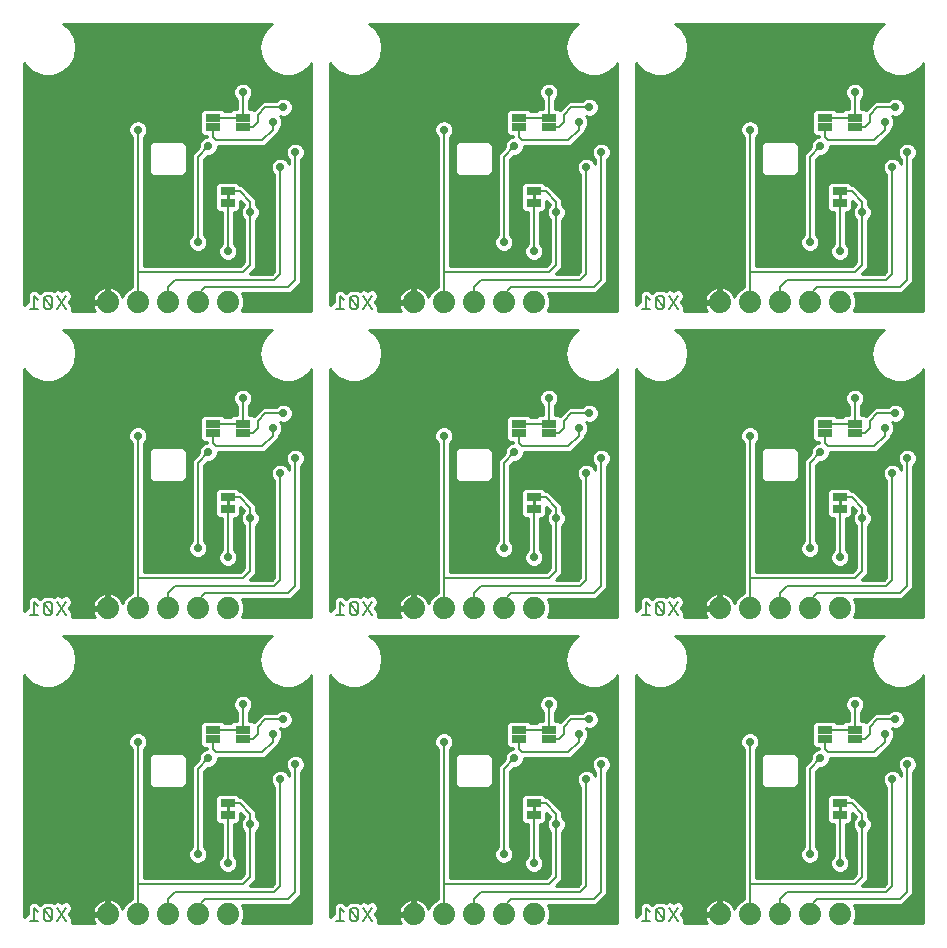
<source format=gbl>
G75*
%MOIN*%
%OFA0B0*%
%FSLAX25Y25*%
%IPPOS*%
%LPD*%
%AMOC8*
5,1,8,0,0,1.08239X$1,22.5*
%
%ADD10C,0.00800*%
%ADD11C,0.07400*%
%ADD12R,0.05000X0.02500*%
%ADD13C,0.01000*%
%ADD14C,0.00700*%
%ADD15C,0.02900*%
D10*
X0035496Y0056233D02*
X0038298Y0056233D01*
X0036897Y0056233D02*
X0036897Y0060437D01*
X0038298Y0059036D01*
X0040100Y0059736D02*
X0042902Y0056934D01*
X0042201Y0056233D01*
X0040800Y0056233D01*
X0040100Y0056934D01*
X0040100Y0059736D01*
X0040800Y0060437D01*
X0042201Y0060437D01*
X0042902Y0059736D01*
X0042902Y0056934D01*
X0044704Y0056233D02*
X0047506Y0060437D01*
X0044704Y0060437D02*
X0047506Y0056233D01*
X0137496Y0056233D02*
X0140298Y0056233D01*
X0138897Y0056233D02*
X0138897Y0060437D01*
X0140298Y0059036D01*
X0142100Y0059736D02*
X0144902Y0056934D01*
X0144201Y0056233D01*
X0142800Y0056233D01*
X0142100Y0056934D01*
X0142100Y0059736D01*
X0142800Y0060437D01*
X0144201Y0060437D01*
X0144902Y0059736D01*
X0144902Y0056934D01*
X0146704Y0056233D02*
X0149506Y0060437D01*
X0146704Y0060437D02*
X0149506Y0056233D01*
X0239496Y0056233D02*
X0242298Y0056233D01*
X0240897Y0056233D02*
X0240897Y0060437D01*
X0242298Y0059036D01*
X0244100Y0059736D02*
X0246902Y0056934D01*
X0246201Y0056233D01*
X0244800Y0056233D01*
X0244100Y0056934D01*
X0244100Y0059736D01*
X0244800Y0060437D01*
X0246201Y0060437D01*
X0246902Y0059736D01*
X0246902Y0056934D01*
X0248704Y0056233D02*
X0251506Y0060437D01*
X0248704Y0060437D02*
X0251506Y0056233D01*
X0251506Y0158233D02*
X0248704Y0162437D01*
X0246902Y0161736D02*
X0246201Y0162437D01*
X0244800Y0162437D01*
X0244100Y0161736D01*
X0246902Y0158934D01*
X0246201Y0158233D01*
X0244800Y0158233D01*
X0244100Y0158934D01*
X0244100Y0161736D01*
X0242298Y0161036D02*
X0240897Y0162437D01*
X0240897Y0158233D01*
X0242298Y0158233D02*
X0239496Y0158233D01*
X0246902Y0158934D02*
X0246902Y0161736D01*
X0248704Y0158233D02*
X0251506Y0162437D01*
X0149506Y0162437D02*
X0146704Y0158233D01*
X0144902Y0158934D02*
X0142100Y0161736D01*
X0142100Y0158934D01*
X0142800Y0158233D01*
X0144201Y0158233D01*
X0144902Y0158934D01*
X0144902Y0161736D01*
X0144201Y0162437D01*
X0142800Y0162437D01*
X0142100Y0161736D01*
X0140298Y0161036D02*
X0138897Y0162437D01*
X0138897Y0158233D01*
X0140298Y0158233D02*
X0137496Y0158233D01*
X0146704Y0162437D02*
X0149506Y0158233D01*
X0047506Y0158233D02*
X0044704Y0162437D01*
X0042902Y0161736D02*
X0042201Y0162437D01*
X0040800Y0162437D01*
X0040100Y0161736D01*
X0042902Y0158934D01*
X0042201Y0158233D01*
X0040800Y0158233D01*
X0040100Y0158934D01*
X0040100Y0161736D01*
X0038298Y0161036D02*
X0036897Y0162437D01*
X0036897Y0158233D01*
X0038298Y0158233D02*
X0035496Y0158233D01*
X0042902Y0158934D02*
X0042902Y0161736D01*
X0044704Y0158233D02*
X0047506Y0162437D01*
X0047506Y0260233D02*
X0044704Y0264437D01*
X0042902Y0263736D02*
X0042201Y0264437D01*
X0040800Y0264437D01*
X0040100Y0263736D01*
X0042902Y0260934D01*
X0042201Y0260233D01*
X0040800Y0260233D01*
X0040100Y0260934D01*
X0040100Y0263736D01*
X0038298Y0263036D02*
X0036897Y0264437D01*
X0036897Y0260233D01*
X0038298Y0260233D02*
X0035496Y0260233D01*
X0042902Y0260934D02*
X0042902Y0263736D01*
X0044704Y0260233D02*
X0047506Y0264437D01*
X0137496Y0260233D02*
X0140298Y0260233D01*
X0138897Y0260233D02*
X0138897Y0264437D01*
X0140298Y0263036D01*
X0142100Y0263736D02*
X0144902Y0260934D01*
X0144201Y0260233D01*
X0142800Y0260233D01*
X0142100Y0260934D01*
X0142100Y0263736D01*
X0142800Y0264437D01*
X0144201Y0264437D01*
X0144902Y0263736D01*
X0144902Y0260934D01*
X0146704Y0260233D02*
X0149506Y0264437D01*
X0146704Y0264437D02*
X0149506Y0260233D01*
X0239496Y0260233D02*
X0242298Y0260233D01*
X0240897Y0260233D02*
X0240897Y0264437D01*
X0242298Y0263036D01*
X0244100Y0263736D02*
X0246902Y0260934D01*
X0246201Y0260233D01*
X0244800Y0260233D01*
X0244100Y0260934D01*
X0244100Y0263736D01*
X0244800Y0264437D01*
X0246201Y0264437D01*
X0246902Y0263736D01*
X0246902Y0260934D01*
X0248704Y0260233D02*
X0251506Y0264437D01*
X0248704Y0264437D02*
X0251506Y0260233D01*
D11*
X0265500Y0262333D03*
X0275500Y0262333D03*
X0285500Y0262333D03*
X0295500Y0262333D03*
X0305500Y0262333D03*
X0203500Y0262333D03*
X0193500Y0262333D03*
X0183500Y0262333D03*
X0173500Y0262333D03*
X0163500Y0262333D03*
X0101500Y0262333D03*
X0091500Y0262333D03*
X0081500Y0262333D03*
X0071500Y0262333D03*
X0061500Y0262333D03*
X0061500Y0160333D03*
X0071500Y0160333D03*
X0081500Y0160333D03*
X0091500Y0160333D03*
X0101500Y0160333D03*
X0163500Y0160333D03*
X0173500Y0160333D03*
X0183500Y0160333D03*
X0193500Y0160333D03*
X0203500Y0160333D03*
X0265500Y0160333D03*
X0275500Y0160333D03*
X0285500Y0160333D03*
X0295500Y0160333D03*
X0305500Y0160333D03*
X0305500Y0058333D03*
X0295500Y0058333D03*
X0285500Y0058333D03*
X0275500Y0058333D03*
X0265500Y0058333D03*
X0203500Y0058333D03*
X0193500Y0058333D03*
X0183500Y0058333D03*
X0173500Y0058333D03*
X0163500Y0058333D03*
X0101500Y0058333D03*
X0091500Y0058333D03*
X0081500Y0058333D03*
X0071500Y0058333D03*
X0061500Y0058333D03*
D12*
X0101500Y0091333D03*
X0101500Y0095333D03*
X0096500Y0116733D03*
X0096500Y0119933D03*
X0106500Y0119933D03*
X0106500Y0116733D03*
X0101500Y0193333D03*
X0101500Y0197333D03*
X0096500Y0218733D03*
X0096500Y0221933D03*
X0106500Y0221933D03*
X0106500Y0218733D03*
X0101500Y0295333D03*
X0101500Y0299333D03*
X0096500Y0320733D03*
X0096500Y0323933D03*
X0106500Y0323933D03*
X0106500Y0320733D03*
X0198500Y0320733D03*
X0198500Y0323933D03*
X0208500Y0323933D03*
X0208500Y0320733D03*
X0203500Y0299333D03*
X0203500Y0295333D03*
X0198500Y0221933D03*
X0198500Y0218733D03*
X0208500Y0218733D03*
X0208500Y0221933D03*
X0203500Y0197333D03*
X0203500Y0193333D03*
X0198500Y0119933D03*
X0198500Y0116733D03*
X0208500Y0116733D03*
X0208500Y0119933D03*
X0203500Y0095333D03*
X0203500Y0091333D03*
X0300500Y0116733D03*
X0300500Y0119933D03*
X0310500Y0119933D03*
X0310500Y0116733D03*
X0305500Y0095333D03*
X0305500Y0091333D03*
X0305500Y0193333D03*
X0305500Y0197333D03*
X0300500Y0218733D03*
X0300500Y0221933D03*
X0310500Y0221933D03*
X0310500Y0218733D03*
X0305500Y0295333D03*
X0305500Y0299333D03*
X0300500Y0320733D03*
X0300500Y0323933D03*
X0310500Y0323933D03*
X0310500Y0320733D03*
D13*
X0033600Y0138217D02*
X0033600Y0057307D01*
X0034626Y0058333D01*
X0034797Y0058333D01*
X0034797Y0061307D01*
X0035403Y0061913D01*
X0036027Y0062537D01*
X0037767Y0062537D01*
X0038631Y0061673D01*
X0038848Y0061455D01*
X0039930Y0062537D01*
X0041332Y0062537D01*
X0041332Y0062537D01*
X0041653Y0062537D01*
X0041670Y0062537D01*
X0041670Y0062537D01*
X0043071Y0062537D01*
X0043470Y0062138D01*
X0044262Y0062667D01*
X0045968Y0062326D01*
X0046105Y0062121D01*
X0046241Y0062326D01*
X0047947Y0062667D01*
X0049395Y0061702D01*
X0049736Y0059996D01*
X0048629Y0058335D01*
X0049736Y0056674D01*
X0049487Y0055433D01*
X0057179Y0055433D01*
X0057053Y0055608D01*
X0056681Y0056337D01*
X0056428Y0057116D01*
X0056314Y0057833D01*
X0061000Y0057833D01*
X0061000Y0058833D01*
X0056314Y0058833D01*
X0056428Y0059551D01*
X0056681Y0060329D01*
X0057053Y0061059D01*
X0057534Y0061721D01*
X0058112Y0062300D01*
X0058775Y0062781D01*
X0059504Y0063152D01*
X0060282Y0063405D01*
X0061000Y0063519D01*
X0061000Y0058833D01*
X0062000Y0058833D01*
X0062000Y0063519D01*
X0062718Y0063405D01*
X0063496Y0063152D01*
X0064225Y0062781D01*
X0064888Y0062300D01*
X0065466Y0061721D01*
X0065947Y0061059D01*
X0066319Y0060329D01*
X0066391Y0060109D01*
X0066922Y0061392D01*
X0068441Y0062911D01*
X0069450Y0063329D01*
X0069450Y0113429D01*
X0068830Y0114049D01*
X0068350Y0115207D01*
X0068350Y0116460D01*
X0068830Y0117618D01*
X0069716Y0118504D01*
X0070873Y0118983D01*
X0072127Y0118983D01*
X0073284Y0118504D01*
X0074170Y0117618D01*
X0074650Y0116460D01*
X0074650Y0115207D01*
X0074170Y0114049D01*
X0073550Y0113429D01*
X0073550Y0070383D01*
X0105651Y0070383D01*
X0106950Y0071682D01*
X0106950Y0085929D01*
X0106330Y0086549D01*
X0105850Y0087707D01*
X0105850Y0088960D01*
X0106330Y0090118D01*
X0106950Y0090738D01*
X0106950Y0090984D01*
X0105700Y0092234D01*
X0105700Y0089379D01*
X0104704Y0088383D01*
X0103550Y0088383D01*
X0103550Y0077738D01*
X0104170Y0077118D01*
X0104650Y0075960D01*
X0104650Y0074707D01*
X0104170Y0073549D01*
X0103284Y0072663D01*
X0102127Y0072183D01*
X0100873Y0072183D01*
X0099716Y0072663D01*
X0098830Y0073549D01*
X0098350Y0074707D01*
X0098350Y0075960D01*
X0098830Y0077118D01*
X0099450Y0077738D01*
X0099450Y0088383D01*
X0098296Y0088383D01*
X0097300Y0089379D01*
X0097300Y0093287D01*
X0097346Y0093333D01*
X0097300Y0093379D01*
X0097300Y0097287D01*
X0098296Y0098283D01*
X0104704Y0098283D01*
X0105604Y0097383D01*
X0106349Y0097383D01*
X0109849Y0093883D01*
X0111050Y0092682D01*
X0111050Y0090738D01*
X0111670Y0090118D01*
X0112150Y0088960D01*
X0112150Y0087707D01*
X0111670Y0086549D01*
X0111050Y0085929D01*
X0111050Y0069984D01*
X0108949Y0067883D01*
X0116151Y0067883D01*
X0116950Y0068682D01*
X0116950Y0100929D01*
X0116330Y0101549D01*
X0115850Y0102707D01*
X0115850Y0103960D01*
X0116330Y0105118D01*
X0117216Y0106004D01*
X0118373Y0106483D01*
X0119627Y0106483D01*
X0120784Y0106004D01*
X0121670Y0105118D01*
X0121950Y0104443D01*
X0121950Y0105929D01*
X0121330Y0106549D01*
X0120850Y0107707D01*
X0120850Y0108960D01*
X0121330Y0110118D01*
X0122216Y0111004D01*
X0123373Y0111483D01*
X0124627Y0111483D01*
X0125784Y0111004D01*
X0126670Y0110118D01*
X0127150Y0108960D01*
X0127150Y0107707D01*
X0126670Y0106549D01*
X0126050Y0105929D01*
X0126050Y0064984D01*
X0123550Y0062484D01*
X0123550Y0062484D01*
X0122349Y0061283D01*
X0106123Y0061283D01*
X0106900Y0059407D01*
X0106900Y0057259D01*
X0106144Y0055433D01*
X0129400Y0055433D01*
X0129400Y0138217D01*
X0128812Y0137198D01*
X0128812Y0137198D01*
X0128812Y0137198D01*
X0126273Y0135067D01*
X0126272Y0135067D01*
X0123157Y0133933D01*
X0119843Y0133933D01*
X0116727Y0135067D01*
X0116727Y0135067D01*
X0114188Y0137198D01*
X0114188Y0137198D01*
X0112531Y0140069D01*
X0112531Y0140069D01*
X0111955Y0143333D01*
X0111955Y0143333D01*
X0112531Y0146598D01*
X0112531Y0146598D01*
X0114188Y0149469D01*
X0114188Y0149469D01*
X0114188Y0149469D01*
X0116291Y0151233D01*
X0046709Y0151233D01*
X0048812Y0149469D01*
X0048812Y0149469D01*
X0050469Y0146598D01*
X0050469Y0146598D01*
X0051045Y0143333D01*
X0051045Y0143333D01*
X0050469Y0140069D01*
X0050469Y0140069D01*
X0048812Y0137198D01*
X0048812Y0137198D01*
X0048812Y0137198D01*
X0046273Y0135067D01*
X0046272Y0135067D01*
X0043157Y0133933D01*
X0039843Y0133933D01*
X0036727Y0135067D01*
X0036727Y0135067D01*
X0034188Y0137198D01*
X0034188Y0137198D01*
X0033600Y0138217D01*
X0033600Y0138207D02*
X0033606Y0138207D01*
X0033600Y0137208D02*
X0034182Y0137208D01*
X0033600Y0136210D02*
X0035366Y0136210D01*
X0036556Y0135211D02*
X0033600Y0135211D01*
X0033600Y0134213D02*
X0039075Y0134213D01*
X0043925Y0134213D02*
X0119075Y0134213D01*
X0116556Y0135211D02*
X0046444Y0135211D01*
X0047634Y0136210D02*
X0115366Y0136210D01*
X0114182Y0137208D02*
X0048818Y0137208D01*
X0049394Y0138207D02*
X0113606Y0138207D01*
X0113029Y0139205D02*
X0049971Y0139205D01*
X0050493Y0140204D02*
X0112507Y0140204D01*
X0112331Y0141202D02*
X0050669Y0141202D01*
X0050845Y0142201D02*
X0112155Y0142201D01*
X0111979Y0143199D02*
X0051021Y0143199D01*
X0050893Y0144198D02*
X0112107Y0144198D01*
X0112284Y0145196D02*
X0050716Y0145196D01*
X0050540Y0146195D02*
X0112460Y0146195D01*
X0112874Y0147193D02*
X0050126Y0147193D01*
X0049549Y0148192D02*
X0113451Y0148192D01*
X0114027Y0149190D02*
X0048973Y0149190D01*
X0047954Y0150189D02*
X0115046Y0150189D01*
X0116236Y0151187D02*
X0046764Y0151187D01*
X0049487Y0157433D02*
X0049736Y0158674D01*
X0048629Y0160335D01*
X0049736Y0161996D01*
X0049395Y0163702D01*
X0047947Y0164667D01*
X0046241Y0164326D01*
X0046105Y0164121D01*
X0045968Y0164326D01*
X0044262Y0164667D01*
X0043470Y0164138D01*
X0043071Y0164537D01*
X0041670Y0164537D01*
X0041492Y0164537D01*
X0041332Y0164537D01*
X0039930Y0164537D01*
X0039916Y0164523D01*
X0038849Y0163455D01*
X0038631Y0163673D01*
X0037767Y0164537D01*
X0036027Y0164537D01*
X0035403Y0163913D01*
X0034797Y0163307D01*
X0034797Y0160333D01*
X0034626Y0160333D01*
X0033600Y0159307D01*
X0033600Y0240217D01*
X0034188Y0239198D01*
X0036727Y0237067D01*
X0036727Y0237067D01*
X0039843Y0235933D01*
X0043157Y0235933D01*
X0046272Y0237067D01*
X0046273Y0237067D01*
X0048812Y0239198D01*
X0050469Y0242069D01*
X0051045Y0245333D01*
X0051045Y0245333D01*
X0050469Y0248598D01*
X0048812Y0251469D01*
X0046709Y0253233D01*
X0116291Y0253233D01*
X0114188Y0251469D01*
X0114188Y0251469D01*
X0114188Y0251469D01*
X0112531Y0248598D01*
X0112531Y0248598D01*
X0111955Y0245333D01*
X0112531Y0242069D01*
X0112531Y0242069D01*
X0114188Y0239198D01*
X0116727Y0237067D01*
X0116727Y0237067D01*
X0119843Y0235933D01*
X0123157Y0235933D01*
X0126272Y0237067D01*
X0126273Y0237067D01*
X0128812Y0239198D01*
X0129400Y0240217D01*
X0129400Y0157433D01*
X0106144Y0157433D01*
X0106900Y0159259D01*
X0106900Y0161407D01*
X0106123Y0163283D01*
X0122349Y0163283D01*
X0123550Y0164484D01*
X0123550Y0164484D01*
X0126050Y0166984D01*
X0126050Y0207929D01*
X0126670Y0208549D01*
X0127150Y0209707D01*
X0127150Y0210960D01*
X0126670Y0212118D01*
X0125784Y0213004D01*
X0124627Y0213483D01*
X0123373Y0213483D01*
X0122216Y0213004D01*
X0121330Y0212118D01*
X0120850Y0210960D01*
X0120850Y0209707D01*
X0121330Y0208549D01*
X0121950Y0207929D01*
X0121950Y0206443D01*
X0121670Y0207118D01*
X0120784Y0208004D01*
X0119627Y0208483D01*
X0118373Y0208483D01*
X0117216Y0208004D01*
X0116330Y0207118D01*
X0115850Y0205960D01*
X0115850Y0204707D01*
X0116330Y0203549D01*
X0116950Y0202929D01*
X0116950Y0170682D01*
X0116151Y0169883D01*
X0108949Y0169883D01*
X0111050Y0171984D01*
X0111050Y0187929D01*
X0111670Y0188549D01*
X0112150Y0189707D01*
X0112150Y0190960D01*
X0111670Y0192118D01*
X0111050Y0192738D01*
X0111050Y0194682D01*
X0109849Y0195883D01*
X0106349Y0199383D01*
X0105604Y0199383D01*
X0104704Y0200283D01*
X0098296Y0200283D01*
X0097300Y0199287D01*
X0097300Y0195379D01*
X0097346Y0195333D01*
X0097300Y0195287D01*
X0097300Y0191379D01*
X0098296Y0190383D01*
X0099450Y0190383D01*
X0099450Y0179738D01*
X0098830Y0179118D01*
X0098350Y0177960D01*
X0098350Y0176707D01*
X0098830Y0175549D01*
X0099716Y0174663D01*
X0100873Y0174183D01*
X0102127Y0174183D01*
X0103284Y0174663D01*
X0104170Y0175549D01*
X0104650Y0176707D01*
X0104650Y0177960D01*
X0104170Y0179118D01*
X0103550Y0179738D01*
X0103550Y0190383D01*
X0104704Y0190383D01*
X0105700Y0191379D01*
X0105700Y0194234D01*
X0106950Y0192984D01*
X0106950Y0192738D01*
X0106330Y0192118D01*
X0105850Y0190960D01*
X0105850Y0189707D01*
X0106330Y0188549D01*
X0106950Y0187929D01*
X0106950Y0173682D01*
X0105651Y0172383D01*
X0073550Y0172383D01*
X0073550Y0215429D01*
X0074170Y0216049D01*
X0074650Y0217207D01*
X0074650Y0218460D01*
X0074170Y0219618D01*
X0073284Y0220504D01*
X0072127Y0220983D01*
X0070873Y0220983D01*
X0069716Y0220504D01*
X0068830Y0219618D01*
X0068350Y0218460D01*
X0068350Y0217207D01*
X0068830Y0216049D01*
X0069450Y0215429D01*
X0069450Y0165329D01*
X0068441Y0164911D01*
X0066922Y0163392D01*
X0066391Y0162109D01*
X0066319Y0162329D01*
X0065947Y0163059D01*
X0065466Y0163721D01*
X0064888Y0164300D01*
X0064225Y0164781D01*
X0063496Y0165152D01*
X0062718Y0165405D01*
X0062000Y0165519D01*
X0062000Y0160833D01*
X0061000Y0160833D01*
X0061000Y0159833D01*
X0056314Y0159833D01*
X0056428Y0159116D01*
X0056681Y0158337D01*
X0057053Y0157608D01*
X0057179Y0157433D01*
X0049487Y0157433D01*
X0049636Y0158177D02*
X0056763Y0158177D01*
X0056419Y0159176D02*
X0049402Y0159176D01*
X0048736Y0160174D02*
X0061000Y0160174D01*
X0061000Y0160833D02*
X0056314Y0160833D01*
X0056428Y0161551D01*
X0056681Y0162329D01*
X0057053Y0163059D01*
X0057534Y0163721D01*
X0058112Y0164300D01*
X0058775Y0164781D01*
X0059504Y0165152D01*
X0060282Y0165405D01*
X0061000Y0165519D01*
X0061000Y0160833D01*
X0061000Y0161173D02*
X0062000Y0161173D01*
X0062000Y0162171D02*
X0061000Y0162171D01*
X0061000Y0163170D02*
X0062000Y0163170D01*
X0062000Y0164168D02*
X0061000Y0164168D01*
X0061000Y0165167D02*
X0062000Y0165167D01*
X0063452Y0165167D02*
X0069058Y0165167D01*
X0069450Y0166165D02*
X0033600Y0166165D01*
X0033600Y0165167D02*
X0059548Y0165167D01*
X0057981Y0164168D02*
X0048695Y0164168D01*
X0049501Y0163170D02*
X0057133Y0163170D01*
X0056630Y0162171D02*
X0049701Y0162171D01*
X0049187Y0161173D02*
X0056368Y0161173D01*
X0065019Y0164168D02*
X0067698Y0164168D01*
X0066830Y0163170D02*
X0065867Y0163170D01*
X0066370Y0162171D02*
X0066416Y0162171D01*
X0069450Y0167164D02*
X0033600Y0167164D01*
X0033600Y0168162D02*
X0069450Y0168162D01*
X0069450Y0169161D02*
X0033600Y0169161D01*
X0033600Y0170159D02*
X0069450Y0170159D01*
X0069450Y0171158D02*
X0033600Y0171158D01*
X0033600Y0172156D02*
X0069450Y0172156D01*
X0069450Y0173155D02*
X0033600Y0173155D01*
X0033600Y0174153D02*
X0069450Y0174153D01*
X0069450Y0175152D02*
X0033600Y0175152D01*
X0033600Y0176150D02*
X0069450Y0176150D01*
X0069450Y0177149D02*
X0033600Y0177149D01*
X0033600Y0178147D02*
X0069450Y0178147D01*
X0069450Y0179146D02*
X0033600Y0179146D01*
X0033600Y0180144D02*
X0069450Y0180144D01*
X0069450Y0181143D02*
X0033600Y0181143D01*
X0033600Y0182141D02*
X0069450Y0182141D01*
X0069450Y0183140D02*
X0033600Y0183140D01*
X0033600Y0184138D02*
X0069450Y0184138D01*
X0069450Y0185137D02*
X0033600Y0185137D01*
X0033600Y0186135D02*
X0069450Y0186135D01*
X0069450Y0187134D02*
X0033600Y0187134D01*
X0033600Y0188132D02*
X0069450Y0188132D01*
X0069450Y0189131D02*
X0033600Y0189131D01*
X0033600Y0190129D02*
X0069450Y0190129D01*
X0069450Y0191128D02*
X0033600Y0191128D01*
X0033600Y0192126D02*
X0069450Y0192126D01*
X0069450Y0193125D02*
X0033600Y0193125D01*
X0033600Y0194123D02*
X0069450Y0194123D01*
X0069450Y0195122D02*
X0033600Y0195122D01*
X0033600Y0196120D02*
X0069450Y0196120D01*
X0069450Y0197119D02*
X0033600Y0197119D01*
X0033600Y0198117D02*
X0069450Y0198117D01*
X0069450Y0199116D02*
X0033600Y0199116D01*
X0033600Y0200114D02*
X0069450Y0200114D01*
X0069450Y0201113D02*
X0033600Y0201113D01*
X0033600Y0202112D02*
X0069450Y0202112D01*
X0069450Y0203110D02*
X0033600Y0203110D01*
X0033600Y0204109D02*
X0069450Y0204109D01*
X0069450Y0205107D02*
X0033600Y0205107D01*
X0033600Y0206106D02*
X0069450Y0206106D01*
X0069450Y0207104D02*
X0033600Y0207104D01*
X0033600Y0208103D02*
X0069450Y0208103D01*
X0069450Y0209101D02*
X0033600Y0209101D01*
X0033600Y0210100D02*
X0069450Y0210100D01*
X0069450Y0211098D02*
X0033600Y0211098D01*
X0033600Y0212097D02*
X0069450Y0212097D01*
X0069450Y0213095D02*
X0033600Y0213095D01*
X0033600Y0214094D02*
X0069450Y0214094D01*
X0069450Y0215092D02*
X0033600Y0215092D01*
X0033600Y0216091D02*
X0068812Y0216091D01*
X0068399Y0217089D02*
X0033600Y0217089D01*
X0033600Y0218088D02*
X0068350Y0218088D01*
X0068609Y0219086D02*
X0033600Y0219086D01*
X0033600Y0220085D02*
X0069297Y0220085D01*
X0073703Y0220085D02*
X0092300Y0220085D01*
X0092300Y0221083D02*
X0033600Y0221083D01*
X0033600Y0222082D02*
X0092300Y0222082D01*
X0092300Y0223080D02*
X0033600Y0223080D01*
X0033600Y0224079D02*
X0092491Y0224079D01*
X0092300Y0223887D02*
X0092300Y0216779D01*
X0093296Y0215783D01*
X0094450Y0215783D01*
X0094450Y0215483D01*
X0094373Y0215483D01*
X0093216Y0215004D01*
X0092330Y0214118D01*
X0091850Y0212960D01*
X0091850Y0212082D01*
X0090651Y0210883D01*
X0089450Y0209682D01*
X0089450Y0182738D01*
X0088830Y0182118D01*
X0088350Y0180960D01*
X0088350Y0179707D01*
X0088830Y0178549D01*
X0089716Y0177663D01*
X0090873Y0177183D01*
X0092127Y0177183D01*
X0093284Y0177663D01*
X0094170Y0178549D01*
X0094650Y0179707D01*
X0094650Y0180960D01*
X0094170Y0182118D01*
X0093550Y0182738D01*
X0093550Y0207984D01*
X0094749Y0209183D01*
X0095627Y0209183D01*
X0096784Y0209663D01*
X0097670Y0210549D01*
X0098150Y0211707D01*
X0098150Y0212283D01*
X0113849Y0212283D01*
X0118550Y0216984D01*
X0118550Y0217929D01*
X0119170Y0218549D01*
X0119650Y0219707D01*
X0119650Y0220960D01*
X0119170Y0222118D01*
X0118915Y0222373D01*
X0119373Y0222183D01*
X0120627Y0222183D01*
X0121784Y0222663D01*
X0122670Y0223549D01*
X0123150Y0224707D01*
X0123150Y0225960D01*
X0122670Y0227118D01*
X0121784Y0228004D01*
X0120627Y0228483D01*
X0119373Y0228483D01*
X0118216Y0228004D01*
X0117595Y0227383D01*
X0113151Y0227383D01*
X0110651Y0224883D01*
X0110177Y0224410D01*
X0109704Y0224883D01*
X0108550Y0224883D01*
X0108550Y0227929D01*
X0109170Y0228549D01*
X0109650Y0229707D01*
X0109650Y0230960D01*
X0109170Y0232118D01*
X0108284Y0233004D01*
X0107127Y0233483D01*
X0105873Y0233483D01*
X0104716Y0233004D01*
X0103830Y0232118D01*
X0103350Y0230960D01*
X0103350Y0229707D01*
X0103830Y0228549D01*
X0104450Y0227929D01*
X0104450Y0224883D01*
X0103296Y0224883D01*
X0102396Y0223983D01*
X0100604Y0223983D01*
X0099704Y0224883D01*
X0093296Y0224883D01*
X0092300Y0223887D01*
X0092300Y0219086D02*
X0074391Y0219086D01*
X0074650Y0218088D02*
X0092300Y0218088D01*
X0092300Y0217089D02*
X0074601Y0217089D01*
X0074188Y0216091D02*
X0092988Y0216091D01*
X0093429Y0215092D02*
X0073550Y0215092D01*
X0073550Y0214094D02*
X0092320Y0214094D01*
X0091906Y0213095D02*
X0087520Y0213095D01*
X0087781Y0212834D02*
X0086638Y0213976D01*
X0076362Y0213976D01*
X0075219Y0212834D01*
X0075219Y0203738D01*
X0076362Y0202596D01*
X0077977Y0202596D01*
X0086638Y0202596D01*
X0087781Y0203738D01*
X0087781Y0212834D01*
X0087781Y0212097D02*
X0091850Y0212097D01*
X0090866Y0211098D02*
X0087781Y0211098D01*
X0087781Y0210100D02*
X0089867Y0210100D01*
X0089450Y0209101D02*
X0087781Y0209101D01*
X0087781Y0208103D02*
X0089450Y0208103D01*
X0089450Y0207104D02*
X0087781Y0207104D01*
X0087781Y0206106D02*
X0089450Y0206106D01*
X0089450Y0205107D02*
X0087781Y0205107D01*
X0087781Y0204109D02*
X0089450Y0204109D01*
X0089450Y0203110D02*
X0087153Y0203110D01*
X0089450Y0202112D02*
X0073550Y0202112D01*
X0073550Y0203110D02*
X0075847Y0203110D01*
X0075219Y0204109D02*
X0073550Y0204109D01*
X0073550Y0205107D02*
X0075219Y0205107D01*
X0075219Y0206106D02*
X0073550Y0206106D01*
X0073550Y0207104D02*
X0075219Y0207104D01*
X0075219Y0208103D02*
X0073550Y0208103D01*
X0073550Y0209101D02*
X0075219Y0209101D01*
X0075219Y0210100D02*
X0073550Y0210100D01*
X0073550Y0211098D02*
X0075219Y0211098D01*
X0075219Y0212097D02*
X0073550Y0212097D01*
X0073550Y0213095D02*
X0075480Y0213095D01*
X0073550Y0201113D02*
X0089450Y0201113D01*
X0089450Y0200114D02*
X0073550Y0200114D01*
X0073550Y0199116D02*
X0089450Y0199116D01*
X0089450Y0198117D02*
X0073550Y0198117D01*
X0073550Y0197119D02*
X0089450Y0197119D01*
X0089450Y0196120D02*
X0073550Y0196120D01*
X0073550Y0195122D02*
X0089450Y0195122D01*
X0089450Y0194123D02*
X0073550Y0194123D01*
X0073550Y0193125D02*
X0089450Y0193125D01*
X0089450Y0192126D02*
X0073550Y0192126D01*
X0073550Y0191128D02*
X0089450Y0191128D01*
X0089450Y0190129D02*
X0073550Y0190129D01*
X0073550Y0189131D02*
X0089450Y0189131D01*
X0089450Y0188132D02*
X0073550Y0188132D01*
X0073550Y0187134D02*
X0089450Y0187134D01*
X0089450Y0186135D02*
X0073550Y0186135D01*
X0073550Y0185137D02*
X0089450Y0185137D01*
X0089450Y0184138D02*
X0073550Y0184138D01*
X0073550Y0183140D02*
X0089450Y0183140D01*
X0088853Y0182141D02*
X0073550Y0182141D01*
X0073550Y0181143D02*
X0088426Y0181143D01*
X0088350Y0180144D02*
X0073550Y0180144D01*
X0073550Y0179146D02*
X0088582Y0179146D01*
X0089231Y0178147D02*
X0073550Y0178147D01*
X0073550Y0177149D02*
X0098350Y0177149D01*
X0098428Y0178147D02*
X0093769Y0178147D01*
X0094418Y0179146D02*
X0098858Y0179146D01*
X0099450Y0180144D02*
X0094650Y0180144D01*
X0094574Y0181143D02*
X0099450Y0181143D01*
X0099450Y0182141D02*
X0094147Y0182141D01*
X0093550Y0183140D02*
X0099450Y0183140D01*
X0099450Y0184138D02*
X0093550Y0184138D01*
X0093550Y0185137D02*
X0099450Y0185137D01*
X0099450Y0186135D02*
X0093550Y0186135D01*
X0093550Y0187134D02*
X0099450Y0187134D01*
X0099450Y0188132D02*
X0093550Y0188132D01*
X0093550Y0189131D02*
X0099450Y0189131D01*
X0099450Y0190129D02*
X0093550Y0190129D01*
X0093550Y0191128D02*
X0097551Y0191128D01*
X0097300Y0192126D02*
X0093550Y0192126D01*
X0093550Y0193125D02*
X0097300Y0193125D01*
X0097300Y0194123D02*
X0093550Y0194123D01*
X0093550Y0195122D02*
X0097300Y0195122D01*
X0097300Y0196120D02*
X0093550Y0196120D01*
X0093550Y0197119D02*
X0097300Y0197119D01*
X0097300Y0198117D02*
X0093550Y0198117D01*
X0093550Y0199116D02*
X0097300Y0199116D01*
X0098127Y0200114D02*
X0093550Y0200114D01*
X0093550Y0201113D02*
X0116950Y0201113D01*
X0116950Y0202112D02*
X0093550Y0202112D01*
X0093550Y0203110D02*
X0116769Y0203110D01*
X0116098Y0204109D02*
X0093550Y0204109D01*
X0093550Y0205107D02*
X0115850Y0205107D01*
X0115910Y0206106D02*
X0093550Y0206106D01*
X0093550Y0207104D02*
X0116324Y0207104D01*
X0117454Y0208103D02*
X0093668Y0208103D01*
X0094667Y0209101D02*
X0121101Y0209101D01*
X0120850Y0210100D02*
X0097221Y0210100D01*
X0097898Y0211098D02*
X0120907Y0211098D01*
X0121321Y0212097D02*
X0098150Y0212097D01*
X0090651Y0210883D02*
X0090651Y0210883D01*
X0101500Y0197333D02*
X0101500Y0193333D01*
X0103550Y0190129D02*
X0105850Y0190129D01*
X0105920Y0191128D02*
X0105449Y0191128D01*
X0105700Y0192126D02*
X0106338Y0192126D01*
X0106809Y0193125D02*
X0105700Y0193125D01*
X0105700Y0194123D02*
X0105811Y0194123D01*
X0108613Y0197119D02*
X0116950Y0197119D01*
X0116950Y0198117D02*
X0107615Y0198117D01*
X0106616Y0199116D02*
X0116950Y0199116D01*
X0116950Y0200114D02*
X0104873Y0200114D01*
X0109612Y0196120D02*
X0116950Y0196120D01*
X0116950Y0195122D02*
X0110611Y0195122D01*
X0111050Y0194123D02*
X0116950Y0194123D01*
X0116950Y0193125D02*
X0111050Y0193125D01*
X0111662Y0192126D02*
X0116950Y0192126D01*
X0116950Y0191128D02*
X0112080Y0191128D01*
X0112150Y0190129D02*
X0116950Y0190129D01*
X0116950Y0189131D02*
X0111911Y0189131D01*
X0111254Y0188132D02*
X0116950Y0188132D01*
X0116950Y0187134D02*
X0111050Y0187134D01*
X0111050Y0186135D02*
X0116950Y0186135D01*
X0116950Y0185137D02*
X0111050Y0185137D01*
X0111050Y0184138D02*
X0116950Y0184138D01*
X0116950Y0183140D02*
X0111050Y0183140D01*
X0111050Y0182141D02*
X0116950Y0182141D01*
X0116950Y0181143D02*
X0111050Y0181143D01*
X0111050Y0180144D02*
X0116950Y0180144D01*
X0116950Y0179146D02*
X0111050Y0179146D01*
X0111050Y0178147D02*
X0116950Y0178147D01*
X0116950Y0177149D02*
X0111050Y0177149D01*
X0111050Y0176150D02*
X0116950Y0176150D01*
X0116950Y0175152D02*
X0111050Y0175152D01*
X0111050Y0174153D02*
X0116950Y0174153D01*
X0116950Y0173155D02*
X0111050Y0173155D01*
X0111050Y0172156D02*
X0116950Y0172156D01*
X0116950Y0171158D02*
X0110223Y0171158D01*
X0109225Y0170159D02*
X0116427Y0170159D01*
X0123234Y0164168D02*
X0129400Y0164168D01*
X0129400Y0163170D02*
X0106170Y0163170D01*
X0106584Y0162171D02*
X0129400Y0162171D01*
X0129400Y0161173D02*
X0106900Y0161173D01*
X0106900Y0160174D02*
X0129400Y0160174D01*
X0129400Y0159176D02*
X0106865Y0159176D01*
X0106452Y0158177D02*
X0129400Y0158177D01*
X0135600Y0159307D02*
X0135600Y0240217D01*
X0136188Y0239198D01*
X0138727Y0237067D01*
X0138727Y0237067D01*
X0141843Y0235933D01*
X0145157Y0235933D01*
X0148272Y0237067D01*
X0148273Y0237067D01*
X0150812Y0239198D01*
X0152469Y0242069D01*
X0153045Y0245333D01*
X0153045Y0245333D01*
X0152469Y0248598D01*
X0150812Y0251469D01*
X0148709Y0253233D01*
X0218291Y0253233D01*
X0216188Y0251469D01*
X0216188Y0251469D01*
X0216188Y0251469D01*
X0214531Y0248598D01*
X0214531Y0248598D01*
X0213955Y0245333D01*
X0214531Y0242069D01*
X0214531Y0242069D01*
X0216188Y0239198D01*
X0218727Y0237067D01*
X0218727Y0237067D01*
X0221843Y0235933D01*
X0225157Y0235933D01*
X0228272Y0237067D01*
X0228273Y0237067D01*
X0230812Y0239198D01*
X0231400Y0240217D01*
X0231400Y0157433D01*
X0208144Y0157433D01*
X0208900Y0159259D01*
X0208900Y0161407D01*
X0208123Y0163283D01*
X0224349Y0163283D01*
X0228050Y0166984D01*
X0228050Y0207929D01*
X0228670Y0208549D01*
X0229150Y0209707D01*
X0229150Y0210960D01*
X0228670Y0212118D01*
X0227784Y0213004D01*
X0226627Y0213483D01*
X0225373Y0213483D01*
X0224216Y0213004D01*
X0223330Y0212118D01*
X0222850Y0210960D01*
X0222850Y0209707D01*
X0223330Y0208549D01*
X0223950Y0207929D01*
X0223950Y0206443D01*
X0223670Y0207118D01*
X0222784Y0208004D01*
X0221627Y0208483D01*
X0220373Y0208483D01*
X0219216Y0208004D01*
X0218330Y0207118D01*
X0217850Y0205960D01*
X0217850Y0204707D01*
X0218330Y0203549D01*
X0218950Y0202929D01*
X0218950Y0170682D01*
X0218151Y0169883D01*
X0210949Y0169883D01*
X0211849Y0170783D01*
X0211849Y0170783D01*
X0213050Y0171984D01*
X0213050Y0187929D01*
X0213670Y0188549D01*
X0214150Y0189707D01*
X0214150Y0190960D01*
X0213670Y0192118D01*
X0213050Y0192738D01*
X0213050Y0194682D01*
X0211849Y0195883D01*
X0208349Y0199383D01*
X0207604Y0199383D01*
X0206704Y0200283D01*
X0200296Y0200283D01*
X0199300Y0199287D01*
X0199300Y0195379D01*
X0199346Y0195333D01*
X0199300Y0195287D01*
X0199300Y0191379D01*
X0200296Y0190383D01*
X0201450Y0190383D01*
X0201450Y0179738D01*
X0200830Y0179118D01*
X0200350Y0177960D01*
X0200350Y0176707D01*
X0200830Y0175549D01*
X0201716Y0174663D01*
X0202873Y0174183D01*
X0204127Y0174183D01*
X0205284Y0174663D01*
X0206170Y0175549D01*
X0206650Y0176707D01*
X0206650Y0177960D01*
X0206170Y0179118D01*
X0205550Y0179738D01*
X0205550Y0190383D01*
X0206704Y0190383D01*
X0207700Y0191379D01*
X0207700Y0194234D01*
X0208950Y0192984D01*
X0208950Y0192738D01*
X0208330Y0192118D01*
X0207850Y0190960D01*
X0207850Y0189707D01*
X0208330Y0188549D01*
X0208950Y0187929D01*
X0208950Y0173682D01*
X0207651Y0172383D01*
X0175550Y0172383D01*
X0175550Y0215429D01*
X0176170Y0216049D01*
X0176650Y0217207D01*
X0176650Y0218460D01*
X0176170Y0219618D01*
X0175284Y0220504D01*
X0174127Y0220983D01*
X0172873Y0220983D01*
X0171716Y0220504D01*
X0170830Y0219618D01*
X0170350Y0218460D01*
X0170350Y0217207D01*
X0170830Y0216049D01*
X0171450Y0215429D01*
X0171450Y0165329D01*
X0170441Y0164911D01*
X0168922Y0163392D01*
X0168391Y0162109D01*
X0168319Y0162329D01*
X0167947Y0163059D01*
X0167466Y0163721D01*
X0166888Y0164300D01*
X0166225Y0164781D01*
X0165496Y0165152D01*
X0164718Y0165405D01*
X0164000Y0165519D01*
X0164000Y0160833D01*
X0163000Y0160833D01*
X0163000Y0159833D01*
X0158314Y0159833D01*
X0158428Y0159116D01*
X0158681Y0158337D01*
X0159053Y0157608D01*
X0159179Y0157433D01*
X0151487Y0157433D01*
X0151736Y0158674D01*
X0150629Y0160335D01*
X0151736Y0161996D01*
X0151395Y0163702D01*
X0149947Y0164667D01*
X0148241Y0164326D01*
X0148105Y0164121D01*
X0147968Y0164326D01*
X0146262Y0164667D01*
X0145470Y0164138D01*
X0145071Y0164537D01*
X0143670Y0164537D01*
X0143653Y0164537D01*
X0143332Y0164537D01*
X0141930Y0164537D01*
X0140848Y0163455D01*
X0140631Y0163673D01*
X0139767Y0164537D01*
X0138027Y0164537D01*
X0137403Y0163913D01*
X0136797Y0163307D01*
X0136797Y0160333D01*
X0136626Y0160333D01*
X0135600Y0159307D01*
X0135600Y0160174D02*
X0136467Y0160174D01*
X0136797Y0161173D02*
X0135600Y0161173D01*
X0135600Y0162171D02*
X0136797Y0162171D01*
X0136797Y0163170D02*
X0135600Y0163170D01*
X0135600Y0164168D02*
X0137658Y0164168D01*
X0135600Y0165167D02*
X0161548Y0165167D01*
X0161504Y0165152D02*
X0160775Y0164781D01*
X0160112Y0164300D01*
X0159534Y0163721D01*
X0159053Y0163059D01*
X0158681Y0162329D01*
X0158428Y0161551D01*
X0158314Y0160833D01*
X0163000Y0160833D01*
X0163000Y0165519D01*
X0162282Y0165405D01*
X0161504Y0165152D01*
X0163000Y0165167D02*
X0164000Y0165167D01*
X0164000Y0164168D02*
X0163000Y0164168D01*
X0163000Y0163170D02*
X0164000Y0163170D01*
X0164000Y0162171D02*
X0163000Y0162171D01*
X0163000Y0161173D02*
X0164000Y0161173D01*
X0163000Y0160174D02*
X0150736Y0160174D01*
X0151187Y0161173D02*
X0158368Y0161173D01*
X0158630Y0162171D02*
X0151701Y0162171D01*
X0151501Y0163170D02*
X0159133Y0163170D01*
X0159981Y0164168D02*
X0150695Y0164168D01*
X0148136Y0164168D02*
X0148073Y0164168D01*
X0145514Y0164168D02*
X0145440Y0164168D01*
X0143670Y0164537D02*
X0143670Y0164537D01*
X0143332Y0164537D02*
X0143332Y0164537D01*
X0141561Y0164168D02*
X0140136Y0164168D01*
X0135600Y0166165D02*
X0171450Y0166165D01*
X0171450Y0167164D02*
X0135600Y0167164D01*
X0135600Y0168162D02*
X0171450Y0168162D01*
X0171450Y0169161D02*
X0135600Y0169161D01*
X0135600Y0170159D02*
X0171450Y0170159D01*
X0171450Y0171158D02*
X0135600Y0171158D01*
X0135600Y0172156D02*
X0171450Y0172156D01*
X0171450Y0173155D02*
X0135600Y0173155D01*
X0135600Y0174153D02*
X0171450Y0174153D01*
X0171450Y0175152D02*
X0135600Y0175152D01*
X0135600Y0176150D02*
X0171450Y0176150D01*
X0171450Y0177149D02*
X0135600Y0177149D01*
X0135600Y0178147D02*
X0171450Y0178147D01*
X0171450Y0179146D02*
X0135600Y0179146D01*
X0135600Y0180144D02*
X0171450Y0180144D01*
X0171450Y0181143D02*
X0135600Y0181143D01*
X0135600Y0182141D02*
X0171450Y0182141D01*
X0171450Y0183140D02*
X0135600Y0183140D01*
X0135600Y0184138D02*
X0171450Y0184138D01*
X0171450Y0185137D02*
X0135600Y0185137D01*
X0135600Y0186135D02*
X0171450Y0186135D01*
X0171450Y0187134D02*
X0135600Y0187134D01*
X0135600Y0188132D02*
X0171450Y0188132D01*
X0171450Y0189131D02*
X0135600Y0189131D01*
X0135600Y0190129D02*
X0171450Y0190129D01*
X0171450Y0191128D02*
X0135600Y0191128D01*
X0135600Y0192126D02*
X0171450Y0192126D01*
X0171450Y0193125D02*
X0135600Y0193125D01*
X0135600Y0194123D02*
X0171450Y0194123D01*
X0171450Y0195122D02*
X0135600Y0195122D01*
X0135600Y0196120D02*
X0171450Y0196120D01*
X0171450Y0197119D02*
X0135600Y0197119D01*
X0135600Y0198117D02*
X0171450Y0198117D01*
X0171450Y0199116D02*
X0135600Y0199116D01*
X0135600Y0200114D02*
X0171450Y0200114D01*
X0171450Y0201113D02*
X0135600Y0201113D01*
X0135600Y0202112D02*
X0171450Y0202112D01*
X0171450Y0203110D02*
X0135600Y0203110D01*
X0135600Y0204109D02*
X0171450Y0204109D01*
X0171450Y0205107D02*
X0135600Y0205107D01*
X0135600Y0206106D02*
X0171450Y0206106D01*
X0171450Y0207104D02*
X0135600Y0207104D01*
X0135600Y0208103D02*
X0171450Y0208103D01*
X0171450Y0209101D02*
X0135600Y0209101D01*
X0135600Y0210100D02*
X0171450Y0210100D01*
X0171450Y0211098D02*
X0135600Y0211098D01*
X0135600Y0212097D02*
X0171450Y0212097D01*
X0171450Y0213095D02*
X0135600Y0213095D01*
X0135600Y0214094D02*
X0171450Y0214094D01*
X0171450Y0215092D02*
X0135600Y0215092D01*
X0135600Y0216091D02*
X0170812Y0216091D01*
X0170399Y0217089D02*
X0135600Y0217089D01*
X0135600Y0218088D02*
X0170350Y0218088D01*
X0170609Y0219086D02*
X0135600Y0219086D01*
X0135600Y0220085D02*
X0171297Y0220085D01*
X0175703Y0220085D02*
X0194300Y0220085D01*
X0194300Y0221083D02*
X0135600Y0221083D01*
X0135600Y0222082D02*
X0194300Y0222082D01*
X0194300Y0223080D02*
X0135600Y0223080D01*
X0135600Y0224079D02*
X0194491Y0224079D01*
X0194300Y0223887D02*
X0194300Y0216779D01*
X0195296Y0215783D01*
X0196450Y0215783D01*
X0196450Y0215483D01*
X0196373Y0215483D01*
X0195216Y0215004D01*
X0194330Y0214118D01*
X0193850Y0212960D01*
X0193850Y0212082D01*
X0191450Y0209682D01*
X0191450Y0182738D01*
X0190830Y0182118D01*
X0190350Y0180960D01*
X0190350Y0179707D01*
X0190830Y0178549D01*
X0191716Y0177663D01*
X0192873Y0177183D01*
X0194127Y0177183D01*
X0195284Y0177663D01*
X0196170Y0178549D01*
X0196650Y0179707D01*
X0196650Y0180960D01*
X0196170Y0182118D01*
X0195550Y0182738D01*
X0195550Y0207984D01*
X0196749Y0209183D01*
X0197627Y0209183D01*
X0198784Y0209663D01*
X0199670Y0210549D01*
X0200150Y0211707D01*
X0200150Y0212283D01*
X0215849Y0212283D01*
X0220550Y0216984D01*
X0220550Y0217929D01*
X0221170Y0218549D01*
X0221650Y0219707D01*
X0221650Y0220960D01*
X0221170Y0222118D01*
X0220915Y0222373D01*
X0221373Y0222183D01*
X0222627Y0222183D01*
X0223784Y0222663D01*
X0224670Y0223549D01*
X0225150Y0224707D01*
X0225150Y0225960D01*
X0224670Y0227118D01*
X0223784Y0228004D01*
X0222627Y0228483D01*
X0221373Y0228483D01*
X0220216Y0228004D01*
X0219595Y0227383D01*
X0215151Y0227383D01*
X0212651Y0224883D01*
X0212177Y0224410D01*
X0211704Y0224883D01*
X0210550Y0224883D01*
X0210550Y0227929D01*
X0211170Y0228549D01*
X0211650Y0229707D01*
X0211650Y0230960D01*
X0211170Y0232118D01*
X0210284Y0233004D01*
X0209127Y0233483D01*
X0207873Y0233483D01*
X0206716Y0233004D01*
X0205830Y0232118D01*
X0205350Y0230960D01*
X0205350Y0229707D01*
X0205830Y0228549D01*
X0206450Y0227929D01*
X0206450Y0224883D01*
X0205296Y0224883D01*
X0204396Y0223983D01*
X0202604Y0223983D01*
X0201704Y0224883D01*
X0195296Y0224883D01*
X0194300Y0223887D01*
X0194300Y0219086D02*
X0176391Y0219086D01*
X0176650Y0218088D02*
X0194300Y0218088D01*
X0194300Y0217089D02*
X0176601Y0217089D01*
X0176188Y0216091D02*
X0194988Y0216091D01*
X0195429Y0215092D02*
X0175550Y0215092D01*
X0175550Y0214094D02*
X0194320Y0214094D01*
X0193906Y0213095D02*
X0189520Y0213095D01*
X0189781Y0212834D02*
X0188638Y0213976D01*
X0178362Y0213976D01*
X0177219Y0212834D01*
X0177219Y0203738D01*
X0178362Y0202596D01*
X0179977Y0202596D01*
X0188638Y0202596D01*
X0189781Y0203738D01*
X0189781Y0212834D01*
X0189781Y0212097D02*
X0193850Y0212097D01*
X0192866Y0211098D02*
X0189781Y0211098D01*
X0189781Y0210100D02*
X0191867Y0210100D01*
X0191450Y0209101D02*
X0189781Y0209101D01*
X0189781Y0208103D02*
X0191450Y0208103D01*
X0191450Y0207104D02*
X0189781Y0207104D01*
X0189781Y0206106D02*
X0191450Y0206106D01*
X0191450Y0205107D02*
X0189781Y0205107D01*
X0189781Y0204109D02*
X0191450Y0204109D01*
X0191450Y0203110D02*
X0189153Y0203110D01*
X0191450Y0202112D02*
X0175550Y0202112D01*
X0175550Y0203110D02*
X0177847Y0203110D01*
X0177219Y0204109D02*
X0175550Y0204109D01*
X0175550Y0205107D02*
X0177219Y0205107D01*
X0177219Y0206106D02*
X0175550Y0206106D01*
X0175550Y0207104D02*
X0177219Y0207104D01*
X0177219Y0208103D02*
X0175550Y0208103D01*
X0175550Y0209101D02*
X0177219Y0209101D01*
X0177219Y0210100D02*
X0175550Y0210100D01*
X0175550Y0211098D02*
X0177219Y0211098D01*
X0177219Y0212097D02*
X0175550Y0212097D01*
X0175550Y0213095D02*
X0177480Y0213095D01*
X0175550Y0201113D02*
X0191450Y0201113D01*
X0191450Y0200114D02*
X0175550Y0200114D01*
X0175550Y0199116D02*
X0191450Y0199116D01*
X0191450Y0198117D02*
X0175550Y0198117D01*
X0175550Y0197119D02*
X0191450Y0197119D01*
X0191450Y0196120D02*
X0175550Y0196120D01*
X0175550Y0195122D02*
X0191450Y0195122D01*
X0191450Y0194123D02*
X0175550Y0194123D01*
X0175550Y0193125D02*
X0191450Y0193125D01*
X0191450Y0192126D02*
X0175550Y0192126D01*
X0175550Y0191128D02*
X0191450Y0191128D01*
X0191450Y0190129D02*
X0175550Y0190129D01*
X0175550Y0189131D02*
X0191450Y0189131D01*
X0191450Y0188132D02*
X0175550Y0188132D01*
X0175550Y0187134D02*
X0191450Y0187134D01*
X0191450Y0186135D02*
X0175550Y0186135D01*
X0175550Y0185137D02*
X0191450Y0185137D01*
X0191450Y0184138D02*
X0175550Y0184138D01*
X0175550Y0183140D02*
X0191450Y0183140D01*
X0190853Y0182141D02*
X0175550Y0182141D01*
X0175550Y0181143D02*
X0190426Y0181143D01*
X0190350Y0180144D02*
X0175550Y0180144D01*
X0175550Y0179146D02*
X0190582Y0179146D01*
X0191231Y0178147D02*
X0175550Y0178147D01*
X0175550Y0177149D02*
X0200350Y0177149D01*
X0200428Y0178147D02*
X0195769Y0178147D01*
X0196418Y0179146D02*
X0200858Y0179146D01*
X0201450Y0180144D02*
X0196650Y0180144D01*
X0196574Y0181143D02*
X0201450Y0181143D01*
X0201450Y0182141D02*
X0196147Y0182141D01*
X0195550Y0183140D02*
X0201450Y0183140D01*
X0201450Y0184138D02*
X0195550Y0184138D01*
X0195550Y0185137D02*
X0201450Y0185137D01*
X0201450Y0186135D02*
X0195550Y0186135D01*
X0195550Y0187134D02*
X0201450Y0187134D01*
X0201450Y0188132D02*
X0195550Y0188132D01*
X0195550Y0189131D02*
X0201450Y0189131D01*
X0201450Y0190129D02*
X0195550Y0190129D01*
X0195550Y0191128D02*
X0199551Y0191128D01*
X0199300Y0192126D02*
X0195550Y0192126D01*
X0195550Y0193125D02*
X0199300Y0193125D01*
X0199300Y0194123D02*
X0195550Y0194123D01*
X0195550Y0195122D02*
X0199300Y0195122D01*
X0199300Y0196120D02*
X0195550Y0196120D01*
X0195550Y0197119D02*
X0199300Y0197119D01*
X0199300Y0198117D02*
X0195550Y0198117D01*
X0195550Y0199116D02*
X0199300Y0199116D01*
X0200127Y0200114D02*
X0195550Y0200114D01*
X0195550Y0201113D02*
X0218950Y0201113D01*
X0218950Y0202112D02*
X0195550Y0202112D01*
X0195550Y0203110D02*
X0218769Y0203110D01*
X0218098Y0204109D02*
X0195550Y0204109D01*
X0195550Y0205107D02*
X0217850Y0205107D01*
X0217910Y0206106D02*
X0195550Y0206106D01*
X0195550Y0207104D02*
X0218324Y0207104D01*
X0219454Y0208103D02*
X0195668Y0208103D01*
X0196667Y0209101D02*
X0223101Y0209101D01*
X0222850Y0210100D02*
X0199221Y0210100D01*
X0199898Y0211098D02*
X0222907Y0211098D01*
X0223321Y0212097D02*
X0200150Y0212097D01*
X0202509Y0224079D02*
X0204491Y0224079D01*
X0206450Y0225077D02*
X0135600Y0225077D01*
X0135600Y0226076D02*
X0206450Y0226076D01*
X0206450Y0227074D02*
X0135600Y0227074D01*
X0135600Y0228073D02*
X0206306Y0228073D01*
X0205613Y0229071D02*
X0135600Y0229071D01*
X0135600Y0230070D02*
X0205350Y0230070D01*
X0205395Y0231068D02*
X0135600Y0231068D01*
X0135600Y0232067D02*
X0205809Y0232067D01*
X0206864Y0233065D02*
X0135600Y0233065D01*
X0135600Y0234064D02*
X0231400Y0234064D01*
X0231400Y0235062D02*
X0135600Y0235062D01*
X0135600Y0236061D02*
X0141492Y0236061D01*
X0138749Y0237059D02*
X0135600Y0237059D01*
X0135600Y0238058D02*
X0137547Y0238058D01*
X0136357Y0239056D02*
X0135600Y0239056D01*
X0136188Y0239198D02*
X0136188Y0239198D01*
X0135693Y0240055D02*
X0135600Y0240055D01*
X0129400Y0240055D02*
X0129307Y0240055D01*
X0128812Y0239198D02*
X0128812Y0239198D01*
X0128812Y0239198D01*
X0128643Y0239056D02*
X0129400Y0239056D01*
X0129400Y0238058D02*
X0127453Y0238058D01*
X0126251Y0237059D02*
X0129400Y0237059D01*
X0129400Y0236061D02*
X0123508Y0236061D01*
X0119492Y0236061D02*
X0043508Y0236061D01*
X0046251Y0237059D02*
X0116749Y0237059D01*
X0115547Y0238058D02*
X0047453Y0238058D01*
X0048643Y0239056D02*
X0114357Y0239056D01*
X0114188Y0239198D02*
X0114188Y0239198D01*
X0113693Y0240055D02*
X0049307Y0240055D01*
X0048812Y0239198D02*
X0048812Y0239198D01*
X0048812Y0239198D01*
X0049883Y0241053D02*
X0113117Y0241053D01*
X0112540Y0242052D02*
X0050460Y0242052D01*
X0050469Y0242069D02*
X0050469Y0242069D01*
X0050642Y0243050D02*
X0112358Y0243050D01*
X0112181Y0244049D02*
X0050819Y0244049D01*
X0050995Y0245048D02*
X0112005Y0245048D01*
X0111955Y0245333D02*
X0111955Y0245333D01*
X0112081Y0246046D02*
X0050919Y0246046D01*
X0050743Y0247045D02*
X0112257Y0247045D01*
X0112433Y0248043D02*
X0050567Y0248043D01*
X0050469Y0248598D02*
X0050469Y0248598D01*
X0050213Y0249042D02*
X0112787Y0249042D01*
X0113363Y0250040D02*
X0049637Y0250040D01*
X0049060Y0251039D02*
X0113940Y0251039D01*
X0114865Y0252037D02*
X0048135Y0252037D01*
X0048812Y0251469D02*
X0048812Y0251469D01*
X0046945Y0253036D02*
X0116055Y0253036D01*
X0106144Y0259433D02*
X0106900Y0261259D01*
X0106900Y0263407D01*
X0106123Y0265283D01*
X0122349Y0265283D01*
X0123550Y0266484D01*
X0123550Y0266484D01*
X0126050Y0268984D01*
X0126050Y0309929D01*
X0126670Y0310549D01*
X0127150Y0311707D01*
X0127150Y0312960D01*
X0126670Y0314118D01*
X0125784Y0315004D01*
X0124627Y0315483D01*
X0123373Y0315483D01*
X0122216Y0315004D01*
X0121330Y0314118D01*
X0120850Y0312960D01*
X0120850Y0311707D01*
X0121330Y0310549D01*
X0121950Y0309929D01*
X0121950Y0308443D01*
X0121670Y0309118D01*
X0120784Y0310004D01*
X0119627Y0310483D01*
X0118373Y0310483D01*
X0117216Y0310004D01*
X0116330Y0309118D01*
X0115850Y0307960D01*
X0115850Y0306707D01*
X0116330Y0305549D01*
X0116950Y0304929D01*
X0116950Y0272682D01*
X0116151Y0271883D01*
X0108949Y0271883D01*
X0111050Y0273984D01*
X0111050Y0289929D01*
X0111670Y0290549D01*
X0112150Y0291707D01*
X0112150Y0292960D01*
X0111670Y0294118D01*
X0111050Y0294738D01*
X0111050Y0296682D01*
X0109849Y0297883D01*
X0106349Y0301383D01*
X0105604Y0301383D01*
X0104704Y0302283D01*
X0098296Y0302283D01*
X0097300Y0301287D01*
X0097300Y0297379D01*
X0097346Y0297333D01*
X0097300Y0297287D01*
X0097300Y0293379D01*
X0098296Y0292383D01*
X0099450Y0292383D01*
X0099450Y0281738D01*
X0098830Y0281118D01*
X0098350Y0279960D01*
X0098350Y0278707D01*
X0098830Y0277549D01*
X0099716Y0276663D01*
X0100873Y0276183D01*
X0102127Y0276183D01*
X0103284Y0276663D01*
X0104170Y0277549D01*
X0104650Y0278707D01*
X0104650Y0279960D01*
X0104170Y0281118D01*
X0103550Y0281738D01*
X0103550Y0292383D01*
X0104704Y0292383D01*
X0105700Y0293379D01*
X0105700Y0296234D01*
X0106950Y0294984D01*
X0106950Y0294738D01*
X0106330Y0294118D01*
X0105850Y0292960D01*
X0105850Y0291707D01*
X0106330Y0290549D01*
X0106950Y0289929D01*
X0106950Y0275682D01*
X0105651Y0274383D01*
X0073550Y0274383D01*
X0073550Y0317429D01*
X0074170Y0318049D01*
X0074650Y0319207D01*
X0074650Y0320460D01*
X0074170Y0321618D01*
X0073284Y0322504D01*
X0072127Y0322983D01*
X0070873Y0322983D01*
X0069716Y0322504D01*
X0068830Y0321618D01*
X0068350Y0320460D01*
X0068350Y0319207D01*
X0068830Y0318049D01*
X0069450Y0317429D01*
X0069450Y0267329D01*
X0068441Y0266911D01*
X0066922Y0265392D01*
X0066391Y0264109D01*
X0066319Y0264329D01*
X0065947Y0265059D01*
X0065466Y0265721D01*
X0064888Y0266300D01*
X0064225Y0266781D01*
X0063496Y0267152D01*
X0062718Y0267405D01*
X0062000Y0267519D01*
X0062000Y0262833D01*
X0061000Y0262833D01*
X0061000Y0261833D01*
X0056314Y0261833D01*
X0056428Y0261116D01*
X0056681Y0260337D01*
X0057053Y0259608D01*
X0057179Y0259433D01*
X0049487Y0259433D01*
X0049736Y0260674D01*
X0048629Y0262335D01*
X0049736Y0263996D01*
X0049395Y0265702D01*
X0047947Y0266667D01*
X0046241Y0266326D01*
X0046105Y0266121D01*
X0045968Y0266326D01*
X0044262Y0266667D01*
X0043470Y0266138D01*
X0043071Y0266537D01*
X0041670Y0266537D01*
X0041653Y0266537D01*
X0041332Y0266537D01*
X0039930Y0266537D01*
X0038848Y0265455D01*
X0038631Y0265673D01*
X0037767Y0266537D01*
X0036027Y0266537D01*
X0035403Y0265913D01*
X0034797Y0265307D01*
X0034797Y0262333D01*
X0034626Y0262333D01*
X0033600Y0261307D01*
X0033600Y0342217D01*
X0034188Y0341198D01*
X0036727Y0339067D01*
X0036727Y0339067D01*
X0039843Y0337933D01*
X0043157Y0337933D01*
X0046272Y0339067D01*
X0046273Y0339067D01*
X0048812Y0341198D01*
X0050469Y0344069D01*
X0051045Y0347333D01*
X0051045Y0347333D01*
X0050469Y0350598D01*
X0048812Y0353469D01*
X0046709Y0355233D01*
X0116291Y0355233D01*
X0114188Y0353469D01*
X0114188Y0353469D01*
X0114188Y0353469D01*
X0112531Y0350598D01*
X0112531Y0350598D01*
X0111955Y0347333D01*
X0112531Y0344069D01*
X0112531Y0344069D01*
X0114188Y0341198D01*
X0114188Y0341198D01*
X0116727Y0339067D01*
X0119843Y0337933D01*
X0123157Y0337933D01*
X0126272Y0339067D01*
X0126273Y0339067D01*
X0128812Y0341198D01*
X0129400Y0342217D01*
X0129400Y0259433D01*
X0106144Y0259433D01*
X0106389Y0260025D02*
X0129400Y0260025D01*
X0129400Y0261024D02*
X0106802Y0261024D01*
X0106900Y0262022D02*
X0129400Y0262022D01*
X0129400Y0263021D02*
X0106900Y0263021D01*
X0106647Y0264019D02*
X0129400Y0264019D01*
X0129400Y0265018D02*
X0106233Y0265018D01*
X0109073Y0272007D02*
X0116275Y0272007D01*
X0116950Y0273006D02*
X0110072Y0273006D01*
X0111050Y0274004D02*
X0116950Y0274004D01*
X0116950Y0275003D02*
X0111050Y0275003D01*
X0111050Y0276001D02*
X0116950Y0276001D01*
X0116950Y0277000D02*
X0111050Y0277000D01*
X0111050Y0277998D02*
X0116950Y0277998D01*
X0116950Y0278997D02*
X0111050Y0278997D01*
X0111050Y0279995D02*
X0116950Y0279995D01*
X0116950Y0280994D02*
X0111050Y0280994D01*
X0111050Y0281992D02*
X0116950Y0281992D01*
X0116950Y0282991D02*
X0111050Y0282991D01*
X0111050Y0283989D02*
X0116950Y0283989D01*
X0116950Y0284988D02*
X0111050Y0284988D01*
X0111050Y0285986D02*
X0116950Y0285986D01*
X0116950Y0286985D02*
X0111050Y0286985D01*
X0111050Y0287983D02*
X0116950Y0287983D01*
X0116950Y0288982D02*
X0111050Y0288982D01*
X0111102Y0289981D02*
X0116950Y0289981D01*
X0116950Y0290979D02*
X0111849Y0290979D01*
X0112150Y0291978D02*
X0116950Y0291978D01*
X0116950Y0292976D02*
X0112143Y0292976D01*
X0111730Y0293975D02*
X0116950Y0293975D01*
X0116950Y0294973D02*
X0111050Y0294973D01*
X0111050Y0295972D02*
X0116950Y0295972D01*
X0116950Y0296970D02*
X0110762Y0296970D01*
X0109764Y0297969D02*
X0116950Y0297969D01*
X0116950Y0298967D02*
X0108765Y0298967D01*
X0107767Y0299966D02*
X0116950Y0299966D01*
X0116950Y0300964D02*
X0106768Y0300964D01*
X0105025Y0301963D02*
X0116950Y0301963D01*
X0116950Y0302961D02*
X0093550Y0302961D01*
X0093550Y0301963D02*
X0097975Y0301963D01*
X0097300Y0300964D02*
X0093550Y0300964D01*
X0093550Y0299966D02*
X0097300Y0299966D01*
X0097300Y0298967D02*
X0093550Y0298967D01*
X0093550Y0297969D02*
X0097300Y0297969D01*
X0097300Y0296970D02*
X0093550Y0296970D01*
X0093550Y0295972D02*
X0097300Y0295972D01*
X0097300Y0294973D02*
X0093550Y0294973D01*
X0093550Y0293975D02*
X0097300Y0293975D01*
X0097703Y0292976D02*
X0093550Y0292976D01*
X0093550Y0291978D02*
X0099450Y0291978D01*
X0099450Y0290979D02*
X0093550Y0290979D01*
X0093550Y0289981D02*
X0099450Y0289981D01*
X0099450Y0288982D02*
X0093550Y0288982D01*
X0093550Y0287983D02*
X0099450Y0287983D01*
X0099450Y0286985D02*
X0093550Y0286985D01*
X0093550Y0285986D02*
X0099450Y0285986D01*
X0099450Y0284988D02*
X0093550Y0284988D01*
X0093550Y0284738D02*
X0093550Y0309984D01*
X0094749Y0311183D01*
X0095627Y0311183D01*
X0096784Y0311663D01*
X0097670Y0312549D01*
X0098150Y0313707D01*
X0098150Y0314283D01*
X0113849Y0314283D01*
X0118550Y0318984D01*
X0118550Y0319929D01*
X0119170Y0320549D01*
X0119650Y0321707D01*
X0119650Y0322960D01*
X0119170Y0324118D01*
X0118915Y0324373D01*
X0119373Y0324183D01*
X0120627Y0324183D01*
X0121784Y0324663D01*
X0122670Y0325549D01*
X0123150Y0326707D01*
X0123150Y0327960D01*
X0122670Y0329118D01*
X0121784Y0330004D01*
X0120627Y0330483D01*
X0119373Y0330483D01*
X0118216Y0330004D01*
X0117595Y0329383D01*
X0113151Y0329383D01*
X0110651Y0326883D01*
X0110178Y0326410D01*
X0109704Y0326883D01*
X0108550Y0326883D01*
X0108550Y0329929D01*
X0109170Y0330549D01*
X0109650Y0331707D01*
X0109650Y0332960D01*
X0109170Y0334118D01*
X0108284Y0335004D01*
X0107127Y0335483D01*
X0105873Y0335483D01*
X0104716Y0335004D01*
X0103830Y0334118D01*
X0103350Y0332960D01*
X0103350Y0331707D01*
X0103830Y0330549D01*
X0104450Y0329929D01*
X0104450Y0326883D01*
X0103296Y0326883D01*
X0102396Y0325983D01*
X0100604Y0325983D01*
X0099704Y0326883D01*
X0093296Y0326883D01*
X0092300Y0325887D01*
X0092300Y0318779D01*
X0093296Y0317783D01*
X0094450Y0317783D01*
X0094450Y0317483D01*
X0094373Y0317483D01*
X0093216Y0317004D01*
X0092330Y0316118D01*
X0091850Y0314960D01*
X0091850Y0314082D01*
X0090651Y0312883D01*
X0089450Y0311682D01*
X0089450Y0284738D01*
X0088830Y0284118D01*
X0088350Y0282960D01*
X0088350Y0281707D01*
X0088830Y0280549D01*
X0089716Y0279663D01*
X0090873Y0279183D01*
X0092127Y0279183D01*
X0093284Y0279663D01*
X0094170Y0280549D01*
X0094650Y0281707D01*
X0094650Y0282960D01*
X0094170Y0284118D01*
X0093550Y0284738D01*
X0094224Y0283989D02*
X0099450Y0283989D01*
X0099450Y0282991D02*
X0094637Y0282991D01*
X0094650Y0281992D02*
X0099450Y0281992D01*
X0098778Y0280994D02*
X0094355Y0280994D01*
X0093617Y0279995D02*
X0098365Y0279995D01*
X0098350Y0278997D02*
X0073550Y0278997D01*
X0073550Y0279995D02*
X0089383Y0279995D01*
X0088645Y0280994D02*
X0073550Y0280994D01*
X0073550Y0281992D02*
X0088350Y0281992D01*
X0088363Y0282991D02*
X0073550Y0282991D01*
X0073550Y0283989D02*
X0088776Y0283989D01*
X0089450Y0284988D02*
X0073550Y0284988D01*
X0073550Y0285986D02*
X0089450Y0285986D01*
X0089450Y0286985D02*
X0073550Y0286985D01*
X0073550Y0287983D02*
X0089450Y0287983D01*
X0089450Y0288982D02*
X0073550Y0288982D01*
X0073550Y0289981D02*
X0089450Y0289981D01*
X0089450Y0290979D02*
X0073550Y0290979D01*
X0073550Y0291978D02*
X0089450Y0291978D01*
X0089450Y0292976D02*
X0073550Y0292976D01*
X0073550Y0293975D02*
X0089450Y0293975D01*
X0089450Y0294973D02*
X0073550Y0294973D01*
X0073550Y0295972D02*
X0089450Y0295972D01*
X0089450Y0296970D02*
X0073550Y0296970D01*
X0073550Y0297969D02*
X0089450Y0297969D01*
X0089450Y0298967D02*
X0073550Y0298967D01*
X0073550Y0299966D02*
X0089450Y0299966D01*
X0089450Y0300964D02*
X0073550Y0300964D01*
X0073550Y0301963D02*
X0089450Y0301963D01*
X0089450Y0302961D02*
X0073550Y0302961D01*
X0073550Y0303960D02*
X0089450Y0303960D01*
X0089450Y0304958D02*
X0087001Y0304958D01*
X0086638Y0304596D02*
X0077977Y0304596D01*
X0076362Y0304596D01*
X0075219Y0305738D01*
X0075219Y0314834D01*
X0076362Y0315976D01*
X0086638Y0315976D01*
X0087781Y0314834D01*
X0087781Y0305738D01*
X0086638Y0304596D01*
X0087781Y0305957D02*
X0089450Y0305957D01*
X0089450Y0306955D02*
X0087781Y0306955D01*
X0087781Y0307954D02*
X0089450Y0307954D01*
X0089450Y0308952D02*
X0087781Y0308952D01*
X0087781Y0309951D02*
X0089450Y0309951D01*
X0089450Y0310949D02*
X0087781Y0310949D01*
X0087781Y0311948D02*
X0089715Y0311948D01*
X0090651Y0312883D02*
X0090651Y0312883D01*
X0090714Y0312946D02*
X0087781Y0312946D01*
X0087781Y0313945D02*
X0091712Y0313945D01*
X0091850Y0314943D02*
X0087671Y0314943D01*
X0086673Y0315942D02*
X0092257Y0315942D01*
X0093152Y0316940D02*
X0073550Y0316940D01*
X0073550Y0315942D02*
X0076327Y0315942D01*
X0075329Y0314943D02*
X0073550Y0314943D01*
X0073550Y0313945D02*
X0075219Y0313945D01*
X0075219Y0312946D02*
X0073550Y0312946D01*
X0073550Y0311948D02*
X0075219Y0311948D01*
X0075219Y0310949D02*
X0073550Y0310949D01*
X0073550Y0309951D02*
X0075219Y0309951D01*
X0075219Y0308952D02*
X0073550Y0308952D01*
X0073550Y0307954D02*
X0075219Y0307954D01*
X0075219Y0306955D02*
X0073550Y0306955D01*
X0073550Y0305957D02*
X0075219Y0305957D01*
X0075999Y0304958D02*
X0073550Y0304958D01*
X0069450Y0304958D02*
X0033600Y0304958D01*
X0033600Y0303960D02*
X0069450Y0303960D01*
X0069450Y0302961D02*
X0033600Y0302961D01*
X0033600Y0301963D02*
X0069450Y0301963D01*
X0069450Y0300964D02*
X0033600Y0300964D01*
X0033600Y0299966D02*
X0069450Y0299966D01*
X0069450Y0298967D02*
X0033600Y0298967D01*
X0033600Y0297969D02*
X0069450Y0297969D01*
X0069450Y0296970D02*
X0033600Y0296970D01*
X0033600Y0295972D02*
X0069450Y0295972D01*
X0069450Y0294973D02*
X0033600Y0294973D01*
X0033600Y0293975D02*
X0069450Y0293975D01*
X0069450Y0292976D02*
X0033600Y0292976D01*
X0033600Y0291978D02*
X0069450Y0291978D01*
X0069450Y0290979D02*
X0033600Y0290979D01*
X0033600Y0289981D02*
X0069450Y0289981D01*
X0069450Y0288982D02*
X0033600Y0288982D01*
X0033600Y0287983D02*
X0069450Y0287983D01*
X0069450Y0286985D02*
X0033600Y0286985D01*
X0033600Y0285986D02*
X0069450Y0285986D01*
X0069450Y0284988D02*
X0033600Y0284988D01*
X0033600Y0283989D02*
X0069450Y0283989D01*
X0069450Y0282991D02*
X0033600Y0282991D01*
X0033600Y0281992D02*
X0069450Y0281992D01*
X0069450Y0280994D02*
X0033600Y0280994D01*
X0033600Y0279995D02*
X0069450Y0279995D01*
X0069450Y0278997D02*
X0033600Y0278997D01*
X0033600Y0277998D02*
X0069450Y0277998D01*
X0069450Y0277000D02*
X0033600Y0277000D01*
X0033600Y0276001D02*
X0069450Y0276001D01*
X0069450Y0275003D02*
X0033600Y0275003D01*
X0033600Y0274004D02*
X0069450Y0274004D01*
X0069450Y0273006D02*
X0033600Y0273006D01*
X0033600Y0272007D02*
X0069450Y0272007D01*
X0069450Y0271009D02*
X0033600Y0271009D01*
X0033600Y0270010D02*
X0069450Y0270010D01*
X0069450Y0269012D02*
X0033600Y0269012D01*
X0033600Y0268013D02*
X0069450Y0268013D01*
X0068691Y0267015D02*
X0063766Y0267015D01*
X0065171Y0266016D02*
X0067546Y0266016D01*
X0066767Y0265018D02*
X0065968Y0265018D01*
X0062000Y0265018D02*
X0061000Y0265018D01*
X0061000Y0266016D02*
X0062000Y0266016D01*
X0062000Y0267015D02*
X0061000Y0267015D01*
X0061000Y0267519D02*
X0060282Y0267405D01*
X0059504Y0267152D01*
X0058775Y0266781D01*
X0058112Y0266300D01*
X0057534Y0265721D01*
X0057053Y0265059D01*
X0056681Y0264329D01*
X0056428Y0263551D01*
X0056314Y0262833D01*
X0061000Y0262833D01*
X0061000Y0267519D01*
X0059234Y0267015D02*
X0033600Y0267015D01*
X0033600Y0266016D02*
X0035506Y0266016D01*
X0034797Y0265018D02*
X0033600Y0265018D01*
X0033600Y0264019D02*
X0034797Y0264019D01*
X0034797Y0263021D02*
X0033600Y0263021D01*
X0033600Y0262022D02*
X0034315Y0262022D01*
X0038287Y0266016D02*
X0039410Y0266016D01*
X0041332Y0266537D02*
X0041332Y0266537D01*
X0041670Y0266537D02*
X0041670Y0266537D01*
X0048923Y0266016D02*
X0057829Y0266016D01*
X0057032Y0265018D02*
X0049531Y0265018D01*
X0049731Y0264019D02*
X0056580Y0264019D01*
X0056344Y0263021D02*
X0049086Y0263021D01*
X0048837Y0262022D02*
X0061000Y0262022D01*
X0061000Y0263021D02*
X0062000Y0263021D01*
X0062000Y0264019D02*
X0061000Y0264019D01*
X0056458Y0261024D02*
X0049503Y0261024D01*
X0049606Y0260025D02*
X0056840Y0260025D01*
X0073550Y0275003D02*
X0106270Y0275003D01*
X0106950Y0276001D02*
X0073550Y0276001D01*
X0073550Y0277000D02*
X0099379Y0277000D01*
X0098643Y0277998D02*
X0073550Y0277998D01*
X0103621Y0277000D02*
X0106950Y0277000D01*
X0106950Y0277998D02*
X0104357Y0277998D01*
X0104650Y0278997D02*
X0106950Y0278997D01*
X0106950Y0279995D02*
X0104635Y0279995D01*
X0104222Y0280994D02*
X0106950Y0280994D01*
X0106950Y0281992D02*
X0103550Y0281992D01*
X0103550Y0282991D02*
X0106950Y0282991D01*
X0106950Y0283989D02*
X0103550Y0283989D01*
X0103550Y0284988D02*
X0106950Y0284988D01*
X0106950Y0285986D02*
X0103550Y0285986D01*
X0103550Y0286985D02*
X0106950Y0286985D01*
X0106950Y0287983D02*
X0103550Y0287983D01*
X0103550Y0288982D02*
X0106950Y0288982D01*
X0106898Y0289981D02*
X0103550Y0289981D01*
X0103550Y0290979D02*
X0106151Y0290979D01*
X0105850Y0291978D02*
X0103550Y0291978D01*
X0105297Y0292976D02*
X0105857Y0292976D01*
X0105700Y0293975D02*
X0106270Y0293975D01*
X0105700Y0294973D02*
X0106950Y0294973D01*
X0105963Y0295972D02*
X0105700Y0295972D01*
X0101500Y0295333D02*
X0101500Y0299333D01*
X0093550Y0303960D02*
X0116950Y0303960D01*
X0116920Y0304958D02*
X0093550Y0304958D01*
X0093550Y0305957D02*
X0116161Y0305957D01*
X0115850Y0306955D02*
X0093550Y0306955D01*
X0093550Y0307954D02*
X0115850Y0307954D01*
X0116261Y0308952D02*
X0093550Y0308952D01*
X0093550Y0309951D02*
X0117163Y0309951D01*
X0120837Y0309951D02*
X0121928Y0309951D01*
X0121950Y0308952D02*
X0121739Y0308952D01*
X0121164Y0310949D02*
X0094515Y0310949D01*
X0097069Y0311948D02*
X0120850Y0311948D01*
X0120850Y0312946D02*
X0097835Y0312946D01*
X0098150Y0313945D02*
X0121258Y0313945D01*
X0122155Y0314943D02*
X0114509Y0314943D01*
X0115508Y0315942D02*
X0129400Y0315942D01*
X0129400Y0316940D02*
X0116506Y0316940D01*
X0117505Y0317939D02*
X0129400Y0317939D01*
X0129400Y0318937D02*
X0118503Y0318937D01*
X0118557Y0319936D02*
X0129400Y0319936D01*
X0129400Y0320934D02*
X0119330Y0320934D01*
X0119650Y0321933D02*
X0129400Y0321933D01*
X0129400Y0322931D02*
X0119650Y0322931D01*
X0119248Y0323930D02*
X0129400Y0323930D01*
X0129400Y0324928D02*
X0122050Y0324928D01*
X0122827Y0325927D02*
X0129400Y0325927D01*
X0129400Y0326925D02*
X0123150Y0326925D01*
X0123150Y0327924D02*
X0129400Y0327924D01*
X0129400Y0328922D02*
X0122751Y0328922D01*
X0121867Y0329921D02*
X0129400Y0329921D01*
X0129400Y0330919D02*
X0109324Y0330919D01*
X0109650Y0331918D02*
X0129400Y0331918D01*
X0129400Y0332916D02*
X0109650Y0332916D01*
X0109254Y0333915D02*
X0129400Y0333915D01*
X0129400Y0334914D02*
X0108375Y0334914D01*
X0104625Y0334914D02*
X0033600Y0334914D01*
X0033600Y0335912D02*
X0129400Y0335912D01*
X0129400Y0336911D02*
X0033600Y0336911D01*
X0033600Y0337909D02*
X0129400Y0337909D01*
X0129400Y0338908D02*
X0125834Y0338908D01*
X0127272Y0339906D02*
X0129400Y0339906D01*
X0129400Y0340905D02*
X0128462Y0340905D01*
X0128812Y0341198D02*
X0128812Y0341198D01*
X0128812Y0341198D01*
X0129219Y0341903D02*
X0129400Y0341903D01*
X0135600Y0341903D02*
X0135781Y0341903D01*
X0135600Y0342217D02*
X0136188Y0341198D01*
X0138727Y0339067D01*
X0138727Y0339067D01*
X0141843Y0337933D01*
X0145157Y0337933D01*
X0148272Y0339067D01*
X0148273Y0339067D01*
X0150812Y0341198D01*
X0152469Y0344069D01*
X0153045Y0347333D01*
X0153045Y0347333D01*
X0152469Y0350598D01*
X0150812Y0353469D01*
X0148709Y0355233D01*
X0218291Y0355233D01*
X0216188Y0353469D01*
X0216188Y0353469D01*
X0216188Y0353469D01*
X0214531Y0350598D01*
X0214531Y0350598D01*
X0213955Y0347333D01*
X0214531Y0344069D01*
X0214531Y0344069D01*
X0216188Y0341198D01*
X0218727Y0339067D01*
X0218727Y0339067D01*
X0221843Y0337933D01*
X0225157Y0337933D01*
X0228272Y0339067D01*
X0228273Y0339067D01*
X0230812Y0341198D01*
X0231400Y0342217D01*
X0231400Y0259433D01*
X0208144Y0259433D01*
X0208900Y0261259D01*
X0208900Y0263407D01*
X0208123Y0265283D01*
X0224349Y0265283D01*
X0228050Y0268984D01*
X0228050Y0309929D01*
X0228670Y0310549D01*
X0229150Y0311707D01*
X0229150Y0312960D01*
X0228670Y0314118D01*
X0227784Y0315004D01*
X0226627Y0315483D01*
X0225373Y0315483D01*
X0224216Y0315004D01*
X0223330Y0314118D01*
X0222850Y0312960D01*
X0222850Y0311707D01*
X0223330Y0310549D01*
X0223950Y0309929D01*
X0223950Y0308443D01*
X0223670Y0309118D01*
X0222784Y0310004D01*
X0221627Y0310483D01*
X0220373Y0310483D01*
X0219216Y0310004D01*
X0218330Y0309118D01*
X0217850Y0307960D01*
X0217850Y0306707D01*
X0218330Y0305549D01*
X0218950Y0304929D01*
X0218950Y0272682D01*
X0218151Y0271883D01*
X0210949Y0271883D01*
X0211849Y0272783D01*
X0211849Y0272783D01*
X0213050Y0273984D01*
X0213050Y0289929D01*
X0213670Y0290549D01*
X0214150Y0291707D01*
X0214150Y0292960D01*
X0213670Y0294118D01*
X0213050Y0294738D01*
X0213050Y0296682D01*
X0211849Y0297883D01*
X0208349Y0301383D01*
X0207604Y0301383D01*
X0206704Y0302283D01*
X0200296Y0302283D01*
X0199300Y0301287D01*
X0199300Y0297379D01*
X0199346Y0297333D01*
X0199300Y0297287D01*
X0199300Y0293379D01*
X0200296Y0292383D01*
X0201450Y0292383D01*
X0201450Y0281738D01*
X0200830Y0281118D01*
X0200350Y0279960D01*
X0200350Y0278707D01*
X0200830Y0277549D01*
X0201716Y0276663D01*
X0202873Y0276183D01*
X0204127Y0276183D01*
X0205284Y0276663D01*
X0206170Y0277549D01*
X0206650Y0278707D01*
X0206650Y0279960D01*
X0206170Y0281118D01*
X0205550Y0281738D01*
X0205550Y0292383D01*
X0206704Y0292383D01*
X0207700Y0293379D01*
X0207700Y0296234D01*
X0208950Y0294984D01*
X0208950Y0294738D01*
X0208330Y0294118D01*
X0207850Y0292960D01*
X0207850Y0291707D01*
X0208330Y0290549D01*
X0208950Y0289929D01*
X0208950Y0275682D01*
X0207651Y0274383D01*
X0175550Y0274383D01*
X0175550Y0317429D01*
X0176170Y0318049D01*
X0176650Y0319207D01*
X0176650Y0320460D01*
X0176170Y0321618D01*
X0175284Y0322504D01*
X0174127Y0322983D01*
X0172873Y0322983D01*
X0171716Y0322504D01*
X0170830Y0321618D01*
X0170350Y0320460D01*
X0170350Y0319207D01*
X0170830Y0318049D01*
X0171450Y0317429D01*
X0171450Y0267329D01*
X0170441Y0266911D01*
X0168922Y0265392D01*
X0168391Y0264109D01*
X0168319Y0264329D01*
X0167947Y0265059D01*
X0167466Y0265721D01*
X0166888Y0266300D01*
X0166225Y0266781D01*
X0165496Y0267152D01*
X0164718Y0267405D01*
X0164000Y0267519D01*
X0164000Y0262833D01*
X0163000Y0262833D01*
X0163000Y0261833D01*
X0158314Y0261833D01*
X0158428Y0261116D01*
X0158681Y0260337D01*
X0159053Y0259608D01*
X0159179Y0259433D01*
X0151487Y0259433D01*
X0151736Y0260674D01*
X0150629Y0262335D01*
X0151736Y0263996D01*
X0151395Y0265702D01*
X0149947Y0266667D01*
X0148241Y0266326D01*
X0148105Y0266121D01*
X0147968Y0266326D01*
X0146262Y0266667D01*
X0145470Y0266138D01*
X0145071Y0266537D01*
X0143670Y0266537D01*
X0143492Y0266537D01*
X0143332Y0266537D01*
X0141930Y0266537D01*
X0141916Y0266523D01*
X0140849Y0265455D01*
X0140631Y0265673D01*
X0139767Y0266537D01*
X0138027Y0266537D01*
X0137403Y0265913D01*
X0136797Y0265307D01*
X0136797Y0262333D01*
X0136626Y0262333D01*
X0135600Y0261307D01*
X0135600Y0342217D01*
X0136188Y0341198D02*
X0136188Y0341198D01*
X0136538Y0340905D02*
X0135600Y0340905D01*
X0135600Y0339906D02*
X0137728Y0339906D01*
X0139166Y0338908D02*
X0135600Y0338908D01*
X0135600Y0337909D02*
X0231400Y0337909D01*
X0231400Y0336911D02*
X0135600Y0336911D01*
X0135600Y0335912D02*
X0231400Y0335912D01*
X0231400Y0334914D02*
X0210375Y0334914D01*
X0210284Y0335004D02*
X0209127Y0335483D01*
X0207873Y0335483D01*
X0206716Y0335004D01*
X0205830Y0334118D01*
X0205350Y0332960D01*
X0205350Y0331707D01*
X0205830Y0330549D01*
X0206450Y0329929D01*
X0206450Y0326883D01*
X0205296Y0326883D01*
X0204396Y0325983D01*
X0202604Y0325983D01*
X0201704Y0326883D01*
X0195296Y0326883D01*
X0194300Y0325887D01*
X0194300Y0318779D01*
X0195296Y0317783D01*
X0196450Y0317783D01*
X0196450Y0317483D01*
X0196373Y0317483D01*
X0195216Y0317004D01*
X0194330Y0316118D01*
X0193850Y0314960D01*
X0193850Y0314082D01*
X0191450Y0311682D01*
X0191450Y0284738D01*
X0190830Y0284118D01*
X0190350Y0282960D01*
X0190350Y0281707D01*
X0190830Y0280549D01*
X0191716Y0279663D01*
X0192873Y0279183D01*
X0194127Y0279183D01*
X0195284Y0279663D01*
X0196170Y0280549D01*
X0196650Y0281707D01*
X0196650Y0282960D01*
X0196170Y0284118D01*
X0195550Y0284738D01*
X0195550Y0309984D01*
X0196749Y0311183D01*
X0197627Y0311183D01*
X0198784Y0311663D01*
X0199670Y0312549D01*
X0200150Y0313707D01*
X0200150Y0314283D01*
X0215849Y0314283D01*
X0220550Y0318984D01*
X0220550Y0319929D01*
X0221170Y0320549D01*
X0221650Y0321707D01*
X0221650Y0322960D01*
X0221170Y0324118D01*
X0220915Y0324373D01*
X0221373Y0324183D01*
X0222627Y0324183D01*
X0223784Y0324663D01*
X0224670Y0325549D01*
X0225150Y0326707D01*
X0225150Y0327960D01*
X0224670Y0329118D01*
X0223784Y0330004D01*
X0222627Y0330483D01*
X0221373Y0330483D01*
X0220216Y0330004D01*
X0219595Y0329383D01*
X0215151Y0329383D01*
X0212651Y0326883D01*
X0212177Y0326410D01*
X0211704Y0326883D01*
X0210550Y0326883D01*
X0210550Y0329929D01*
X0211170Y0330549D01*
X0211650Y0331707D01*
X0211650Y0332960D01*
X0211170Y0334118D01*
X0210284Y0335004D01*
X0211254Y0333915D02*
X0231400Y0333915D01*
X0231400Y0332916D02*
X0211650Y0332916D01*
X0211650Y0331918D02*
X0231400Y0331918D01*
X0231400Y0330919D02*
X0211324Y0330919D01*
X0210550Y0329921D02*
X0220133Y0329921D01*
X0223867Y0329921D02*
X0231400Y0329921D01*
X0231400Y0328922D02*
X0224751Y0328922D01*
X0225150Y0327924D02*
X0231400Y0327924D01*
X0231400Y0326925D02*
X0225150Y0326925D01*
X0224827Y0325927D02*
X0231400Y0325927D01*
X0231400Y0324928D02*
X0224050Y0324928D01*
X0221248Y0323930D02*
X0231400Y0323930D01*
X0231400Y0322931D02*
X0221650Y0322931D01*
X0221650Y0321933D02*
X0231400Y0321933D01*
X0231400Y0320934D02*
X0221330Y0320934D01*
X0220557Y0319936D02*
X0231400Y0319936D01*
X0231400Y0318937D02*
X0220503Y0318937D01*
X0219505Y0317939D02*
X0231400Y0317939D01*
X0231400Y0316940D02*
X0218506Y0316940D01*
X0217508Y0315942D02*
X0231400Y0315942D01*
X0231400Y0314943D02*
X0227845Y0314943D01*
X0228742Y0313945D02*
X0231400Y0313945D01*
X0231400Y0312946D02*
X0229150Y0312946D01*
X0229150Y0311948D02*
X0231400Y0311948D01*
X0231400Y0310949D02*
X0228836Y0310949D01*
X0228072Y0309951D02*
X0231400Y0309951D01*
X0231400Y0308952D02*
X0228050Y0308952D01*
X0228050Y0307954D02*
X0231400Y0307954D01*
X0231400Y0306955D02*
X0228050Y0306955D01*
X0228050Y0305957D02*
X0231400Y0305957D01*
X0231400Y0304958D02*
X0228050Y0304958D01*
X0228050Y0303960D02*
X0231400Y0303960D01*
X0231400Y0302961D02*
X0228050Y0302961D01*
X0228050Y0301963D02*
X0231400Y0301963D01*
X0231400Y0300964D02*
X0228050Y0300964D01*
X0228050Y0299966D02*
X0231400Y0299966D01*
X0231400Y0298967D02*
X0228050Y0298967D01*
X0228050Y0297969D02*
X0231400Y0297969D01*
X0231400Y0296970D02*
X0228050Y0296970D01*
X0228050Y0295972D02*
X0231400Y0295972D01*
X0231400Y0294973D02*
X0228050Y0294973D01*
X0228050Y0293975D02*
X0231400Y0293975D01*
X0231400Y0292976D02*
X0228050Y0292976D01*
X0228050Y0291978D02*
X0231400Y0291978D01*
X0231400Y0290979D02*
X0228050Y0290979D01*
X0228050Y0289981D02*
X0231400Y0289981D01*
X0231400Y0288982D02*
X0228050Y0288982D01*
X0228050Y0287983D02*
X0231400Y0287983D01*
X0231400Y0286985D02*
X0228050Y0286985D01*
X0228050Y0285986D02*
X0231400Y0285986D01*
X0231400Y0284988D02*
X0228050Y0284988D01*
X0228050Y0283989D02*
X0231400Y0283989D01*
X0231400Y0282991D02*
X0228050Y0282991D01*
X0228050Y0281992D02*
X0231400Y0281992D01*
X0231400Y0280994D02*
X0228050Y0280994D01*
X0228050Y0279995D02*
X0231400Y0279995D01*
X0231400Y0278997D02*
X0228050Y0278997D01*
X0228050Y0277998D02*
X0231400Y0277998D01*
X0231400Y0277000D02*
X0228050Y0277000D01*
X0228050Y0276001D02*
X0231400Y0276001D01*
X0231400Y0275003D02*
X0228050Y0275003D01*
X0228050Y0274004D02*
X0231400Y0274004D01*
X0231400Y0273006D02*
X0228050Y0273006D01*
X0228050Y0272007D02*
X0231400Y0272007D01*
X0231400Y0271009D02*
X0228050Y0271009D01*
X0228050Y0270010D02*
X0231400Y0270010D01*
X0231400Y0269012D02*
X0228050Y0269012D01*
X0227079Y0268013D02*
X0231400Y0268013D01*
X0231400Y0267015D02*
X0226081Y0267015D01*
X0225082Y0266016D02*
X0231400Y0266016D01*
X0231400Y0265018D02*
X0208233Y0265018D01*
X0208647Y0264019D02*
X0231400Y0264019D01*
X0231400Y0263021D02*
X0208900Y0263021D01*
X0208900Y0262022D02*
X0231400Y0262022D01*
X0231400Y0261024D02*
X0208802Y0261024D01*
X0208389Y0260025D02*
X0231400Y0260025D01*
X0237600Y0261307D02*
X0238626Y0262333D01*
X0238797Y0262333D01*
X0238797Y0265307D01*
X0239403Y0265913D01*
X0240027Y0266537D01*
X0241767Y0266537D01*
X0242631Y0265673D01*
X0242848Y0265455D01*
X0243930Y0266537D01*
X0245332Y0266537D01*
X0245332Y0266537D01*
X0245653Y0266537D01*
X0245670Y0266537D01*
X0245670Y0266537D01*
X0247071Y0266537D01*
X0247470Y0266138D01*
X0248262Y0266667D01*
X0249968Y0266326D01*
X0250105Y0266121D01*
X0250241Y0266326D01*
X0251947Y0266667D01*
X0253395Y0265702D01*
X0253736Y0263996D01*
X0252629Y0262335D01*
X0253736Y0260674D01*
X0253487Y0259433D01*
X0261179Y0259433D01*
X0261053Y0259608D01*
X0260681Y0260337D01*
X0260428Y0261116D01*
X0260314Y0261833D01*
X0265000Y0261833D01*
X0265000Y0262833D01*
X0260314Y0262833D01*
X0260428Y0263551D01*
X0260681Y0264329D01*
X0261053Y0265059D01*
X0261534Y0265721D01*
X0262112Y0266300D01*
X0262775Y0266781D01*
X0263504Y0267152D01*
X0264282Y0267405D01*
X0265000Y0267519D01*
X0265000Y0262833D01*
X0266000Y0262833D01*
X0266000Y0267519D01*
X0266718Y0267405D01*
X0267496Y0267152D01*
X0268225Y0266781D01*
X0268888Y0266300D01*
X0269466Y0265721D01*
X0269947Y0265059D01*
X0270319Y0264329D01*
X0270391Y0264109D01*
X0270922Y0265392D01*
X0272441Y0266911D01*
X0273450Y0267329D01*
X0273450Y0317429D01*
X0272830Y0318049D01*
X0272350Y0319207D01*
X0272350Y0320460D01*
X0272830Y0321618D01*
X0273716Y0322504D01*
X0274873Y0322983D01*
X0276127Y0322983D01*
X0277284Y0322504D01*
X0278170Y0321618D01*
X0278650Y0320460D01*
X0278650Y0319207D01*
X0278170Y0318049D01*
X0277550Y0317429D01*
X0277550Y0274383D01*
X0309651Y0274383D01*
X0310950Y0275682D01*
X0310950Y0289929D01*
X0310330Y0290549D01*
X0309850Y0291707D01*
X0309850Y0292960D01*
X0310330Y0294118D01*
X0310950Y0294738D01*
X0310950Y0294984D01*
X0309700Y0296234D01*
X0309700Y0293379D01*
X0308704Y0292383D01*
X0307550Y0292383D01*
X0307550Y0281738D01*
X0308170Y0281118D01*
X0308650Y0279960D01*
X0308650Y0278707D01*
X0308170Y0277549D01*
X0307284Y0276663D01*
X0306127Y0276183D01*
X0304873Y0276183D01*
X0303716Y0276663D01*
X0302830Y0277549D01*
X0302350Y0278707D01*
X0302350Y0279960D01*
X0302830Y0281118D01*
X0303450Y0281738D01*
X0303450Y0292383D01*
X0302296Y0292383D01*
X0301300Y0293379D01*
X0301300Y0297287D01*
X0301346Y0297333D01*
X0301300Y0297379D01*
X0301300Y0301287D01*
X0302296Y0302283D01*
X0308704Y0302283D01*
X0309604Y0301383D01*
X0310349Y0301383D01*
X0313849Y0297883D01*
X0315050Y0296682D01*
X0315050Y0294738D01*
X0315670Y0294118D01*
X0316150Y0292960D01*
X0316150Y0291707D01*
X0315670Y0290549D01*
X0315050Y0289929D01*
X0315050Y0273984D01*
X0312949Y0271883D01*
X0320151Y0271883D01*
X0320950Y0272682D01*
X0320950Y0304929D01*
X0320330Y0305549D01*
X0319850Y0306707D01*
X0319850Y0307960D01*
X0320330Y0309118D01*
X0321216Y0310004D01*
X0322373Y0310483D01*
X0323627Y0310483D01*
X0324784Y0310004D01*
X0325670Y0309118D01*
X0325950Y0308443D01*
X0325950Y0309929D01*
X0325330Y0310549D01*
X0324850Y0311707D01*
X0324850Y0312960D01*
X0325330Y0314118D01*
X0326216Y0315004D01*
X0327373Y0315483D01*
X0328627Y0315483D01*
X0329784Y0315004D01*
X0330670Y0314118D01*
X0331150Y0312960D01*
X0331150Y0311707D01*
X0330670Y0310549D01*
X0330050Y0309929D01*
X0330050Y0268984D01*
X0326349Y0265283D01*
X0310123Y0265283D01*
X0310900Y0263407D01*
X0310900Y0261259D01*
X0310144Y0259433D01*
X0333400Y0259433D01*
X0333400Y0342217D01*
X0332812Y0341198D01*
X0332812Y0341198D01*
X0332812Y0341198D01*
X0330273Y0339067D01*
X0330272Y0339067D01*
X0327157Y0337933D01*
X0323843Y0337933D01*
X0320727Y0339067D01*
X0320727Y0339067D01*
X0318188Y0341198D01*
X0318188Y0341198D01*
X0316531Y0344069D01*
X0316531Y0344069D01*
X0315955Y0347333D01*
X0315955Y0347333D01*
X0316531Y0350598D01*
X0316531Y0350598D01*
X0318188Y0353469D01*
X0318188Y0353469D01*
X0318188Y0353469D01*
X0320291Y0355233D01*
X0250709Y0355233D01*
X0252812Y0353469D01*
X0252812Y0353469D01*
X0254469Y0350598D01*
X0254469Y0350598D01*
X0255045Y0347333D01*
X0255045Y0347333D01*
X0254469Y0344069D01*
X0254469Y0344069D01*
X0252812Y0341198D01*
X0252812Y0341198D01*
X0252812Y0341198D01*
X0250273Y0339067D01*
X0250272Y0339067D01*
X0247157Y0337933D01*
X0243843Y0337933D01*
X0240727Y0339067D01*
X0240727Y0339067D01*
X0238188Y0341198D01*
X0237600Y0342217D01*
X0237600Y0261307D01*
X0237600Y0262022D02*
X0238315Y0262022D01*
X0238797Y0263021D02*
X0237600Y0263021D01*
X0237600Y0264019D02*
X0238797Y0264019D01*
X0238797Y0265018D02*
X0237600Y0265018D01*
X0237600Y0266016D02*
X0239506Y0266016D01*
X0237600Y0267015D02*
X0263234Y0267015D01*
X0261829Y0266016D02*
X0252923Y0266016D01*
X0253531Y0265018D02*
X0261032Y0265018D01*
X0260580Y0264019D02*
X0253731Y0264019D01*
X0253086Y0263021D02*
X0260344Y0263021D01*
X0260458Y0261024D02*
X0253503Y0261024D01*
X0253606Y0260025D02*
X0260840Y0260025D01*
X0265000Y0262022D02*
X0252837Y0262022D01*
X0243410Y0266016D02*
X0242287Y0266016D01*
X0237600Y0268013D02*
X0273450Y0268013D01*
X0273450Y0269012D02*
X0237600Y0269012D01*
X0237600Y0270010D02*
X0273450Y0270010D01*
X0273450Y0271009D02*
X0237600Y0271009D01*
X0237600Y0272007D02*
X0273450Y0272007D01*
X0273450Y0273006D02*
X0237600Y0273006D01*
X0237600Y0274004D02*
X0273450Y0274004D01*
X0273450Y0275003D02*
X0237600Y0275003D01*
X0237600Y0276001D02*
X0273450Y0276001D01*
X0273450Y0277000D02*
X0237600Y0277000D01*
X0237600Y0277998D02*
X0273450Y0277998D01*
X0273450Y0278997D02*
X0237600Y0278997D01*
X0237600Y0279995D02*
X0273450Y0279995D01*
X0273450Y0280994D02*
X0237600Y0280994D01*
X0237600Y0281992D02*
X0273450Y0281992D01*
X0273450Y0282991D02*
X0237600Y0282991D01*
X0237600Y0283989D02*
X0273450Y0283989D01*
X0273450Y0284988D02*
X0237600Y0284988D01*
X0237600Y0285986D02*
X0273450Y0285986D01*
X0273450Y0286985D02*
X0237600Y0286985D01*
X0237600Y0287983D02*
X0273450Y0287983D01*
X0273450Y0288982D02*
X0237600Y0288982D01*
X0237600Y0289981D02*
X0273450Y0289981D01*
X0273450Y0290979D02*
X0237600Y0290979D01*
X0237600Y0291978D02*
X0273450Y0291978D01*
X0273450Y0292976D02*
X0237600Y0292976D01*
X0237600Y0293975D02*
X0273450Y0293975D01*
X0273450Y0294973D02*
X0237600Y0294973D01*
X0237600Y0295972D02*
X0273450Y0295972D01*
X0273450Y0296970D02*
X0237600Y0296970D01*
X0237600Y0297969D02*
X0273450Y0297969D01*
X0273450Y0298967D02*
X0237600Y0298967D01*
X0237600Y0299966D02*
X0273450Y0299966D01*
X0273450Y0300964D02*
X0237600Y0300964D01*
X0237600Y0301963D02*
X0273450Y0301963D01*
X0273450Y0302961D02*
X0237600Y0302961D01*
X0237600Y0303960D02*
X0273450Y0303960D01*
X0273450Y0304958D02*
X0237600Y0304958D01*
X0237600Y0305957D02*
X0273450Y0305957D01*
X0273450Y0306955D02*
X0237600Y0306955D01*
X0237600Y0307954D02*
X0273450Y0307954D01*
X0273450Y0308952D02*
X0237600Y0308952D01*
X0237600Y0309951D02*
X0273450Y0309951D01*
X0273450Y0310949D02*
X0237600Y0310949D01*
X0237600Y0311948D02*
X0273450Y0311948D01*
X0273450Y0312946D02*
X0237600Y0312946D01*
X0237600Y0313945D02*
X0273450Y0313945D01*
X0273450Y0314943D02*
X0237600Y0314943D01*
X0237600Y0315942D02*
X0273450Y0315942D01*
X0273450Y0316940D02*
X0237600Y0316940D01*
X0237600Y0317939D02*
X0272940Y0317939D01*
X0272462Y0318937D02*
X0237600Y0318937D01*
X0237600Y0319936D02*
X0272350Y0319936D01*
X0272547Y0320934D02*
X0237600Y0320934D01*
X0237600Y0321933D02*
X0273145Y0321933D01*
X0274748Y0322931D02*
X0237600Y0322931D01*
X0237600Y0323930D02*
X0296300Y0323930D01*
X0296300Y0324928D02*
X0237600Y0324928D01*
X0237600Y0325927D02*
X0296339Y0325927D01*
X0296300Y0325887D02*
X0296300Y0318779D01*
X0297296Y0317783D01*
X0298450Y0317783D01*
X0298450Y0317483D01*
X0298373Y0317483D01*
X0297216Y0317004D01*
X0296330Y0316118D01*
X0295850Y0314960D01*
X0295850Y0314082D01*
X0293450Y0311682D01*
X0293450Y0284738D01*
X0292830Y0284118D01*
X0292350Y0282960D01*
X0292350Y0281707D01*
X0292830Y0280549D01*
X0293716Y0279663D01*
X0294873Y0279183D01*
X0296127Y0279183D01*
X0297284Y0279663D01*
X0298170Y0280549D01*
X0298650Y0281707D01*
X0298650Y0282960D01*
X0298170Y0284118D01*
X0297550Y0284738D01*
X0297550Y0309984D01*
X0298749Y0311183D01*
X0299627Y0311183D01*
X0300784Y0311663D01*
X0301670Y0312549D01*
X0302150Y0313707D01*
X0302150Y0314283D01*
X0317849Y0314283D01*
X0322550Y0318984D01*
X0322550Y0319929D01*
X0323170Y0320549D01*
X0323650Y0321707D01*
X0323650Y0322960D01*
X0323170Y0324118D01*
X0322915Y0324373D01*
X0323373Y0324183D01*
X0324627Y0324183D01*
X0325784Y0324663D01*
X0326670Y0325549D01*
X0327150Y0326707D01*
X0327150Y0327960D01*
X0326670Y0329118D01*
X0325784Y0330004D01*
X0324627Y0330483D01*
X0323373Y0330483D01*
X0322216Y0330004D01*
X0321595Y0329383D01*
X0317151Y0329383D01*
X0314651Y0326883D01*
X0314178Y0326410D01*
X0313704Y0326883D01*
X0312550Y0326883D01*
X0312550Y0329929D01*
X0313170Y0330549D01*
X0313650Y0331707D01*
X0313650Y0332960D01*
X0313170Y0334118D01*
X0312284Y0335004D01*
X0311127Y0335483D01*
X0309873Y0335483D01*
X0308716Y0335004D01*
X0307830Y0334118D01*
X0307350Y0332960D01*
X0307350Y0331707D01*
X0307830Y0330549D01*
X0308450Y0329929D01*
X0308450Y0326883D01*
X0307296Y0326883D01*
X0306396Y0325983D01*
X0304604Y0325983D01*
X0303704Y0326883D01*
X0297296Y0326883D01*
X0296300Y0325887D01*
X0296300Y0322931D02*
X0276252Y0322931D01*
X0277855Y0321933D02*
X0296300Y0321933D01*
X0296300Y0320934D02*
X0278453Y0320934D01*
X0278650Y0319936D02*
X0296300Y0319936D01*
X0296300Y0318937D02*
X0278538Y0318937D01*
X0278060Y0317939D02*
X0297140Y0317939D01*
X0297152Y0316940D02*
X0277550Y0316940D01*
X0277550Y0315942D02*
X0280327Y0315942D01*
X0280362Y0315976D02*
X0279219Y0314834D01*
X0279219Y0305738D01*
X0280362Y0304596D01*
X0281977Y0304596D01*
X0290638Y0304596D01*
X0291781Y0305738D01*
X0291781Y0314834D01*
X0290638Y0315976D01*
X0280362Y0315976D01*
X0279329Y0314943D02*
X0277550Y0314943D01*
X0277550Y0313945D02*
X0279219Y0313945D01*
X0279219Y0312946D02*
X0277550Y0312946D01*
X0277550Y0311948D02*
X0279219Y0311948D01*
X0279219Y0310949D02*
X0277550Y0310949D01*
X0277550Y0309951D02*
X0279219Y0309951D01*
X0279219Y0308952D02*
X0277550Y0308952D01*
X0277550Y0307954D02*
X0279219Y0307954D01*
X0279219Y0306955D02*
X0277550Y0306955D01*
X0277550Y0305957D02*
X0279219Y0305957D01*
X0279999Y0304958D02*
X0277550Y0304958D01*
X0277550Y0303960D02*
X0293450Y0303960D01*
X0293450Y0304958D02*
X0291001Y0304958D01*
X0291781Y0305957D02*
X0293450Y0305957D01*
X0293450Y0306955D02*
X0291781Y0306955D01*
X0291781Y0307954D02*
X0293450Y0307954D01*
X0293450Y0308952D02*
X0291781Y0308952D01*
X0291781Y0309951D02*
X0293450Y0309951D01*
X0293450Y0310949D02*
X0291781Y0310949D01*
X0291781Y0311948D02*
X0293715Y0311948D01*
X0294714Y0312946D02*
X0291781Y0312946D01*
X0291781Y0313945D02*
X0295712Y0313945D01*
X0295850Y0314943D02*
X0291671Y0314943D01*
X0290673Y0315942D02*
X0296257Y0315942D01*
X0302150Y0313945D02*
X0325258Y0313945D01*
X0324850Y0312946D02*
X0301835Y0312946D01*
X0301069Y0311948D02*
X0324850Y0311948D01*
X0325164Y0310949D02*
X0298515Y0310949D01*
X0297550Y0309951D02*
X0321163Y0309951D01*
X0320261Y0308952D02*
X0297550Y0308952D01*
X0297550Y0307954D02*
X0319850Y0307954D01*
X0319850Y0306955D02*
X0297550Y0306955D01*
X0297550Y0305957D02*
X0320161Y0305957D01*
X0320920Y0304958D02*
X0297550Y0304958D01*
X0297550Y0303960D02*
X0320950Y0303960D01*
X0320950Y0302961D02*
X0297550Y0302961D01*
X0297550Y0301963D02*
X0301975Y0301963D01*
X0301300Y0300964D02*
X0297550Y0300964D01*
X0297550Y0299966D02*
X0301300Y0299966D01*
X0301300Y0298967D02*
X0297550Y0298967D01*
X0297550Y0297969D02*
X0301300Y0297969D01*
X0301300Y0296970D02*
X0297550Y0296970D01*
X0297550Y0295972D02*
X0301300Y0295972D01*
X0301300Y0294973D02*
X0297550Y0294973D01*
X0297550Y0293975D02*
X0301300Y0293975D01*
X0301703Y0292976D02*
X0297550Y0292976D01*
X0297550Y0291978D02*
X0303450Y0291978D01*
X0303450Y0290979D02*
X0297550Y0290979D01*
X0297550Y0289981D02*
X0303450Y0289981D01*
X0303450Y0288982D02*
X0297550Y0288982D01*
X0297550Y0287983D02*
X0303450Y0287983D01*
X0303450Y0286985D02*
X0297550Y0286985D01*
X0297550Y0285986D02*
X0303450Y0285986D01*
X0303450Y0284988D02*
X0297550Y0284988D01*
X0298224Y0283989D02*
X0303450Y0283989D01*
X0303450Y0282991D02*
X0298637Y0282991D01*
X0298650Y0281992D02*
X0303450Y0281992D01*
X0302778Y0280994D02*
X0298355Y0280994D01*
X0297617Y0279995D02*
X0302365Y0279995D01*
X0302350Y0278997D02*
X0277550Y0278997D01*
X0277550Y0279995D02*
X0293383Y0279995D01*
X0292645Y0280994D02*
X0277550Y0280994D01*
X0277550Y0281992D02*
X0292350Y0281992D01*
X0292363Y0282991D02*
X0277550Y0282991D01*
X0277550Y0283989D02*
X0292776Y0283989D01*
X0293450Y0284988D02*
X0277550Y0284988D01*
X0277550Y0285986D02*
X0293450Y0285986D01*
X0293450Y0286985D02*
X0277550Y0286985D01*
X0277550Y0287983D02*
X0293450Y0287983D01*
X0293450Y0288982D02*
X0277550Y0288982D01*
X0277550Y0289981D02*
X0293450Y0289981D01*
X0293450Y0290979D02*
X0277550Y0290979D01*
X0277550Y0291978D02*
X0293450Y0291978D01*
X0293450Y0292976D02*
X0277550Y0292976D01*
X0277550Y0293975D02*
X0293450Y0293975D01*
X0293450Y0294973D02*
X0277550Y0294973D01*
X0277550Y0295972D02*
X0293450Y0295972D01*
X0293450Y0296970D02*
X0277550Y0296970D01*
X0277550Y0297969D02*
X0293450Y0297969D01*
X0293450Y0298967D02*
X0277550Y0298967D01*
X0277550Y0299966D02*
X0293450Y0299966D01*
X0293450Y0300964D02*
X0277550Y0300964D01*
X0277550Y0301963D02*
X0293450Y0301963D01*
X0293450Y0302961D02*
X0277550Y0302961D01*
X0277550Y0277998D02*
X0302643Y0277998D01*
X0303379Y0277000D02*
X0277550Y0277000D01*
X0277550Y0276001D02*
X0310950Y0276001D01*
X0310950Y0277000D02*
X0307621Y0277000D01*
X0308357Y0277998D02*
X0310950Y0277998D01*
X0310950Y0278997D02*
X0308650Y0278997D01*
X0308635Y0279995D02*
X0310950Y0279995D01*
X0310950Y0280994D02*
X0308222Y0280994D01*
X0307550Y0281992D02*
X0310950Y0281992D01*
X0310950Y0282991D02*
X0307550Y0282991D01*
X0307550Y0283989D02*
X0310950Y0283989D01*
X0310950Y0284988D02*
X0307550Y0284988D01*
X0307550Y0285986D02*
X0310950Y0285986D01*
X0310950Y0286985D02*
X0307550Y0286985D01*
X0307550Y0287983D02*
X0310950Y0287983D01*
X0310950Y0288982D02*
X0307550Y0288982D01*
X0307550Y0289981D02*
X0310898Y0289981D01*
X0310151Y0290979D02*
X0307550Y0290979D01*
X0307550Y0291978D02*
X0309850Y0291978D01*
X0309857Y0292976D02*
X0309297Y0292976D01*
X0309700Y0293975D02*
X0310270Y0293975D01*
X0309700Y0294973D02*
X0310950Y0294973D01*
X0309963Y0295972D02*
X0309700Y0295972D01*
X0305500Y0295333D02*
X0305500Y0299333D01*
X0309025Y0301963D02*
X0320950Y0301963D01*
X0320950Y0300964D02*
X0310768Y0300964D01*
X0311767Y0299966D02*
X0320950Y0299966D01*
X0320950Y0298967D02*
X0312765Y0298967D01*
X0313764Y0297969D02*
X0320950Y0297969D01*
X0320950Y0296970D02*
X0314762Y0296970D01*
X0315050Y0295972D02*
X0320950Y0295972D01*
X0320950Y0294973D02*
X0315050Y0294973D01*
X0315730Y0293975D02*
X0320950Y0293975D01*
X0320950Y0292976D02*
X0316143Y0292976D01*
X0316150Y0291978D02*
X0320950Y0291978D01*
X0320950Y0290979D02*
X0315849Y0290979D01*
X0315102Y0289981D02*
X0320950Y0289981D01*
X0320950Y0288982D02*
X0315050Y0288982D01*
X0315050Y0287983D02*
X0320950Y0287983D01*
X0320950Y0286985D02*
X0315050Y0286985D01*
X0315050Y0285986D02*
X0320950Y0285986D01*
X0320950Y0284988D02*
X0315050Y0284988D01*
X0315050Y0283989D02*
X0320950Y0283989D01*
X0320950Y0282991D02*
X0315050Y0282991D01*
X0315050Y0281992D02*
X0320950Y0281992D01*
X0320950Y0280994D02*
X0315050Y0280994D01*
X0315050Y0279995D02*
X0320950Y0279995D01*
X0320950Y0278997D02*
X0315050Y0278997D01*
X0315050Y0277998D02*
X0320950Y0277998D01*
X0320950Y0277000D02*
X0315050Y0277000D01*
X0315050Y0276001D02*
X0320950Y0276001D01*
X0320950Y0275003D02*
X0315050Y0275003D01*
X0315050Y0274004D02*
X0320950Y0274004D01*
X0320950Y0273006D02*
X0314072Y0273006D01*
X0313073Y0272007D02*
X0320275Y0272007D01*
X0327082Y0266016D02*
X0333400Y0266016D01*
X0333400Y0265018D02*
X0310233Y0265018D01*
X0310647Y0264019D02*
X0333400Y0264019D01*
X0333400Y0263021D02*
X0310900Y0263021D01*
X0310900Y0262022D02*
X0333400Y0262022D01*
X0333400Y0261024D02*
X0310802Y0261024D01*
X0310389Y0260025D02*
X0333400Y0260025D01*
X0333400Y0267015D02*
X0328081Y0267015D01*
X0329079Y0268013D02*
X0333400Y0268013D01*
X0333400Y0269012D02*
X0330050Y0269012D01*
X0330050Y0270010D02*
X0333400Y0270010D01*
X0333400Y0271009D02*
X0330050Y0271009D01*
X0330050Y0272007D02*
X0333400Y0272007D01*
X0333400Y0273006D02*
X0330050Y0273006D01*
X0330050Y0274004D02*
X0333400Y0274004D01*
X0333400Y0275003D02*
X0330050Y0275003D01*
X0330050Y0276001D02*
X0333400Y0276001D01*
X0333400Y0277000D02*
X0330050Y0277000D01*
X0330050Y0277998D02*
X0333400Y0277998D01*
X0333400Y0278997D02*
X0330050Y0278997D01*
X0330050Y0279995D02*
X0333400Y0279995D01*
X0333400Y0280994D02*
X0330050Y0280994D01*
X0330050Y0281992D02*
X0333400Y0281992D01*
X0333400Y0282991D02*
X0330050Y0282991D01*
X0330050Y0283989D02*
X0333400Y0283989D01*
X0333400Y0284988D02*
X0330050Y0284988D01*
X0330050Y0285986D02*
X0333400Y0285986D01*
X0333400Y0286985D02*
X0330050Y0286985D01*
X0330050Y0287983D02*
X0333400Y0287983D01*
X0333400Y0288982D02*
X0330050Y0288982D01*
X0330050Y0289981D02*
X0333400Y0289981D01*
X0333400Y0290979D02*
X0330050Y0290979D01*
X0330050Y0291978D02*
X0333400Y0291978D01*
X0333400Y0292976D02*
X0330050Y0292976D01*
X0330050Y0293975D02*
X0333400Y0293975D01*
X0333400Y0294973D02*
X0330050Y0294973D01*
X0330050Y0295972D02*
X0333400Y0295972D01*
X0333400Y0296970D02*
X0330050Y0296970D01*
X0330050Y0297969D02*
X0333400Y0297969D01*
X0333400Y0298967D02*
X0330050Y0298967D01*
X0330050Y0299966D02*
X0333400Y0299966D01*
X0333400Y0300964D02*
X0330050Y0300964D01*
X0330050Y0301963D02*
X0333400Y0301963D01*
X0333400Y0302961D02*
X0330050Y0302961D01*
X0330050Y0303960D02*
X0333400Y0303960D01*
X0333400Y0304958D02*
X0330050Y0304958D01*
X0330050Y0305957D02*
X0333400Y0305957D01*
X0333400Y0306955D02*
X0330050Y0306955D01*
X0330050Y0307954D02*
X0333400Y0307954D01*
X0333400Y0308952D02*
X0330050Y0308952D01*
X0330072Y0309951D02*
X0333400Y0309951D01*
X0333400Y0310949D02*
X0330836Y0310949D01*
X0331150Y0311948D02*
X0333400Y0311948D01*
X0333400Y0312946D02*
X0331150Y0312946D01*
X0330742Y0313945D02*
X0333400Y0313945D01*
X0333400Y0314943D02*
X0329845Y0314943D01*
X0326155Y0314943D02*
X0318509Y0314943D01*
X0319508Y0315942D02*
X0333400Y0315942D01*
X0333400Y0316940D02*
X0320506Y0316940D01*
X0321505Y0317939D02*
X0333400Y0317939D01*
X0333400Y0318937D02*
X0322503Y0318937D01*
X0322557Y0319936D02*
X0333400Y0319936D01*
X0333400Y0320934D02*
X0323330Y0320934D01*
X0323650Y0321933D02*
X0333400Y0321933D01*
X0333400Y0322931D02*
X0323650Y0322931D01*
X0323248Y0323930D02*
X0333400Y0323930D01*
X0333400Y0324928D02*
X0326050Y0324928D01*
X0326827Y0325927D02*
X0333400Y0325927D01*
X0333400Y0326925D02*
X0327150Y0326925D01*
X0327150Y0327924D02*
X0333400Y0327924D01*
X0333400Y0328922D02*
X0326751Y0328922D01*
X0325867Y0329921D02*
X0333400Y0329921D01*
X0333400Y0330919D02*
X0313324Y0330919D01*
X0313650Y0331918D02*
X0333400Y0331918D01*
X0333400Y0332916D02*
X0313650Y0332916D01*
X0313254Y0333915D02*
X0333400Y0333915D01*
X0333400Y0334914D02*
X0312375Y0334914D01*
X0308625Y0334914D02*
X0237600Y0334914D01*
X0237600Y0335912D02*
X0333400Y0335912D01*
X0333400Y0336911D02*
X0237600Y0336911D01*
X0237600Y0337909D02*
X0333400Y0337909D01*
X0333400Y0338908D02*
X0329834Y0338908D01*
X0331272Y0339906D02*
X0333400Y0339906D01*
X0333400Y0340905D02*
X0332462Y0340905D01*
X0333219Y0341903D02*
X0333400Y0341903D01*
X0321166Y0338908D02*
X0249834Y0338908D01*
X0251272Y0339906D02*
X0319728Y0339906D01*
X0318538Y0340905D02*
X0252462Y0340905D01*
X0253219Y0341903D02*
X0317781Y0341903D01*
X0317204Y0342902D02*
X0253796Y0342902D01*
X0254372Y0343900D02*
X0316628Y0343900D01*
X0316384Y0344899D02*
X0254616Y0344899D01*
X0254792Y0345897D02*
X0316208Y0345897D01*
X0316032Y0346896D02*
X0254968Y0346896D01*
X0254946Y0347894D02*
X0316054Y0347894D01*
X0316230Y0348893D02*
X0254770Y0348893D01*
X0254594Y0349891D02*
X0316406Y0349891D01*
X0316699Y0350890D02*
X0254301Y0350890D01*
X0253724Y0351888D02*
X0317276Y0351888D01*
X0317852Y0352887D02*
X0253148Y0352887D01*
X0252316Y0353885D02*
X0318684Y0353885D01*
X0319874Y0354884D02*
X0251126Y0354884D01*
X0237781Y0341903D02*
X0237600Y0341903D01*
X0237600Y0340905D02*
X0238538Y0340905D01*
X0237600Y0339906D02*
X0239728Y0339906D01*
X0241166Y0338908D02*
X0237600Y0338908D01*
X0231400Y0338908D02*
X0227834Y0338908D01*
X0229272Y0339906D02*
X0231400Y0339906D01*
X0231400Y0340905D02*
X0230462Y0340905D01*
X0230812Y0341198D02*
X0230812Y0341198D01*
X0230812Y0341198D01*
X0231219Y0341903D02*
X0231400Y0341903D01*
X0237600Y0333915D02*
X0307746Y0333915D01*
X0307350Y0332916D02*
X0237600Y0332916D01*
X0237600Y0331918D02*
X0307350Y0331918D01*
X0307676Y0330919D02*
X0237600Y0330919D01*
X0237600Y0329921D02*
X0308450Y0329921D01*
X0308450Y0328922D02*
X0237600Y0328922D01*
X0237600Y0327924D02*
X0308450Y0327924D01*
X0308450Y0326925D02*
X0237600Y0326925D01*
X0224155Y0314943D02*
X0216509Y0314943D01*
X0219163Y0309951D02*
X0195550Y0309951D01*
X0195550Y0308952D02*
X0218261Y0308952D01*
X0217850Y0307954D02*
X0195550Y0307954D01*
X0195550Y0306955D02*
X0217850Y0306955D01*
X0218161Y0305957D02*
X0195550Y0305957D01*
X0195550Y0304958D02*
X0218920Y0304958D01*
X0218950Y0303960D02*
X0195550Y0303960D01*
X0195550Y0302961D02*
X0218950Y0302961D01*
X0218950Y0301963D02*
X0207025Y0301963D01*
X0208768Y0300964D02*
X0218950Y0300964D01*
X0218950Y0299966D02*
X0209767Y0299966D01*
X0210765Y0298967D02*
X0218950Y0298967D01*
X0218950Y0297969D02*
X0211764Y0297969D01*
X0212762Y0296970D02*
X0218950Y0296970D01*
X0218950Y0295972D02*
X0213050Y0295972D01*
X0213050Y0294973D02*
X0218950Y0294973D01*
X0218950Y0293975D02*
X0213730Y0293975D01*
X0214143Y0292976D02*
X0218950Y0292976D01*
X0218950Y0291978D02*
X0214150Y0291978D01*
X0213849Y0290979D02*
X0218950Y0290979D01*
X0218950Y0289981D02*
X0213102Y0289981D01*
X0213050Y0288982D02*
X0218950Y0288982D01*
X0218950Y0287983D02*
X0213050Y0287983D01*
X0213050Y0286985D02*
X0218950Y0286985D01*
X0218950Y0285986D02*
X0213050Y0285986D01*
X0213050Y0284988D02*
X0218950Y0284988D01*
X0218950Y0283989D02*
X0213050Y0283989D01*
X0213050Y0282991D02*
X0218950Y0282991D01*
X0218950Y0281992D02*
X0213050Y0281992D01*
X0213050Y0280994D02*
X0218950Y0280994D01*
X0218950Y0279995D02*
X0213050Y0279995D01*
X0213050Y0278997D02*
X0218950Y0278997D01*
X0218950Y0277998D02*
X0213050Y0277998D01*
X0213050Y0277000D02*
X0218950Y0277000D01*
X0218950Y0276001D02*
X0213050Y0276001D01*
X0213050Y0275003D02*
X0218950Y0275003D01*
X0218950Y0274004D02*
X0213050Y0274004D01*
X0212072Y0273006D02*
X0218950Y0273006D01*
X0218275Y0272007D02*
X0211073Y0272007D01*
X0208270Y0275003D02*
X0175550Y0275003D01*
X0175550Y0276001D02*
X0208950Y0276001D01*
X0208950Y0277000D02*
X0205621Y0277000D01*
X0206357Y0277998D02*
X0208950Y0277998D01*
X0208950Y0278997D02*
X0206650Y0278997D01*
X0206635Y0279995D02*
X0208950Y0279995D01*
X0208950Y0280994D02*
X0206222Y0280994D01*
X0205550Y0281992D02*
X0208950Y0281992D01*
X0208950Y0282991D02*
X0205550Y0282991D01*
X0205550Y0283989D02*
X0208950Y0283989D01*
X0208950Y0284988D02*
X0205550Y0284988D01*
X0205550Y0285986D02*
X0208950Y0285986D01*
X0208950Y0286985D02*
X0205550Y0286985D01*
X0205550Y0287983D02*
X0208950Y0287983D01*
X0208950Y0288982D02*
X0205550Y0288982D01*
X0205550Y0289981D02*
X0208898Y0289981D01*
X0208151Y0290979D02*
X0205550Y0290979D01*
X0205550Y0291978D02*
X0207850Y0291978D01*
X0207857Y0292976D02*
X0207297Y0292976D01*
X0207700Y0293975D02*
X0208270Y0293975D01*
X0207700Y0294973D02*
X0208950Y0294973D01*
X0207963Y0295972D02*
X0207700Y0295972D01*
X0203500Y0295333D02*
X0203500Y0299333D01*
X0199300Y0298967D02*
X0195550Y0298967D01*
X0195550Y0297969D02*
X0199300Y0297969D01*
X0199300Y0296970D02*
X0195550Y0296970D01*
X0195550Y0295972D02*
X0199300Y0295972D01*
X0199300Y0294973D02*
X0195550Y0294973D01*
X0195550Y0293975D02*
X0199300Y0293975D01*
X0199703Y0292976D02*
X0195550Y0292976D01*
X0195550Y0291978D02*
X0201450Y0291978D01*
X0201450Y0290979D02*
X0195550Y0290979D01*
X0195550Y0289981D02*
X0201450Y0289981D01*
X0201450Y0288982D02*
X0195550Y0288982D01*
X0195550Y0287983D02*
X0201450Y0287983D01*
X0201450Y0286985D02*
X0195550Y0286985D01*
X0195550Y0285986D02*
X0201450Y0285986D01*
X0201450Y0284988D02*
X0195550Y0284988D01*
X0196224Y0283989D02*
X0201450Y0283989D01*
X0201450Y0282991D02*
X0196637Y0282991D01*
X0196650Y0281992D02*
X0201450Y0281992D01*
X0200778Y0280994D02*
X0196355Y0280994D01*
X0195617Y0279995D02*
X0200365Y0279995D01*
X0200350Y0278997D02*
X0175550Y0278997D01*
X0175550Y0279995D02*
X0191383Y0279995D01*
X0190645Y0280994D02*
X0175550Y0280994D01*
X0175550Y0281992D02*
X0190350Y0281992D01*
X0190363Y0282991D02*
X0175550Y0282991D01*
X0175550Y0283989D02*
X0190776Y0283989D01*
X0191450Y0284988D02*
X0175550Y0284988D01*
X0175550Y0285986D02*
X0191450Y0285986D01*
X0191450Y0286985D02*
X0175550Y0286985D01*
X0175550Y0287983D02*
X0191450Y0287983D01*
X0191450Y0288982D02*
X0175550Y0288982D01*
X0175550Y0289981D02*
X0191450Y0289981D01*
X0191450Y0290979D02*
X0175550Y0290979D01*
X0175550Y0291978D02*
X0191450Y0291978D01*
X0191450Y0292976D02*
X0175550Y0292976D01*
X0175550Y0293975D02*
X0191450Y0293975D01*
X0191450Y0294973D02*
X0175550Y0294973D01*
X0175550Y0295972D02*
X0191450Y0295972D01*
X0191450Y0296970D02*
X0175550Y0296970D01*
X0175550Y0297969D02*
X0191450Y0297969D01*
X0191450Y0298967D02*
X0175550Y0298967D01*
X0175550Y0299966D02*
X0191450Y0299966D01*
X0191450Y0300964D02*
X0175550Y0300964D01*
X0175550Y0301963D02*
X0191450Y0301963D01*
X0191450Y0302961D02*
X0175550Y0302961D01*
X0175550Y0303960D02*
X0191450Y0303960D01*
X0191450Y0304958D02*
X0189001Y0304958D01*
X0188638Y0304596D02*
X0179977Y0304596D01*
X0178362Y0304596D01*
X0177219Y0305738D01*
X0177219Y0314834D01*
X0178362Y0315976D01*
X0188638Y0315976D01*
X0189781Y0314834D01*
X0189781Y0305738D01*
X0188638Y0304596D01*
X0189781Y0305957D02*
X0191450Y0305957D01*
X0191450Y0306955D02*
X0189781Y0306955D01*
X0189781Y0307954D02*
X0191450Y0307954D01*
X0191450Y0308952D02*
X0189781Y0308952D01*
X0189781Y0309951D02*
X0191450Y0309951D01*
X0191450Y0310949D02*
X0189781Y0310949D01*
X0189781Y0311948D02*
X0191715Y0311948D01*
X0192714Y0312946D02*
X0189781Y0312946D01*
X0189781Y0313945D02*
X0193712Y0313945D01*
X0193850Y0314943D02*
X0189671Y0314943D01*
X0188673Y0315942D02*
X0194257Y0315942D01*
X0195152Y0316940D02*
X0175550Y0316940D01*
X0175550Y0315942D02*
X0178327Y0315942D01*
X0177329Y0314943D02*
X0175550Y0314943D01*
X0175550Y0313945D02*
X0177219Y0313945D01*
X0177219Y0312946D02*
X0175550Y0312946D01*
X0175550Y0311948D02*
X0177219Y0311948D01*
X0177219Y0310949D02*
X0175550Y0310949D01*
X0175550Y0309951D02*
X0177219Y0309951D01*
X0177219Y0308952D02*
X0175550Y0308952D01*
X0175550Y0307954D02*
X0177219Y0307954D01*
X0177219Y0306955D02*
X0175550Y0306955D01*
X0175550Y0305957D02*
X0177219Y0305957D01*
X0177999Y0304958D02*
X0175550Y0304958D01*
X0171450Y0304958D02*
X0135600Y0304958D01*
X0135600Y0303960D02*
X0171450Y0303960D01*
X0171450Y0302961D02*
X0135600Y0302961D01*
X0135600Y0301963D02*
X0171450Y0301963D01*
X0171450Y0300964D02*
X0135600Y0300964D01*
X0135600Y0299966D02*
X0171450Y0299966D01*
X0171450Y0298967D02*
X0135600Y0298967D01*
X0135600Y0297969D02*
X0171450Y0297969D01*
X0171450Y0296970D02*
X0135600Y0296970D01*
X0135600Y0295972D02*
X0171450Y0295972D01*
X0171450Y0294973D02*
X0135600Y0294973D01*
X0135600Y0293975D02*
X0171450Y0293975D01*
X0171450Y0292976D02*
X0135600Y0292976D01*
X0135600Y0291978D02*
X0171450Y0291978D01*
X0171450Y0290979D02*
X0135600Y0290979D01*
X0135600Y0289981D02*
X0171450Y0289981D01*
X0171450Y0288982D02*
X0135600Y0288982D01*
X0135600Y0287983D02*
X0171450Y0287983D01*
X0171450Y0286985D02*
X0135600Y0286985D01*
X0135600Y0285986D02*
X0171450Y0285986D01*
X0171450Y0284988D02*
X0135600Y0284988D01*
X0135600Y0283989D02*
X0171450Y0283989D01*
X0171450Y0282991D02*
X0135600Y0282991D01*
X0135600Y0281992D02*
X0171450Y0281992D01*
X0171450Y0280994D02*
X0135600Y0280994D01*
X0135600Y0279995D02*
X0171450Y0279995D01*
X0171450Y0278997D02*
X0135600Y0278997D01*
X0135600Y0277998D02*
X0171450Y0277998D01*
X0171450Y0277000D02*
X0135600Y0277000D01*
X0135600Y0276001D02*
X0171450Y0276001D01*
X0171450Y0275003D02*
X0135600Y0275003D01*
X0135600Y0274004D02*
X0171450Y0274004D01*
X0171450Y0273006D02*
X0135600Y0273006D01*
X0135600Y0272007D02*
X0171450Y0272007D01*
X0171450Y0271009D02*
X0135600Y0271009D01*
X0135600Y0270010D02*
X0171450Y0270010D01*
X0171450Y0269012D02*
X0135600Y0269012D01*
X0135600Y0268013D02*
X0171450Y0268013D01*
X0170691Y0267015D02*
X0165766Y0267015D01*
X0167171Y0266016D02*
X0169546Y0266016D01*
X0168767Y0265018D02*
X0167968Y0265018D01*
X0164000Y0265018D02*
X0163000Y0265018D01*
X0163000Y0266016D02*
X0164000Y0266016D01*
X0164000Y0267015D02*
X0163000Y0267015D01*
X0163000Y0267519D02*
X0162282Y0267405D01*
X0161504Y0267152D01*
X0160775Y0266781D01*
X0160112Y0266300D01*
X0159534Y0265721D01*
X0159053Y0265059D01*
X0158681Y0264329D01*
X0158428Y0263551D01*
X0158314Y0262833D01*
X0163000Y0262833D01*
X0163000Y0267519D01*
X0161234Y0267015D02*
X0135600Y0267015D01*
X0135600Y0266016D02*
X0137506Y0266016D01*
X0136797Y0265018D02*
X0135600Y0265018D01*
X0135600Y0264019D02*
X0136797Y0264019D01*
X0136797Y0263021D02*
X0135600Y0263021D01*
X0135600Y0262022D02*
X0136315Y0262022D01*
X0140287Y0266016D02*
X0141410Y0266016D01*
X0141930Y0266537D02*
X0141930Y0266537D01*
X0143332Y0266537D02*
X0143332Y0266537D01*
X0143670Y0266537D02*
X0143670Y0266537D01*
X0150923Y0266016D02*
X0159829Y0266016D01*
X0159032Y0265018D02*
X0151531Y0265018D01*
X0151731Y0264019D02*
X0158580Y0264019D01*
X0158344Y0263021D02*
X0151086Y0263021D01*
X0150837Y0262022D02*
X0163000Y0262022D01*
X0163000Y0263021D02*
X0164000Y0263021D01*
X0164000Y0264019D02*
X0163000Y0264019D01*
X0158458Y0261024D02*
X0151503Y0261024D01*
X0151606Y0260025D02*
X0158840Y0260025D01*
X0150812Y0251469D02*
X0150812Y0251469D01*
X0151060Y0251039D02*
X0215940Y0251039D01*
X0215363Y0250040D02*
X0151637Y0250040D01*
X0152213Y0249042D02*
X0214787Y0249042D01*
X0214433Y0248043D02*
X0152567Y0248043D01*
X0152469Y0248598D02*
X0152469Y0248598D01*
X0152743Y0247045D02*
X0214257Y0247045D01*
X0214081Y0246046D02*
X0152919Y0246046D01*
X0152995Y0245048D02*
X0214005Y0245048D01*
X0213955Y0245333D02*
X0213955Y0245333D01*
X0214181Y0244049D02*
X0152819Y0244049D01*
X0152642Y0243050D02*
X0214358Y0243050D01*
X0214540Y0242052D02*
X0152460Y0242052D01*
X0152469Y0242069D02*
X0152469Y0242069D01*
X0151883Y0241053D02*
X0215117Y0241053D01*
X0215693Y0240055D02*
X0151307Y0240055D01*
X0150812Y0239198D02*
X0150812Y0239198D01*
X0150812Y0239198D01*
X0150643Y0239056D02*
X0216357Y0239056D01*
X0216188Y0239198D02*
X0216188Y0239198D01*
X0217547Y0238058D02*
X0149453Y0238058D01*
X0148251Y0237059D02*
X0218749Y0237059D01*
X0221492Y0236061D02*
X0145508Y0236061D01*
X0129400Y0235062D02*
X0033600Y0235062D01*
X0033600Y0234064D02*
X0129400Y0234064D01*
X0129400Y0233065D02*
X0108136Y0233065D01*
X0109191Y0232067D02*
X0129400Y0232067D01*
X0129400Y0231068D02*
X0109605Y0231068D01*
X0109650Y0230070D02*
X0129400Y0230070D01*
X0129400Y0229071D02*
X0109387Y0229071D01*
X0108694Y0228073D02*
X0118382Y0228073D01*
X0121618Y0228073D02*
X0129400Y0228073D01*
X0129400Y0227074D02*
X0122688Y0227074D01*
X0123102Y0226076D02*
X0129400Y0226076D01*
X0129400Y0225077D02*
X0123150Y0225077D01*
X0122890Y0224079D02*
X0129400Y0224079D01*
X0129400Y0223080D02*
X0122202Y0223080D01*
X0119185Y0222082D02*
X0129400Y0222082D01*
X0129400Y0221083D02*
X0119599Y0221083D01*
X0119650Y0220085D02*
X0129400Y0220085D01*
X0129400Y0219086D02*
X0119393Y0219086D01*
X0118709Y0218088D02*
X0129400Y0218088D01*
X0129400Y0217089D02*
X0118550Y0217089D01*
X0117656Y0216091D02*
X0129400Y0216091D01*
X0129400Y0215092D02*
X0116658Y0215092D01*
X0115659Y0214094D02*
X0129400Y0214094D01*
X0129400Y0213095D02*
X0125564Y0213095D01*
X0126679Y0212097D02*
X0129400Y0212097D01*
X0129400Y0211098D02*
X0127093Y0211098D01*
X0127150Y0210100D02*
X0129400Y0210100D01*
X0129400Y0209101D02*
X0126899Y0209101D01*
X0126224Y0208103D02*
X0129400Y0208103D01*
X0129400Y0207104D02*
X0126050Y0207104D01*
X0126050Y0206106D02*
X0129400Y0206106D01*
X0129400Y0205107D02*
X0126050Y0205107D01*
X0126050Y0204109D02*
X0129400Y0204109D01*
X0129400Y0203110D02*
X0126050Y0203110D01*
X0126050Y0202112D02*
X0129400Y0202112D01*
X0129400Y0201113D02*
X0126050Y0201113D01*
X0126050Y0200114D02*
X0129400Y0200114D01*
X0129400Y0199116D02*
X0126050Y0199116D01*
X0126050Y0198117D02*
X0129400Y0198117D01*
X0129400Y0197119D02*
X0126050Y0197119D01*
X0126050Y0196120D02*
X0129400Y0196120D01*
X0129400Y0195122D02*
X0126050Y0195122D01*
X0126050Y0194123D02*
X0129400Y0194123D01*
X0129400Y0193125D02*
X0126050Y0193125D01*
X0126050Y0192126D02*
X0129400Y0192126D01*
X0129400Y0191128D02*
X0126050Y0191128D01*
X0126050Y0190129D02*
X0129400Y0190129D01*
X0129400Y0189131D02*
X0126050Y0189131D01*
X0126050Y0188132D02*
X0129400Y0188132D01*
X0129400Y0187134D02*
X0126050Y0187134D01*
X0126050Y0186135D02*
X0129400Y0186135D01*
X0129400Y0185137D02*
X0126050Y0185137D01*
X0126050Y0184138D02*
X0129400Y0184138D01*
X0129400Y0183140D02*
X0126050Y0183140D01*
X0126050Y0182141D02*
X0129400Y0182141D01*
X0129400Y0181143D02*
X0126050Y0181143D01*
X0126050Y0180144D02*
X0129400Y0180144D01*
X0129400Y0179146D02*
X0126050Y0179146D01*
X0126050Y0178147D02*
X0129400Y0178147D01*
X0129400Y0177149D02*
X0126050Y0177149D01*
X0126050Y0176150D02*
X0129400Y0176150D01*
X0129400Y0175152D02*
X0126050Y0175152D01*
X0126050Y0174153D02*
X0129400Y0174153D01*
X0129400Y0173155D02*
X0126050Y0173155D01*
X0126050Y0172156D02*
X0129400Y0172156D01*
X0129400Y0171158D02*
X0126050Y0171158D01*
X0126050Y0170159D02*
X0129400Y0170159D01*
X0129400Y0169161D02*
X0126050Y0169161D01*
X0126050Y0168162D02*
X0129400Y0168162D01*
X0129400Y0167164D02*
X0126050Y0167164D01*
X0125231Y0166165D02*
X0129400Y0166165D01*
X0129400Y0165167D02*
X0124232Y0165167D01*
X0106950Y0174153D02*
X0073550Y0174153D01*
X0073550Y0173155D02*
X0106422Y0173155D01*
X0106950Y0175152D02*
X0103773Y0175152D01*
X0104419Y0176150D02*
X0106950Y0176150D01*
X0106950Y0177149D02*
X0104650Y0177149D01*
X0104572Y0178147D02*
X0106950Y0178147D01*
X0106950Y0179146D02*
X0104142Y0179146D01*
X0103550Y0180144D02*
X0106950Y0180144D01*
X0106950Y0181143D02*
X0103550Y0181143D01*
X0103550Y0182141D02*
X0106950Y0182141D01*
X0106950Y0183140D02*
X0103550Y0183140D01*
X0103550Y0184138D02*
X0106950Y0184138D01*
X0106950Y0185137D02*
X0103550Y0185137D01*
X0103550Y0186135D02*
X0106950Y0186135D01*
X0106950Y0187134D02*
X0103550Y0187134D01*
X0103550Y0188132D02*
X0106746Y0188132D01*
X0106089Y0189131D02*
X0103550Y0189131D01*
X0098581Y0176150D02*
X0073550Y0176150D01*
X0073550Y0175152D02*
X0099227Y0175152D01*
X0121676Y0207104D02*
X0121950Y0207104D01*
X0121776Y0208103D02*
X0120546Y0208103D01*
X0122436Y0213095D02*
X0114661Y0213095D01*
X0110845Y0225077D02*
X0108550Y0225077D01*
X0108550Y0226076D02*
X0111843Y0226076D01*
X0112842Y0227074D02*
X0108550Y0227074D01*
X0104450Y0227074D02*
X0033600Y0227074D01*
X0033600Y0226076D02*
X0104450Y0226076D01*
X0104450Y0225077D02*
X0033600Y0225077D01*
X0033600Y0228073D02*
X0104306Y0228073D01*
X0103613Y0229071D02*
X0033600Y0229071D01*
X0033600Y0230070D02*
X0103350Y0230070D01*
X0103395Y0231068D02*
X0033600Y0231068D01*
X0033600Y0232067D02*
X0103809Y0232067D01*
X0104864Y0233065D02*
X0033600Y0233065D01*
X0033600Y0236061D02*
X0039492Y0236061D01*
X0036749Y0237059D02*
X0033600Y0237059D01*
X0033600Y0238058D02*
X0035547Y0238058D01*
X0034357Y0239056D02*
X0033600Y0239056D01*
X0034188Y0239198D02*
X0034188Y0239198D01*
X0033693Y0240055D02*
X0033600Y0240055D01*
X0100509Y0224079D02*
X0102491Y0224079D01*
X0148945Y0253036D02*
X0218055Y0253036D01*
X0216865Y0252037D02*
X0150135Y0252037D01*
X0129400Y0266016D02*
X0123082Y0266016D01*
X0124081Y0267015D02*
X0129400Y0267015D01*
X0129400Y0268013D02*
X0125079Y0268013D01*
X0126050Y0269012D02*
X0129400Y0269012D01*
X0129400Y0270010D02*
X0126050Y0270010D01*
X0126050Y0271009D02*
X0129400Y0271009D01*
X0129400Y0272007D02*
X0126050Y0272007D01*
X0126050Y0273006D02*
X0129400Y0273006D01*
X0129400Y0274004D02*
X0126050Y0274004D01*
X0126050Y0275003D02*
X0129400Y0275003D01*
X0129400Y0276001D02*
X0126050Y0276001D01*
X0126050Y0277000D02*
X0129400Y0277000D01*
X0129400Y0277998D02*
X0126050Y0277998D01*
X0126050Y0278997D02*
X0129400Y0278997D01*
X0129400Y0279995D02*
X0126050Y0279995D01*
X0126050Y0280994D02*
X0129400Y0280994D01*
X0129400Y0281992D02*
X0126050Y0281992D01*
X0126050Y0282991D02*
X0129400Y0282991D01*
X0129400Y0283989D02*
X0126050Y0283989D01*
X0126050Y0284988D02*
X0129400Y0284988D01*
X0129400Y0285986D02*
X0126050Y0285986D01*
X0126050Y0286985D02*
X0129400Y0286985D01*
X0129400Y0287983D02*
X0126050Y0287983D01*
X0126050Y0288982D02*
X0129400Y0288982D01*
X0129400Y0289981D02*
X0126050Y0289981D01*
X0126050Y0290979D02*
X0129400Y0290979D01*
X0129400Y0291978D02*
X0126050Y0291978D01*
X0126050Y0292976D02*
X0129400Y0292976D01*
X0129400Y0293975D02*
X0126050Y0293975D01*
X0126050Y0294973D02*
X0129400Y0294973D01*
X0129400Y0295972D02*
X0126050Y0295972D01*
X0126050Y0296970D02*
X0129400Y0296970D01*
X0129400Y0297969D02*
X0126050Y0297969D01*
X0126050Y0298967D02*
X0129400Y0298967D01*
X0129400Y0299966D02*
X0126050Y0299966D01*
X0126050Y0300964D02*
X0129400Y0300964D01*
X0129400Y0301963D02*
X0126050Y0301963D01*
X0126050Y0302961D02*
X0129400Y0302961D01*
X0129400Y0303960D02*
X0126050Y0303960D01*
X0126050Y0304958D02*
X0129400Y0304958D01*
X0129400Y0305957D02*
X0126050Y0305957D01*
X0126050Y0306955D02*
X0129400Y0306955D01*
X0129400Y0307954D02*
X0126050Y0307954D01*
X0126050Y0308952D02*
X0129400Y0308952D01*
X0129400Y0309951D02*
X0126072Y0309951D01*
X0126836Y0310949D02*
X0129400Y0310949D01*
X0129400Y0311948D02*
X0127150Y0311948D01*
X0127150Y0312946D02*
X0129400Y0312946D01*
X0129400Y0313945D02*
X0126742Y0313945D01*
X0125845Y0314943D02*
X0129400Y0314943D01*
X0135600Y0314943D02*
X0171450Y0314943D01*
X0171450Y0313945D02*
X0135600Y0313945D01*
X0135600Y0312946D02*
X0171450Y0312946D01*
X0171450Y0311948D02*
X0135600Y0311948D01*
X0135600Y0310949D02*
X0171450Y0310949D01*
X0171450Y0309951D02*
X0135600Y0309951D01*
X0135600Y0308952D02*
X0171450Y0308952D01*
X0171450Y0307954D02*
X0135600Y0307954D01*
X0135600Y0306955D02*
X0171450Y0306955D01*
X0171450Y0305957D02*
X0135600Y0305957D01*
X0135600Y0315942D02*
X0171450Y0315942D01*
X0171450Y0316940D02*
X0135600Y0316940D01*
X0135600Y0317939D02*
X0170940Y0317939D01*
X0170462Y0318937D02*
X0135600Y0318937D01*
X0135600Y0319936D02*
X0170350Y0319936D01*
X0170547Y0320934D02*
X0135600Y0320934D01*
X0135600Y0321933D02*
X0171145Y0321933D01*
X0172748Y0322931D02*
X0135600Y0322931D01*
X0135600Y0323930D02*
X0194300Y0323930D01*
X0194300Y0324928D02*
X0135600Y0324928D01*
X0135600Y0325927D02*
X0194339Y0325927D01*
X0194300Y0322931D02*
X0174252Y0322931D01*
X0175855Y0321933D02*
X0194300Y0321933D01*
X0194300Y0320934D02*
X0176453Y0320934D01*
X0176650Y0319936D02*
X0194300Y0319936D01*
X0194300Y0318937D02*
X0176538Y0318937D01*
X0176060Y0317939D02*
X0195140Y0317939D01*
X0200150Y0313945D02*
X0223258Y0313945D01*
X0222850Y0312946D02*
X0199835Y0312946D01*
X0199069Y0311948D02*
X0222850Y0311948D01*
X0223164Y0310949D02*
X0196515Y0310949D01*
X0195550Y0301963D02*
X0199975Y0301963D01*
X0199300Y0300964D02*
X0195550Y0300964D01*
X0195550Y0299966D02*
X0199300Y0299966D01*
X0200643Y0277998D02*
X0175550Y0277998D01*
X0175550Y0277000D02*
X0201379Y0277000D01*
X0223739Y0308952D02*
X0223950Y0308952D01*
X0223928Y0309951D02*
X0222837Y0309951D01*
X0212693Y0326925D02*
X0210550Y0326925D01*
X0210550Y0327924D02*
X0213691Y0327924D01*
X0214690Y0328922D02*
X0210550Y0328922D01*
X0206450Y0328922D02*
X0135600Y0328922D01*
X0135600Y0327924D02*
X0206450Y0327924D01*
X0206450Y0326925D02*
X0135600Y0326925D01*
X0135600Y0329921D02*
X0206450Y0329921D01*
X0205676Y0330919D02*
X0135600Y0330919D01*
X0135600Y0331918D02*
X0205350Y0331918D01*
X0205350Y0332916D02*
X0135600Y0332916D01*
X0135600Y0333915D02*
X0205746Y0333915D01*
X0206625Y0334914D02*
X0135600Y0334914D01*
X0147834Y0338908D02*
X0219166Y0338908D01*
X0217728Y0339906D02*
X0149272Y0339906D01*
X0150462Y0340905D02*
X0216538Y0340905D01*
X0216188Y0341198D02*
X0216188Y0341198D01*
X0215781Y0341903D02*
X0151219Y0341903D01*
X0150812Y0341198D02*
X0150812Y0341198D01*
X0150812Y0341198D01*
X0151796Y0342902D02*
X0215204Y0342902D01*
X0214628Y0343900D02*
X0152372Y0343900D01*
X0152469Y0344069D02*
X0152469Y0344069D01*
X0152616Y0344899D02*
X0214384Y0344899D01*
X0214208Y0345897D02*
X0152792Y0345897D01*
X0152968Y0346896D02*
X0214032Y0346896D01*
X0213955Y0347333D02*
X0213955Y0347333D01*
X0214054Y0347894D02*
X0152946Y0347894D01*
X0152770Y0348893D02*
X0214230Y0348893D01*
X0214406Y0349891D02*
X0152594Y0349891D01*
X0152469Y0350598D02*
X0152469Y0350598D01*
X0152301Y0350890D02*
X0214699Y0350890D01*
X0215276Y0351888D02*
X0151724Y0351888D01*
X0151148Y0352887D02*
X0215852Y0352887D01*
X0216684Y0353885D02*
X0150316Y0353885D01*
X0150812Y0353469D02*
X0150812Y0353469D01*
X0149126Y0354884D02*
X0217874Y0354884D01*
X0312550Y0329921D02*
X0322133Y0329921D01*
X0316690Y0328922D02*
X0312550Y0328922D01*
X0312550Y0327924D02*
X0315691Y0327924D01*
X0314693Y0326925D02*
X0312550Y0326925D01*
X0324837Y0309951D02*
X0325928Y0309951D01*
X0325950Y0308952D02*
X0325739Y0308952D01*
X0310270Y0275003D02*
X0277550Y0275003D01*
X0272691Y0267015D02*
X0267766Y0267015D01*
X0269171Y0266016D02*
X0271546Y0266016D01*
X0270767Y0265018D02*
X0269968Y0265018D01*
X0266000Y0265018D02*
X0265000Y0265018D01*
X0265000Y0266016D02*
X0266000Y0266016D01*
X0266000Y0267015D02*
X0265000Y0267015D01*
X0265000Y0264019D02*
X0266000Y0264019D01*
X0266000Y0263021D02*
X0265000Y0263021D01*
X0252812Y0251469D02*
X0250709Y0253233D01*
X0320291Y0253233D01*
X0318188Y0251469D01*
X0316531Y0248598D01*
X0315955Y0245333D01*
X0316531Y0242069D01*
X0316531Y0242069D01*
X0318188Y0239198D01*
X0320727Y0237067D01*
X0320727Y0237067D01*
X0323843Y0235933D01*
X0327157Y0235933D01*
X0330272Y0237067D01*
X0330273Y0237067D01*
X0332812Y0239198D01*
X0333400Y0240217D01*
X0333400Y0157433D01*
X0310144Y0157433D01*
X0310900Y0159259D01*
X0310900Y0161407D01*
X0310123Y0163283D01*
X0326349Y0163283D01*
X0330050Y0166984D01*
X0330050Y0207929D01*
X0330670Y0208549D01*
X0331150Y0209707D01*
X0331150Y0210960D01*
X0330670Y0212118D01*
X0329784Y0213004D01*
X0328627Y0213483D01*
X0327373Y0213483D01*
X0326216Y0213004D01*
X0325330Y0212118D01*
X0324850Y0210960D01*
X0324850Y0209707D01*
X0325330Y0208549D01*
X0325950Y0207929D01*
X0325950Y0206443D01*
X0325670Y0207118D01*
X0324784Y0208004D01*
X0323627Y0208483D01*
X0322373Y0208483D01*
X0321216Y0208004D01*
X0320330Y0207118D01*
X0319850Y0205960D01*
X0319850Y0204707D01*
X0320330Y0203549D01*
X0320950Y0202929D01*
X0320950Y0170682D01*
X0320151Y0169883D01*
X0312949Y0169883D01*
X0315050Y0171984D01*
X0315050Y0187929D01*
X0315670Y0188549D01*
X0316150Y0189707D01*
X0316150Y0190960D01*
X0315670Y0192118D01*
X0315050Y0192738D01*
X0315050Y0194682D01*
X0313849Y0195883D01*
X0310349Y0199383D01*
X0309604Y0199383D01*
X0308704Y0200283D01*
X0302296Y0200283D01*
X0301300Y0199287D01*
X0301300Y0195379D01*
X0301346Y0195333D01*
X0301300Y0195287D01*
X0301300Y0191379D01*
X0302296Y0190383D01*
X0303450Y0190383D01*
X0303450Y0179738D01*
X0302830Y0179118D01*
X0302350Y0177960D01*
X0302350Y0176707D01*
X0302830Y0175549D01*
X0303716Y0174663D01*
X0304873Y0174183D01*
X0306127Y0174183D01*
X0307284Y0174663D01*
X0308170Y0175549D01*
X0308650Y0176707D01*
X0308650Y0177960D01*
X0308170Y0179118D01*
X0307550Y0179738D01*
X0307550Y0190383D01*
X0308704Y0190383D01*
X0309700Y0191379D01*
X0309700Y0194234D01*
X0310950Y0192984D01*
X0310950Y0192738D01*
X0310330Y0192118D01*
X0309850Y0190960D01*
X0309850Y0189707D01*
X0310330Y0188549D01*
X0310950Y0187929D01*
X0310950Y0173682D01*
X0309651Y0172383D01*
X0277550Y0172383D01*
X0277550Y0215429D01*
X0278170Y0216049D01*
X0278650Y0217207D01*
X0278650Y0218460D01*
X0278170Y0219618D01*
X0277284Y0220504D01*
X0276127Y0220983D01*
X0274873Y0220983D01*
X0273716Y0220504D01*
X0272830Y0219618D01*
X0272350Y0218460D01*
X0272350Y0217207D01*
X0272830Y0216049D01*
X0273450Y0215429D01*
X0273450Y0165329D01*
X0272441Y0164911D01*
X0270922Y0163392D01*
X0270391Y0162109D01*
X0270319Y0162329D01*
X0269947Y0163059D01*
X0269466Y0163721D01*
X0268888Y0164300D01*
X0268225Y0164781D01*
X0267496Y0165152D01*
X0266718Y0165405D01*
X0266000Y0165519D01*
X0266000Y0160833D01*
X0265000Y0160833D01*
X0265000Y0159833D01*
X0260314Y0159833D01*
X0260428Y0159116D01*
X0260681Y0158337D01*
X0261053Y0157608D01*
X0261179Y0157433D01*
X0253487Y0157433D01*
X0253736Y0158674D01*
X0252629Y0160335D01*
X0253736Y0161996D01*
X0253395Y0163702D01*
X0251947Y0164667D01*
X0250241Y0164326D01*
X0250105Y0164121D01*
X0249968Y0164326D01*
X0248262Y0164667D01*
X0247470Y0164138D01*
X0247071Y0164537D01*
X0245670Y0164537D01*
X0245492Y0164537D01*
X0245332Y0164537D01*
X0243930Y0164537D01*
X0243916Y0164523D01*
X0242849Y0163455D01*
X0242631Y0163673D01*
X0241767Y0164537D01*
X0240027Y0164537D01*
X0239403Y0163913D01*
X0238797Y0163307D01*
X0238797Y0160333D01*
X0238626Y0160333D01*
X0237600Y0159307D01*
X0237600Y0240217D01*
X0238188Y0239198D01*
X0240727Y0237067D01*
X0240727Y0237067D01*
X0243843Y0235933D01*
X0247157Y0235933D01*
X0250272Y0237067D01*
X0250273Y0237067D01*
X0252812Y0239198D01*
X0254469Y0242069D01*
X0254469Y0242069D01*
X0255045Y0245333D01*
X0254469Y0248598D01*
X0252812Y0251469D01*
X0252812Y0251469D01*
X0253060Y0251039D02*
X0317940Y0251039D01*
X0318188Y0251469D02*
X0318188Y0251469D01*
X0318865Y0252037D02*
X0252135Y0252037D01*
X0250945Y0253036D02*
X0320055Y0253036D01*
X0317363Y0250040D02*
X0253637Y0250040D01*
X0254213Y0249042D02*
X0316787Y0249042D01*
X0316433Y0248043D02*
X0254567Y0248043D01*
X0254469Y0248598D02*
X0254469Y0248598D01*
X0254743Y0247045D02*
X0316257Y0247045D01*
X0316081Y0246046D02*
X0254919Y0246046D01*
X0254995Y0245048D02*
X0316005Y0245048D01*
X0315955Y0245333D02*
X0315955Y0245333D01*
X0316181Y0244049D02*
X0254819Y0244049D01*
X0254642Y0243050D02*
X0316358Y0243050D01*
X0316540Y0242052D02*
X0254460Y0242052D01*
X0253883Y0241053D02*
X0317117Y0241053D01*
X0317693Y0240055D02*
X0253307Y0240055D01*
X0252643Y0239056D02*
X0318357Y0239056D01*
X0318188Y0239198D02*
X0318188Y0239198D01*
X0319547Y0238058D02*
X0251453Y0238058D01*
X0250251Y0237059D02*
X0320749Y0237059D01*
X0323492Y0236061D02*
X0247508Y0236061D01*
X0243492Y0236061D02*
X0237600Y0236061D01*
X0237600Y0237059D02*
X0240749Y0237059D01*
X0239547Y0238058D02*
X0237600Y0238058D01*
X0237600Y0239056D02*
X0238357Y0239056D01*
X0238188Y0239198D02*
X0238188Y0239198D01*
X0237693Y0240055D02*
X0237600Y0240055D01*
X0237600Y0235062D02*
X0333400Y0235062D01*
X0333400Y0234064D02*
X0237600Y0234064D01*
X0237600Y0233065D02*
X0308864Y0233065D01*
X0308716Y0233004D02*
X0307830Y0232118D01*
X0307350Y0230960D01*
X0307350Y0229707D01*
X0307830Y0228549D01*
X0308450Y0227929D01*
X0308450Y0224883D01*
X0307296Y0224883D01*
X0306396Y0223983D01*
X0304604Y0223983D01*
X0303704Y0224883D01*
X0297296Y0224883D01*
X0296300Y0223887D01*
X0296300Y0216779D01*
X0297296Y0215783D01*
X0298450Y0215783D01*
X0298450Y0215483D01*
X0298373Y0215483D01*
X0297216Y0215004D01*
X0296330Y0214118D01*
X0295850Y0212960D01*
X0295850Y0212082D01*
X0293450Y0209682D01*
X0293450Y0182738D01*
X0292830Y0182118D01*
X0292350Y0180960D01*
X0292350Y0179707D01*
X0292830Y0178549D01*
X0293716Y0177663D01*
X0294873Y0177183D01*
X0296127Y0177183D01*
X0297284Y0177663D01*
X0298170Y0178549D01*
X0298650Y0179707D01*
X0298650Y0180960D01*
X0298170Y0182118D01*
X0297550Y0182738D01*
X0297550Y0207984D01*
X0298749Y0209183D01*
X0299627Y0209183D01*
X0300784Y0209663D01*
X0301670Y0210549D01*
X0302150Y0211707D01*
X0302150Y0212283D01*
X0317849Y0212283D01*
X0322550Y0216984D01*
X0322550Y0217929D01*
X0323170Y0218549D01*
X0323650Y0219707D01*
X0323650Y0220960D01*
X0323170Y0222118D01*
X0322915Y0222373D01*
X0323373Y0222183D01*
X0324627Y0222183D01*
X0325784Y0222663D01*
X0326670Y0223549D01*
X0327150Y0224707D01*
X0327150Y0225960D01*
X0326670Y0227118D01*
X0325784Y0228004D01*
X0324627Y0228483D01*
X0323373Y0228483D01*
X0322216Y0228004D01*
X0321595Y0227383D01*
X0317151Y0227383D01*
X0314651Y0224883D01*
X0314178Y0224410D01*
X0313704Y0224883D01*
X0312550Y0224883D01*
X0312550Y0227929D01*
X0313170Y0228549D01*
X0313650Y0229707D01*
X0313650Y0230960D01*
X0313170Y0232118D01*
X0312284Y0233004D01*
X0311127Y0233483D01*
X0309873Y0233483D01*
X0308716Y0233004D01*
X0307809Y0232067D02*
X0237600Y0232067D01*
X0237600Y0231068D02*
X0307395Y0231068D01*
X0307350Y0230070D02*
X0237600Y0230070D01*
X0237600Y0229071D02*
X0307613Y0229071D01*
X0308306Y0228073D02*
X0237600Y0228073D01*
X0237600Y0227074D02*
X0308450Y0227074D01*
X0308450Y0226076D02*
X0237600Y0226076D01*
X0237600Y0225077D02*
X0308450Y0225077D01*
X0306491Y0224079D02*
X0304509Y0224079D01*
X0312550Y0225077D02*
X0314845Y0225077D01*
X0315843Y0226076D02*
X0312550Y0226076D01*
X0312550Y0227074D02*
X0316842Y0227074D01*
X0313387Y0229071D02*
X0333400Y0229071D01*
X0333400Y0228073D02*
X0325618Y0228073D01*
X0326688Y0227074D02*
X0333400Y0227074D01*
X0333400Y0226076D02*
X0327102Y0226076D01*
X0327150Y0225077D02*
X0333400Y0225077D01*
X0333400Y0224079D02*
X0326890Y0224079D01*
X0326202Y0223080D02*
X0333400Y0223080D01*
X0333400Y0222082D02*
X0323185Y0222082D01*
X0323599Y0221083D02*
X0333400Y0221083D01*
X0333400Y0220085D02*
X0323650Y0220085D01*
X0323393Y0219086D02*
X0333400Y0219086D01*
X0333400Y0218088D02*
X0322709Y0218088D01*
X0322550Y0217089D02*
X0333400Y0217089D01*
X0333400Y0216091D02*
X0321656Y0216091D01*
X0320658Y0215092D02*
X0333400Y0215092D01*
X0333400Y0214094D02*
X0319659Y0214094D01*
X0318661Y0213095D02*
X0326436Y0213095D01*
X0325321Y0212097D02*
X0302150Y0212097D01*
X0301898Y0211098D02*
X0324907Y0211098D01*
X0324850Y0210100D02*
X0301221Y0210100D01*
X0298667Y0209101D02*
X0325101Y0209101D01*
X0324546Y0208103D02*
X0325776Y0208103D01*
X0325676Y0207104D02*
X0325950Y0207104D01*
X0330050Y0207104D02*
X0333400Y0207104D01*
X0333400Y0206106D02*
X0330050Y0206106D01*
X0330050Y0205107D02*
X0333400Y0205107D01*
X0333400Y0204109D02*
X0330050Y0204109D01*
X0330050Y0203110D02*
X0333400Y0203110D01*
X0333400Y0202112D02*
X0330050Y0202112D01*
X0330050Y0201113D02*
X0333400Y0201113D01*
X0333400Y0200114D02*
X0330050Y0200114D01*
X0330050Y0199116D02*
X0333400Y0199116D01*
X0333400Y0198117D02*
X0330050Y0198117D01*
X0330050Y0197119D02*
X0333400Y0197119D01*
X0333400Y0196120D02*
X0330050Y0196120D01*
X0330050Y0195122D02*
X0333400Y0195122D01*
X0333400Y0194123D02*
X0330050Y0194123D01*
X0330050Y0193125D02*
X0333400Y0193125D01*
X0333400Y0192126D02*
X0330050Y0192126D01*
X0330050Y0191128D02*
X0333400Y0191128D01*
X0333400Y0190129D02*
X0330050Y0190129D01*
X0330050Y0189131D02*
X0333400Y0189131D01*
X0333400Y0188132D02*
X0330050Y0188132D01*
X0330050Y0187134D02*
X0333400Y0187134D01*
X0333400Y0186135D02*
X0330050Y0186135D01*
X0330050Y0185137D02*
X0333400Y0185137D01*
X0333400Y0184138D02*
X0330050Y0184138D01*
X0330050Y0183140D02*
X0333400Y0183140D01*
X0333400Y0182141D02*
X0330050Y0182141D01*
X0330050Y0181143D02*
X0333400Y0181143D01*
X0333400Y0180144D02*
X0330050Y0180144D01*
X0330050Y0179146D02*
X0333400Y0179146D01*
X0333400Y0178147D02*
X0330050Y0178147D01*
X0330050Y0177149D02*
X0333400Y0177149D01*
X0333400Y0176150D02*
X0330050Y0176150D01*
X0330050Y0175152D02*
X0333400Y0175152D01*
X0333400Y0174153D02*
X0330050Y0174153D01*
X0330050Y0173155D02*
X0333400Y0173155D01*
X0333400Y0172156D02*
X0330050Y0172156D01*
X0330050Y0171158D02*
X0333400Y0171158D01*
X0333400Y0170159D02*
X0330050Y0170159D01*
X0330050Y0169161D02*
X0333400Y0169161D01*
X0333400Y0168162D02*
X0330050Y0168162D01*
X0330050Y0167164D02*
X0333400Y0167164D01*
X0333400Y0166165D02*
X0329231Y0166165D01*
X0328232Y0165167D02*
X0333400Y0165167D01*
X0333400Y0164168D02*
X0327234Y0164168D01*
X0333400Y0163170D02*
X0310170Y0163170D01*
X0310584Y0162171D02*
X0333400Y0162171D01*
X0333400Y0161173D02*
X0310900Y0161173D01*
X0310900Y0160174D02*
X0333400Y0160174D01*
X0333400Y0159176D02*
X0310865Y0159176D01*
X0310452Y0158177D02*
X0333400Y0158177D01*
X0320291Y0151233D02*
X0318188Y0149469D01*
X0318188Y0149469D01*
X0318188Y0149469D01*
X0316531Y0146598D01*
X0316531Y0146598D01*
X0315955Y0143333D01*
X0316531Y0140069D01*
X0316531Y0140069D01*
X0318188Y0137198D01*
X0320727Y0135067D01*
X0320727Y0135067D01*
X0323843Y0133933D01*
X0327157Y0133933D01*
X0330272Y0135067D01*
X0330273Y0135067D01*
X0332812Y0137198D01*
X0333400Y0138217D01*
X0333400Y0055433D01*
X0310144Y0055433D01*
X0310900Y0057259D01*
X0310900Y0059407D01*
X0310123Y0061283D01*
X0326349Y0061283D01*
X0330050Y0064984D01*
X0330050Y0105929D01*
X0330670Y0106549D01*
X0331150Y0107707D01*
X0331150Y0108960D01*
X0330670Y0110118D01*
X0329784Y0111004D01*
X0328627Y0111483D01*
X0327373Y0111483D01*
X0326216Y0111004D01*
X0325330Y0110118D01*
X0324850Y0108960D01*
X0324850Y0107707D01*
X0325330Y0106549D01*
X0325950Y0105929D01*
X0325950Y0104443D01*
X0325670Y0105118D01*
X0324784Y0106004D01*
X0323627Y0106483D01*
X0322373Y0106483D01*
X0321216Y0106004D01*
X0320330Y0105118D01*
X0319850Y0103960D01*
X0319850Y0102707D01*
X0320330Y0101549D01*
X0320950Y0100929D01*
X0320950Y0068682D01*
X0320151Y0067883D01*
X0312949Y0067883D01*
X0315050Y0069984D01*
X0315050Y0085929D01*
X0315670Y0086549D01*
X0316150Y0087707D01*
X0316150Y0088960D01*
X0315670Y0090118D01*
X0315050Y0090738D01*
X0315050Y0092682D01*
X0313849Y0093883D01*
X0310349Y0097383D01*
X0309604Y0097383D01*
X0308704Y0098283D01*
X0302296Y0098283D01*
X0301300Y0097287D01*
X0301300Y0093379D01*
X0301346Y0093333D01*
X0301300Y0093287D01*
X0301300Y0089379D01*
X0302296Y0088383D01*
X0303450Y0088383D01*
X0303450Y0077738D01*
X0302830Y0077118D01*
X0302350Y0075960D01*
X0302350Y0074707D01*
X0302830Y0073549D01*
X0303716Y0072663D01*
X0304873Y0072183D01*
X0306127Y0072183D01*
X0307284Y0072663D01*
X0308170Y0073549D01*
X0308650Y0074707D01*
X0308650Y0075960D01*
X0308170Y0077118D01*
X0307550Y0077738D01*
X0307550Y0088383D01*
X0308704Y0088383D01*
X0309700Y0089379D01*
X0309700Y0092234D01*
X0310950Y0090984D01*
X0310950Y0090738D01*
X0310330Y0090118D01*
X0309850Y0088960D01*
X0309850Y0087707D01*
X0310330Y0086549D01*
X0310950Y0085929D01*
X0310950Y0071682D01*
X0309651Y0070383D01*
X0277550Y0070383D01*
X0277550Y0113429D01*
X0278170Y0114049D01*
X0278650Y0115207D01*
X0278650Y0116460D01*
X0278170Y0117618D01*
X0277284Y0118504D01*
X0276127Y0118983D01*
X0274873Y0118983D01*
X0273716Y0118504D01*
X0272830Y0117618D01*
X0272350Y0116460D01*
X0272350Y0115207D01*
X0272830Y0114049D01*
X0273450Y0113429D01*
X0273450Y0063329D01*
X0272441Y0062911D01*
X0270922Y0061392D01*
X0270391Y0060109D01*
X0270319Y0060329D01*
X0269947Y0061059D01*
X0269466Y0061721D01*
X0268888Y0062300D01*
X0268225Y0062781D01*
X0267496Y0063152D01*
X0266718Y0063405D01*
X0266000Y0063519D01*
X0266000Y0058833D01*
X0265000Y0058833D01*
X0265000Y0057833D01*
X0260314Y0057833D01*
X0260428Y0057116D01*
X0260681Y0056337D01*
X0261053Y0055608D01*
X0261179Y0055433D01*
X0253487Y0055433D01*
X0253736Y0056674D01*
X0252629Y0058335D01*
X0253736Y0059996D01*
X0253395Y0061702D01*
X0251947Y0062667D01*
X0250241Y0062326D01*
X0250105Y0062121D01*
X0249968Y0062326D01*
X0248262Y0062667D01*
X0247470Y0062138D01*
X0247071Y0062537D01*
X0245670Y0062537D01*
X0245653Y0062537D01*
X0245332Y0062537D01*
X0243930Y0062537D01*
X0242848Y0061455D01*
X0242631Y0061673D01*
X0241767Y0062537D01*
X0240027Y0062537D01*
X0239403Y0061913D01*
X0238797Y0061307D01*
X0238797Y0058333D01*
X0238626Y0058333D01*
X0237600Y0057307D01*
X0237600Y0138217D01*
X0238188Y0137198D01*
X0240727Y0135067D01*
X0240727Y0135067D01*
X0243843Y0133933D01*
X0247157Y0133933D01*
X0250272Y0135067D01*
X0250273Y0135067D01*
X0252812Y0137198D01*
X0254469Y0140069D01*
X0255045Y0143333D01*
X0255045Y0143333D01*
X0254469Y0146598D01*
X0252812Y0149469D01*
X0250709Y0151233D01*
X0320291Y0151233D01*
X0320236Y0151187D02*
X0250764Y0151187D01*
X0251954Y0150189D02*
X0319046Y0150189D01*
X0318027Y0149190D02*
X0252973Y0149190D01*
X0252812Y0149469D02*
X0252812Y0149469D01*
X0253549Y0148192D02*
X0317451Y0148192D01*
X0316874Y0147193D02*
X0254126Y0147193D01*
X0254469Y0146598D02*
X0254469Y0146598D01*
X0254540Y0146195D02*
X0316460Y0146195D01*
X0316284Y0145196D02*
X0254716Y0145196D01*
X0254893Y0144198D02*
X0316107Y0144198D01*
X0315955Y0143333D02*
X0315955Y0143333D01*
X0315979Y0143199D02*
X0255021Y0143199D01*
X0254845Y0142201D02*
X0316155Y0142201D01*
X0316331Y0141202D02*
X0254669Y0141202D01*
X0254493Y0140204D02*
X0316507Y0140204D01*
X0317029Y0139205D02*
X0253971Y0139205D01*
X0254469Y0140069D02*
X0254469Y0140069D01*
X0253394Y0138207D02*
X0317606Y0138207D01*
X0318182Y0137208D02*
X0252818Y0137208D01*
X0252812Y0137198D02*
X0252812Y0137198D01*
X0252812Y0137198D01*
X0251634Y0136210D02*
X0319366Y0136210D01*
X0318188Y0137198D02*
X0318188Y0137198D01*
X0320556Y0135211D02*
X0250444Y0135211D01*
X0247925Y0134213D02*
X0323075Y0134213D01*
X0327925Y0134213D02*
X0333400Y0134213D01*
X0333400Y0135211D02*
X0330444Y0135211D01*
X0331634Y0136210D02*
X0333400Y0136210D01*
X0333400Y0137208D02*
X0332818Y0137208D01*
X0332812Y0137198D02*
X0332812Y0137198D01*
X0332812Y0137198D01*
X0333394Y0138207D02*
X0333400Y0138207D01*
X0333400Y0133214D02*
X0237600Y0133214D01*
X0237600Y0132216D02*
X0333400Y0132216D01*
X0333400Y0131217D02*
X0311769Y0131217D01*
X0312284Y0131004D02*
X0311127Y0131483D01*
X0309873Y0131483D01*
X0308716Y0131004D01*
X0307830Y0130118D01*
X0307350Y0128960D01*
X0307350Y0127707D01*
X0307830Y0126549D01*
X0308450Y0125929D01*
X0308450Y0122883D01*
X0307296Y0122883D01*
X0306396Y0121983D01*
X0304604Y0121983D01*
X0303704Y0122883D01*
X0297296Y0122883D01*
X0296300Y0121887D01*
X0296300Y0114779D01*
X0297296Y0113783D01*
X0298450Y0113783D01*
X0298450Y0113483D01*
X0298373Y0113483D01*
X0297216Y0113004D01*
X0296330Y0112118D01*
X0295850Y0110960D01*
X0295850Y0110082D01*
X0293450Y0107682D01*
X0293450Y0080738D01*
X0292830Y0080118D01*
X0292350Y0078960D01*
X0292350Y0077707D01*
X0292830Y0076549D01*
X0293716Y0075663D01*
X0294873Y0075183D01*
X0296127Y0075183D01*
X0297284Y0075663D01*
X0298170Y0076549D01*
X0298650Y0077707D01*
X0298650Y0078960D01*
X0298170Y0080118D01*
X0297550Y0080738D01*
X0297550Y0105984D01*
X0298749Y0107183D01*
X0299627Y0107183D01*
X0300784Y0107663D01*
X0301670Y0108549D01*
X0302150Y0109707D01*
X0302150Y0110283D01*
X0317849Y0110283D01*
X0322550Y0114984D01*
X0322550Y0115929D01*
X0323170Y0116549D01*
X0323650Y0117707D01*
X0323650Y0118960D01*
X0323170Y0120118D01*
X0322915Y0120373D01*
X0323373Y0120183D01*
X0324627Y0120183D01*
X0325784Y0120663D01*
X0326670Y0121549D01*
X0327150Y0122707D01*
X0327150Y0123960D01*
X0326670Y0125118D01*
X0325784Y0126004D01*
X0324627Y0126483D01*
X0323373Y0126483D01*
X0322216Y0126004D01*
X0321595Y0125383D01*
X0317151Y0125383D01*
X0314651Y0122883D01*
X0314177Y0122410D01*
X0313704Y0122883D01*
X0312550Y0122883D01*
X0312550Y0125929D01*
X0313170Y0126549D01*
X0313650Y0127707D01*
X0313650Y0128960D01*
X0313170Y0130118D01*
X0312284Y0131004D01*
X0313069Y0130219D02*
X0333400Y0130219D01*
X0333400Y0129220D02*
X0313542Y0129220D01*
X0313650Y0128222D02*
X0333400Y0128222D01*
X0333400Y0127223D02*
X0313450Y0127223D01*
X0312846Y0126225D02*
X0322749Y0126225D01*
X0325251Y0126225D02*
X0333400Y0126225D01*
X0333400Y0125226D02*
X0326562Y0125226D01*
X0327039Y0124228D02*
X0333400Y0124228D01*
X0333400Y0123229D02*
X0327150Y0123229D01*
X0326953Y0122231D02*
X0333400Y0122231D01*
X0333400Y0121232D02*
X0326354Y0121232D01*
X0324748Y0120234D02*
X0333400Y0120234D01*
X0333400Y0119235D02*
X0323536Y0119235D01*
X0323650Y0118237D02*
X0333400Y0118237D01*
X0333400Y0117238D02*
X0323456Y0117238D01*
X0322861Y0116240D02*
X0333400Y0116240D01*
X0333400Y0115241D02*
X0322550Y0115241D01*
X0321808Y0114243D02*
X0333400Y0114243D01*
X0333400Y0113244D02*
X0320810Y0113244D01*
X0319811Y0112245D02*
X0333400Y0112245D01*
X0333400Y0111247D02*
X0329197Y0111247D01*
X0330540Y0110248D02*
X0333400Y0110248D01*
X0333400Y0109250D02*
X0331030Y0109250D01*
X0331150Y0108251D02*
X0333400Y0108251D01*
X0333400Y0107253D02*
X0330962Y0107253D01*
X0330376Y0106254D02*
X0333400Y0106254D01*
X0333400Y0105256D02*
X0330050Y0105256D01*
X0330050Y0104257D02*
X0333400Y0104257D01*
X0333400Y0103259D02*
X0330050Y0103259D01*
X0330050Y0102260D02*
X0333400Y0102260D01*
X0333400Y0101262D02*
X0330050Y0101262D01*
X0330050Y0100263D02*
X0333400Y0100263D01*
X0333400Y0099265D02*
X0330050Y0099265D01*
X0330050Y0098266D02*
X0333400Y0098266D01*
X0333400Y0097268D02*
X0330050Y0097268D01*
X0330050Y0096269D02*
X0333400Y0096269D01*
X0333400Y0095271D02*
X0330050Y0095271D01*
X0330050Y0094272D02*
X0333400Y0094272D01*
X0333400Y0093274D02*
X0330050Y0093274D01*
X0330050Y0092275D02*
X0333400Y0092275D01*
X0333400Y0091277D02*
X0330050Y0091277D01*
X0330050Y0090278D02*
X0333400Y0090278D01*
X0333400Y0089280D02*
X0330050Y0089280D01*
X0330050Y0088281D02*
X0333400Y0088281D01*
X0333400Y0087283D02*
X0330050Y0087283D01*
X0330050Y0086284D02*
X0333400Y0086284D01*
X0333400Y0085286D02*
X0330050Y0085286D01*
X0330050Y0084287D02*
X0333400Y0084287D01*
X0333400Y0083289D02*
X0330050Y0083289D01*
X0330050Y0082290D02*
X0333400Y0082290D01*
X0333400Y0081292D02*
X0330050Y0081292D01*
X0330050Y0080293D02*
X0333400Y0080293D01*
X0333400Y0079295D02*
X0330050Y0079295D01*
X0330050Y0078296D02*
X0333400Y0078296D01*
X0333400Y0077298D02*
X0330050Y0077298D01*
X0330050Y0076299D02*
X0333400Y0076299D01*
X0333400Y0075301D02*
X0330050Y0075301D01*
X0330050Y0074302D02*
X0333400Y0074302D01*
X0333400Y0073304D02*
X0330050Y0073304D01*
X0330050Y0072305D02*
X0333400Y0072305D01*
X0333400Y0071307D02*
X0330050Y0071307D01*
X0330050Y0070308D02*
X0333400Y0070308D01*
X0333400Y0069310D02*
X0330050Y0069310D01*
X0330050Y0068311D02*
X0333400Y0068311D01*
X0333400Y0067312D02*
X0330050Y0067312D01*
X0330050Y0066314D02*
X0333400Y0066314D01*
X0333400Y0065315D02*
X0330050Y0065315D01*
X0329383Y0064317D02*
X0333400Y0064317D01*
X0333400Y0063318D02*
X0328384Y0063318D01*
X0327386Y0062320D02*
X0333400Y0062320D01*
X0333400Y0061321D02*
X0326387Y0061321D01*
X0333400Y0060323D02*
X0310521Y0060323D01*
X0310900Y0059324D02*
X0333400Y0059324D01*
X0333400Y0058326D02*
X0310900Y0058326D01*
X0310900Y0057327D02*
X0333400Y0057327D01*
X0333400Y0056329D02*
X0310515Y0056329D01*
X0313377Y0068311D02*
X0320579Y0068311D01*
X0320950Y0069310D02*
X0314375Y0069310D01*
X0315050Y0070308D02*
X0320950Y0070308D01*
X0320950Y0071307D02*
X0315050Y0071307D01*
X0315050Y0072305D02*
X0320950Y0072305D01*
X0320950Y0073304D02*
X0315050Y0073304D01*
X0315050Y0074302D02*
X0320950Y0074302D01*
X0320950Y0075301D02*
X0315050Y0075301D01*
X0315050Y0076299D02*
X0320950Y0076299D01*
X0320950Y0077298D02*
X0315050Y0077298D01*
X0315050Y0078296D02*
X0320950Y0078296D01*
X0320950Y0079295D02*
X0315050Y0079295D01*
X0315050Y0080293D02*
X0320950Y0080293D01*
X0320950Y0081292D02*
X0315050Y0081292D01*
X0315050Y0082290D02*
X0320950Y0082290D01*
X0320950Y0083289D02*
X0315050Y0083289D01*
X0315050Y0084287D02*
X0320950Y0084287D01*
X0320950Y0085286D02*
X0315050Y0085286D01*
X0315406Y0086284D02*
X0320950Y0086284D01*
X0320950Y0087283D02*
X0315974Y0087283D01*
X0316150Y0088281D02*
X0320950Y0088281D01*
X0320950Y0089280D02*
X0316018Y0089280D01*
X0315510Y0090278D02*
X0320950Y0090278D01*
X0320950Y0091277D02*
X0315050Y0091277D01*
X0315050Y0092275D02*
X0320950Y0092275D01*
X0320950Y0093274D02*
X0314459Y0093274D01*
X0313460Y0094272D02*
X0320950Y0094272D01*
X0320950Y0095271D02*
X0312462Y0095271D01*
X0311463Y0096269D02*
X0320950Y0096269D01*
X0320950Y0097268D02*
X0310465Y0097268D01*
X0308721Y0098266D02*
X0320950Y0098266D01*
X0320950Y0099265D02*
X0297550Y0099265D01*
X0297550Y0100263D02*
X0320950Y0100263D01*
X0320617Y0101262D02*
X0297550Y0101262D01*
X0297550Y0102260D02*
X0320035Y0102260D01*
X0319850Y0103259D02*
X0297550Y0103259D01*
X0297550Y0104257D02*
X0319973Y0104257D01*
X0320468Y0105256D02*
X0297550Y0105256D01*
X0297820Y0106254D02*
X0321821Y0106254D01*
X0324179Y0106254D02*
X0325624Y0106254D01*
X0325532Y0105256D02*
X0325950Y0105256D01*
X0325038Y0107253D02*
X0299795Y0107253D01*
X0301373Y0108251D02*
X0324850Y0108251D01*
X0324970Y0109250D02*
X0301961Y0109250D01*
X0302150Y0110248D02*
X0325460Y0110248D01*
X0326803Y0111247D02*
X0318813Y0111247D01*
X0323055Y0120234D02*
X0323252Y0120234D01*
X0316994Y0125226D02*
X0312550Y0125226D01*
X0312550Y0124228D02*
X0315995Y0124228D01*
X0314997Y0123229D02*
X0312550Y0123229D01*
X0308450Y0123229D02*
X0237600Y0123229D01*
X0237600Y0122231D02*
X0296643Y0122231D01*
X0296300Y0121232D02*
X0237600Y0121232D01*
X0237600Y0120234D02*
X0296300Y0120234D01*
X0296300Y0119235D02*
X0237600Y0119235D01*
X0237600Y0118237D02*
X0273448Y0118237D01*
X0272672Y0117238D02*
X0237600Y0117238D01*
X0237600Y0116240D02*
X0272350Y0116240D01*
X0272350Y0115241D02*
X0237600Y0115241D01*
X0237600Y0114243D02*
X0272749Y0114243D01*
X0273450Y0113244D02*
X0237600Y0113244D01*
X0237600Y0112245D02*
X0273450Y0112245D01*
X0273450Y0111247D02*
X0237600Y0111247D01*
X0237600Y0110248D02*
X0273450Y0110248D01*
X0273450Y0109250D02*
X0237600Y0109250D01*
X0237600Y0108251D02*
X0273450Y0108251D01*
X0273450Y0107253D02*
X0237600Y0107253D01*
X0237600Y0106254D02*
X0273450Y0106254D01*
X0273450Y0105256D02*
X0237600Y0105256D01*
X0237600Y0104257D02*
X0273450Y0104257D01*
X0273450Y0103259D02*
X0237600Y0103259D01*
X0237600Y0102260D02*
X0273450Y0102260D01*
X0273450Y0101262D02*
X0237600Y0101262D01*
X0237600Y0100263D02*
X0273450Y0100263D01*
X0273450Y0099265D02*
X0237600Y0099265D01*
X0237600Y0098266D02*
X0273450Y0098266D01*
X0273450Y0097268D02*
X0237600Y0097268D01*
X0237600Y0096269D02*
X0273450Y0096269D01*
X0273450Y0095271D02*
X0237600Y0095271D01*
X0237600Y0094272D02*
X0273450Y0094272D01*
X0273450Y0093274D02*
X0237600Y0093274D01*
X0237600Y0092275D02*
X0273450Y0092275D01*
X0273450Y0091277D02*
X0237600Y0091277D01*
X0237600Y0090278D02*
X0273450Y0090278D01*
X0273450Y0089280D02*
X0237600Y0089280D01*
X0237600Y0088281D02*
X0273450Y0088281D01*
X0273450Y0087283D02*
X0237600Y0087283D01*
X0237600Y0086284D02*
X0273450Y0086284D01*
X0273450Y0085286D02*
X0237600Y0085286D01*
X0237600Y0084287D02*
X0273450Y0084287D01*
X0273450Y0083289D02*
X0237600Y0083289D01*
X0237600Y0082290D02*
X0273450Y0082290D01*
X0273450Y0081292D02*
X0237600Y0081292D01*
X0237600Y0080293D02*
X0273450Y0080293D01*
X0273450Y0079295D02*
X0237600Y0079295D01*
X0237600Y0078296D02*
X0273450Y0078296D01*
X0273450Y0077298D02*
X0237600Y0077298D01*
X0237600Y0076299D02*
X0273450Y0076299D01*
X0273450Y0075301D02*
X0237600Y0075301D01*
X0237600Y0074302D02*
X0273450Y0074302D01*
X0273450Y0073304D02*
X0237600Y0073304D01*
X0237600Y0072305D02*
X0273450Y0072305D01*
X0273450Y0071307D02*
X0237600Y0071307D01*
X0237600Y0070308D02*
X0273450Y0070308D01*
X0273450Y0069310D02*
X0237600Y0069310D01*
X0237600Y0068311D02*
X0273450Y0068311D01*
X0273450Y0067312D02*
X0237600Y0067312D01*
X0237600Y0066314D02*
X0273450Y0066314D01*
X0273450Y0065315D02*
X0237600Y0065315D01*
X0237600Y0064317D02*
X0273450Y0064317D01*
X0273424Y0063318D02*
X0266985Y0063318D01*
X0266000Y0063318D02*
X0265000Y0063318D01*
X0265000Y0063519D02*
X0264282Y0063405D01*
X0263504Y0063152D01*
X0262775Y0062781D01*
X0262112Y0062300D01*
X0261534Y0061721D01*
X0261053Y0061059D01*
X0260681Y0060329D01*
X0260428Y0059551D01*
X0260314Y0058833D01*
X0265000Y0058833D01*
X0265000Y0063519D01*
X0264015Y0063318D02*
X0237600Y0063318D01*
X0237600Y0062320D02*
X0239810Y0062320D01*
X0238812Y0061321D02*
X0237600Y0061321D01*
X0237600Y0060323D02*
X0238797Y0060323D01*
X0238797Y0059324D02*
X0237600Y0059324D01*
X0237600Y0058326D02*
X0238618Y0058326D01*
X0237620Y0057327D02*
X0237600Y0057327D01*
X0231400Y0057327D02*
X0208900Y0057327D01*
X0208900Y0057259D02*
X0208900Y0059407D01*
X0208123Y0061283D01*
X0224349Y0061283D01*
X0228050Y0064984D01*
X0228050Y0105929D01*
X0228670Y0106549D01*
X0229150Y0107707D01*
X0229150Y0108960D01*
X0228670Y0110118D01*
X0227784Y0111004D01*
X0226627Y0111483D01*
X0225373Y0111483D01*
X0224216Y0111004D01*
X0223330Y0110118D01*
X0222850Y0108960D01*
X0222850Y0107707D01*
X0223330Y0106549D01*
X0223950Y0105929D01*
X0223950Y0104443D01*
X0223670Y0105118D01*
X0222784Y0106004D01*
X0221627Y0106483D01*
X0220373Y0106483D01*
X0219216Y0106004D01*
X0218330Y0105118D01*
X0217850Y0103960D01*
X0217850Y0102707D01*
X0218330Y0101549D01*
X0218950Y0100929D01*
X0218950Y0068682D01*
X0218151Y0067883D01*
X0210949Y0067883D01*
X0211849Y0068783D01*
X0211849Y0068783D01*
X0213050Y0069984D01*
X0213050Y0085929D01*
X0213670Y0086549D01*
X0214150Y0087707D01*
X0214150Y0088960D01*
X0213670Y0090118D01*
X0213050Y0090738D01*
X0213050Y0092682D01*
X0211849Y0093883D01*
X0208349Y0097383D01*
X0207604Y0097383D01*
X0206704Y0098283D01*
X0200296Y0098283D01*
X0199300Y0097287D01*
X0199300Y0093379D01*
X0199346Y0093333D01*
X0199300Y0093287D01*
X0199300Y0089379D01*
X0200296Y0088383D01*
X0201450Y0088383D01*
X0201450Y0077738D01*
X0200830Y0077118D01*
X0200350Y0075960D01*
X0200350Y0074707D01*
X0200830Y0073549D01*
X0201716Y0072663D01*
X0202873Y0072183D01*
X0204127Y0072183D01*
X0205284Y0072663D01*
X0206170Y0073549D01*
X0206650Y0074707D01*
X0206650Y0075960D01*
X0206170Y0077118D01*
X0205550Y0077738D01*
X0205550Y0088383D01*
X0206704Y0088383D01*
X0207700Y0089379D01*
X0207700Y0092234D01*
X0208950Y0090984D01*
X0208950Y0090738D01*
X0208330Y0090118D01*
X0207850Y0088960D01*
X0207850Y0087707D01*
X0208330Y0086549D01*
X0208950Y0085929D01*
X0208950Y0071682D01*
X0207651Y0070383D01*
X0175550Y0070383D01*
X0175550Y0113429D01*
X0176170Y0114049D01*
X0176650Y0115207D01*
X0176650Y0116460D01*
X0176170Y0117618D01*
X0175284Y0118504D01*
X0174127Y0118983D01*
X0172873Y0118983D01*
X0171716Y0118504D01*
X0170830Y0117618D01*
X0170350Y0116460D01*
X0170350Y0115207D01*
X0170830Y0114049D01*
X0171450Y0113429D01*
X0171450Y0063329D01*
X0170441Y0062911D01*
X0168922Y0061392D01*
X0168391Y0060109D01*
X0168319Y0060329D01*
X0167947Y0061059D01*
X0167466Y0061721D01*
X0166888Y0062300D01*
X0166225Y0062781D01*
X0165496Y0063152D01*
X0164718Y0063405D01*
X0164000Y0063519D01*
X0164000Y0058833D01*
X0163000Y0058833D01*
X0163000Y0057833D01*
X0158314Y0057833D01*
X0158428Y0057116D01*
X0158681Y0056337D01*
X0159053Y0055608D01*
X0159179Y0055433D01*
X0151487Y0055433D01*
X0151736Y0056674D01*
X0150629Y0058335D01*
X0151736Y0059996D01*
X0151395Y0061702D01*
X0149947Y0062667D01*
X0148241Y0062326D01*
X0148105Y0062121D01*
X0147968Y0062326D01*
X0146262Y0062667D01*
X0145470Y0062138D01*
X0145071Y0062537D01*
X0143670Y0062537D01*
X0143492Y0062537D01*
X0143332Y0062537D01*
X0141930Y0062537D01*
X0141916Y0062523D01*
X0140849Y0061455D01*
X0140631Y0061673D01*
X0139767Y0062537D01*
X0138027Y0062537D01*
X0137403Y0061913D01*
X0136797Y0061307D01*
X0136797Y0058333D01*
X0136626Y0058333D01*
X0135600Y0057307D01*
X0135600Y0138217D01*
X0136188Y0137198D01*
X0136188Y0137198D01*
X0138727Y0135067D01*
X0141843Y0133933D01*
X0145157Y0133933D01*
X0148272Y0135067D01*
X0148273Y0135067D01*
X0150812Y0137198D01*
X0152469Y0140069D01*
X0153045Y0143333D01*
X0153045Y0143333D01*
X0152469Y0146598D01*
X0150812Y0149469D01*
X0148709Y0151233D01*
X0218291Y0151233D01*
X0216188Y0149469D01*
X0216188Y0149469D01*
X0216188Y0149469D01*
X0214531Y0146598D01*
X0214531Y0146598D01*
X0213955Y0143333D01*
X0214531Y0140069D01*
X0214531Y0140069D01*
X0216188Y0137198D01*
X0218727Y0135067D01*
X0218727Y0135067D01*
X0221843Y0133933D01*
X0225157Y0133933D01*
X0228272Y0135067D01*
X0228273Y0135067D01*
X0230812Y0137198D01*
X0231400Y0138217D01*
X0231400Y0055433D01*
X0208144Y0055433D01*
X0208900Y0057259D01*
X0208515Y0056329D02*
X0231400Y0056329D01*
X0231400Y0058326D02*
X0208900Y0058326D01*
X0208900Y0059324D02*
X0231400Y0059324D01*
X0231400Y0060323D02*
X0208521Y0060323D01*
X0211377Y0068311D02*
X0218579Y0068311D01*
X0218950Y0069310D02*
X0212375Y0069310D01*
X0213050Y0070308D02*
X0218950Y0070308D01*
X0218950Y0071307D02*
X0213050Y0071307D01*
X0213050Y0072305D02*
X0218950Y0072305D01*
X0218950Y0073304D02*
X0213050Y0073304D01*
X0213050Y0074302D02*
X0218950Y0074302D01*
X0218950Y0075301D02*
X0213050Y0075301D01*
X0213050Y0076299D02*
X0218950Y0076299D01*
X0218950Y0077298D02*
X0213050Y0077298D01*
X0213050Y0078296D02*
X0218950Y0078296D01*
X0218950Y0079295D02*
X0213050Y0079295D01*
X0213050Y0080293D02*
X0218950Y0080293D01*
X0218950Y0081292D02*
X0213050Y0081292D01*
X0213050Y0082290D02*
X0218950Y0082290D01*
X0218950Y0083289D02*
X0213050Y0083289D01*
X0213050Y0084287D02*
X0218950Y0084287D01*
X0218950Y0085286D02*
X0213050Y0085286D01*
X0213406Y0086284D02*
X0218950Y0086284D01*
X0218950Y0087283D02*
X0213974Y0087283D01*
X0214150Y0088281D02*
X0218950Y0088281D01*
X0218950Y0089280D02*
X0214018Y0089280D01*
X0213510Y0090278D02*
X0218950Y0090278D01*
X0218950Y0091277D02*
X0213050Y0091277D01*
X0213050Y0092275D02*
X0218950Y0092275D01*
X0218950Y0093274D02*
X0212459Y0093274D01*
X0211460Y0094272D02*
X0218950Y0094272D01*
X0218950Y0095271D02*
X0210462Y0095271D01*
X0209463Y0096269D02*
X0218950Y0096269D01*
X0218950Y0097268D02*
X0208465Y0097268D01*
X0206721Y0098266D02*
X0218950Y0098266D01*
X0218950Y0099265D02*
X0195550Y0099265D01*
X0195550Y0100263D02*
X0218950Y0100263D01*
X0218617Y0101262D02*
X0195550Y0101262D01*
X0195550Y0102260D02*
X0218035Y0102260D01*
X0217850Y0103259D02*
X0195550Y0103259D01*
X0195550Y0104257D02*
X0217973Y0104257D01*
X0218468Y0105256D02*
X0195550Y0105256D01*
X0195550Y0105984D02*
X0196749Y0107183D01*
X0197627Y0107183D01*
X0198784Y0107663D01*
X0199670Y0108549D01*
X0200150Y0109707D01*
X0200150Y0110283D01*
X0215849Y0110283D01*
X0220550Y0114984D01*
X0220550Y0115929D01*
X0221170Y0116549D01*
X0221650Y0117707D01*
X0221650Y0118960D01*
X0221170Y0120118D01*
X0220915Y0120373D01*
X0221373Y0120183D01*
X0222627Y0120183D01*
X0223784Y0120663D01*
X0224670Y0121549D01*
X0225150Y0122707D01*
X0225150Y0123960D01*
X0224670Y0125118D01*
X0223784Y0126004D01*
X0222627Y0126483D01*
X0221373Y0126483D01*
X0220216Y0126004D01*
X0219595Y0125383D01*
X0215151Y0125383D01*
X0212651Y0122883D01*
X0212177Y0122410D01*
X0211704Y0122883D01*
X0210550Y0122883D01*
X0210550Y0125929D01*
X0211170Y0126549D01*
X0211650Y0127707D01*
X0211650Y0128960D01*
X0211170Y0130118D01*
X0210284Y0131004D01*
X0209127Y0131483D01*
X0207873Y0131483D01*
X0206716Y0131004D01*
X0205830Y0130118D01*
X0205350Y0128960D01*
X0205350Y0127707D01*
X0205830Y0126549D01*
X0206450Y0125929D01*
X0206450Y0122883D01*
X0205296Y0122883D01*
X0204396Y0121983D01*
X0202604Y0121983D01*
X0201704Y0122883D01*
X0195296Y0122883D01*
X0194300Y0121887D01*
X0194300Y0114779D01*
X0195296Y0113783D01*
X0196450Y0113783D01*
X0196450Y0113483D01*
X0196373Y0113483D01*
X0195216Y0113004D01*
X0194330Y0112118D01*
X0193850Y0110960D01*
X0193850Y0110082D01*
X0191450Y0107682D01*
X0191450Y0080738D01*
X0190830Y0080118D01*
X0190350Y0078960D01*
X0190350Y0077707D01*
X0190830Y0076549D01*
X0191716Y0075663D01*
X0192873Y0075183D01*
X0194127Y0075183D01*
X0195284Y0075663D01*
X0196170Y0076549D01*
X0196650Y0077707D01*
X0196650Y0078960D01*
X0196170Y0080118D01*
X0195550Y0080738D01*
X0195550Y0105984D01*
X0195820Y0106254D02*
X0219821Y0106254D01*
X0222179Y0106254D02*
X0223624Y0106254D01*
X0223532Y0105256D02*
X0223950Y0105256D01*
X0223038Y0107253D02*
X0197795Y0107253D01*
X0199373Y0108251D02*
X0222850Y0108251D01*
X0222970Y0109250D02*
X0199961Y0109250D01*
X0200150Y0110248D02*
X0223460Y0110248D01*
X0224803Y0111247D02*
X0216813Y0111247D01*
X0217811Y0112245D02*
X0231400Y0112245D01*
X0231400Y0111247D02*
X0227197Y0111247D01*
X0228540Y0110248D02*
X0231400Y0110248D01*
X0231400Y0109250D02*
X0229030Y0109250D01*
X0229150Y0108251D02*
X0231400Y0108251D01*
X0231400Y0107253D02*
X0228962Y0107253D01*
X0228376Y0106254D02*
X0231400Y0106254D01*
X0231400Y0105256D02*
X0228050Y0105256D01*
X0228050Y0104257D02*
X0231400Y0104257D01*
X0231400Y0103259D02*
X0228050Y0103259D01*
X0228050Y0102260D02*
X0231400Y0102260D01*
X0231400Y0101262D02*
X0228050Y0101262D01*
X0228050Y0100263D02*
X0231400Y0100263D01*
X0231400Y0099265D02*
X0228050Y0099265D01*
X0228050Y0098266D02*
X0231400Y0098266D01*
X0231400Y0097268D02*
X0228050Y0097268D01*
X0228050Y0096269D02*
X0231400Y0096269D01*
X0231400Y0095271D02*
X0228050Y0095271D01*
X0228050Y0094272D02*
X0231400Y0094272D01*
X0231400Y0093274D02*
X0228050Y0093274D01*
X0228050Y0092275D02*
X0231400Y0092275D01*
X0231400Y0091277D02*
X0228050Y0091277D01*
X0228050Y0090278D02*
X0231400Y0090278D01*
X0231400Y0089280D02*
X0228050Y0089280D01*
X0228050Y0088281D02*
X0231400Y0088281D01*
X0231400Y0087283D02*
X0228050Y0087283D01*
X0228050Y0086284D02*
X0231400Y0086284D01*
X0231400Y0085286D02*
X0228050Y0085286D01*
X0228050Y0084287D02*
X0231400Y0084287D01*
X0231400Y0083289D02*
X0228050Y0083289D01*
X0228050Y0082290D02*
X0231400Y0082290D01*
X0231400Y0081292D02*
X0228050Y0081292D01*
X0228050Y0080293D02*
X0231400Y0080293D01*
X0231400Y0079295D02*
X0228050Y0079295D01*
X0228050Y0078296D02*
X0231400Y0078296D01*
X0231400Y0077298D02*
X0228050Y0077298D01*
X0228050Y0076299D02*
X0231400Y0076299D01*
X0231400Y0075301D02*
X0228050Y0075301D01*
X0228050Y0074302D02*
X0231400Y0074302D01*
X0231400Y0073304D02*
X0228050Y0073304D01*
X0228050Y0072305D02*
X0231400Y0072305D01*
X0231400Y0071307D02*
X0228050Y0071307D01*
X0228050Y0070308D02*
X0231400Y0070308D01*
X0231400Y0069310D02*
X0228050Y0069310D01*
X0228050Y0068311D02*
X0231400Y0068311D01*
X0231400Y0067312D02*
X0228050Y0067312D01*
X0228050Y0066314D02*
X0231400Y0066314D01*
X0231400Y0065315D02*
X0228050Y0065315D01*
X0227383Y0064317D02*
X0231400Y0064317D01*
X0231400Y0063318D02*
X0226384Y0063318D01*
X0225386Y0062320D02*
X0231400Y0062320D01*
X0231400Y0061321D02*
X0224387Y0061321D01*
X0208574Y0071307D02*
X0175550Y0071307D01*
X0175550Y0072305D02*
X0202580Y0072305D01*
X0201075Y0073304D02*
X0175550Y0073304D01*
X0175550Y0074302D02*
X0200518Y0074302D01*
X0200350Y0075301D02*
X0194410Y0075301D01*
X0195921Y0076299D02*
X0200491Y0076299D01*
X0201009Y0077298D02*
X0196481Y0077298D01*
X0196650Y0078296D02*
X0201450Y0078296D01*
X0201450Y0079295D02*
X0196511Y0079295D01*
X0195995Y0080293D02*
X0201450Y0080293D01*
X0201450Y0081292D02*
X0195550Y0081292D01*
X0195550Y0082290D02*
X0201450Y0082290D01*
X0201450Y0083289D02*
X0195550Y0083289D01*
X0195550Y0084287D02*
X0201450Y0084287D01*
X0201450Y0085286D02*
X0195550Y0085286D01*
X0195550Y0086284D02*
X0201450Y0086284D01*
X0201450Y0087283D02*
X0195550Y0087283D01*
X0195550Y0088281D02*
X0201450Y0088281D01*
X0199399Y0089280D02*
X0195550Y0089280D01*
X0195550Y0090278D02*
X0199300Y0090278D01*
X0199300Y0091277D02*
X0195550Y0091277D01*
X0195550Y0092275D02*
X0199300Y0092275D01*
X0199300Y0093274D02*
X0195550Y0093274D01*
X0195550Y0094272D02*
X0199300Y0094272D01*
X0199300Y0095271D02*
X0195550Y0095271D01*
X0195550Y0096269D02*
X0199300Y0096269D01*
X0199300Y0097268D02*
X0195550Y0097268D01*
X0195550Y0098266D02*
X0200279Y0098266D01*
X0203500Y0095333D02*
X0203500Y0091333D01*
X0205550Y0088281D02*
X0207850Y0088281D01*
X0207982Y0089280D02*
X0207601Y0089280D01*
X0207700Y0090278D02*
X0208490Y0090278D01*
X0208657Y0091277D02*
X0207700Y0091277D01*
X0208026Y0087283D02*
X0205550Y0087283D01*
X0205550Y0086284D02*
X0208594Y0086284D01*
X0208950Y0085286D02*
X0205550Y0085286D01*
X0205550Y0084287D02*
X0208950Y0084287D01*
X0208950Y0083289D02*
X0205550Y0083289D01*
X0205550Y0082290D02*
X0208950Y0082290D01*
X0208950Y0081292D02*
X0205550Y0081292D01*
X0205550Y0080293D02*
X0208950Y0080293D01*
X0208950Y0079295D02*
X0205550Y0079295D01*
X0205550Y0078296D02*
X0208950Y0078296D01*
X0208950Y0077298D02*
X0205990Y0077298D01*
X0206509Y0076299D02*
X0208950Y0076299D01*
X0208950Y0075301D02*
X0206650Y0075301D01*
X0206482Y0074302D02*
X0208950Y0074302D01*
X0208950Y0073304D02*
X0205925Y0073304D01*
X0204420Y0072305D02*
X0208950Y0072305D01*
X0192590Y0075301D02*
X0175550Y0075301D01*
X0175550Y0076299D02*
X0191079Y0076299D01*
X0190519Y0077298D02*
X0175550Y0077298D01*
X0175550Y0078296D02*
X0190350Y0078296D01*
X0190489Y0079295D02*
X0175550Y0079295D01*
X0175550Y0080293D02*
X0191005Y0080293D01*
X0191450Y0081292D02*
X0175550Y0081292D01*
X0175550Y0082290D02*
X0191450Y0082290D01*
X0191450Y0083289D02*
X0175550Y0083289D01*
X0175550Y0084287D02*
X0191450Y0084287D01*
X0191450Y0085286D02*
X0175550Y0085286D01*
X0175550Y0086284D02*
X0191450Y0086284D01*
X0191450Y0087283D02*
X0175550Y0087283D01*
X0175550Y0088281D02*
X0191450Y0088281D01*
X0191450Y0089280D02*
X0175550Y0089280D01*
X0175550Y0090278D02*
X0191450Y0090278D01*
X0191450Y0091277D02*
X0175550Y0091277D01*
X0175550Y0092275D02*
X0191450Y0092275D01*
X0191450Y0093274D02*
X0175550Y0093274D01*
X0175550Y0094272D02*
X0191450Y0094272D01*
X0191450Y0095271D02*
X0175550Y0095271D01*
X0175550Y0096269D02*
X0191450Y0096269D01*
X0191450Y0097268D02*
X0175550Y0097268D01*
X0175550Y0098266D02*
X0191450Y0098266D01*
X0191450Y0099265D02*
X0175550Y0099265D01*
X0175550Y0100263D02*
X0191450Y0100263D01*
X0191450Y0101262D02*
X0189304Y0101262D01*
X0189781Y0101738D02*
X0189781Y0110834D01*
X0188638Y0111976D01*
X0178362Y0111976D01*
X0177219Y0110834D01*
X0177219Y0101738D01*
X0178362Y0100596D01*
X0179977Y0100596D01*
X0188638Y0100596D01*
X0189781Y0101738D01*
X0189781Y0102260D02*
X0191450Y0102260D01*
X0191450Y0103259D02*
X0189781Y0103259D01*
X0189781Y0104257D02*
X0191450Y0104257D01*
X0191450Y0105256D02*
X0189781Y0105256D01*
X0189781Y0106254D02*
X0191450Y0106254D01*
X0191450Y0107253D02*
X0189781Y0107253D01*
X0189781Y0108251D02*
X0192019Y0108251D01*
X0193017Y0109250D02*
X0189781Y0109250D01*
X0189781Y0110248D02*
X0193850Y0110248D01*
X0193969Y0111247D02*
X0189368Y0111247D01*
X0194457Y0112245D02*
X0175550Y0112245D01*
X0175550Y0111247D02*
X0177632Y0111247D01*
X0177219Y0110248D02*
X0175550Y0110248D01*
X0175550Y0109250D02*
X0177219Y0109250D01*
X0177219Y0108251D02*
X0175550Y0108251D01*
X0175550Y0107253D02*
X0177219Y0107253D01*
X0177219Y0106254D02*
X0175550Y0106254D01*
X0175550Y0105256D02*
X0177219Y0105256D01*
X0177219Y0104257D02*
X0175550Y0104257D01*
X0175550Y0103259D02*
X0177219Y0103259D01*
X0177219Y0102260D02*
X0175550Y0102260D01*
X0175550Y0101262D02*
X0177696Y0101262D01*
X0171450Y0101262D02*
X0135600Y0101262D01*
X0135600Y0102260D02*
X0171450Y0102260D01*
X0171450Y0103259D02*
X0135600Y0103259D01*
X0135600Y0104257D02*
X0171450Y0104257D01*
X0171450Y0105256D02*
X0135600Y0105256D01*
X0135600Y0106254D02*
X0171450Y0106254D01*
X0171450Y0107253D02*
X0135600Y0107253D01*
X0135600Y0108251D02*
X0171450Y0108251D01*
X0171450Y0109250D02*
X0135600Y0109250D01*
X0135600Y0110248D02*
X0171450Y0110248D01*
X0171450Y0111247D02*
X0135600Y0111247D01*
X0135600Y0112245D02*
X0171450Y0112245D01*
X0171450Y0113244D02*
X0135600Y0113244D01*
X0135600Y0114243D02*
X0170749Y0114243D01*
X0170350Y0115241D02*
X0135600Y0115241D01*
X0135600Y0116240D02*
X0170350Y0116240D01*
X0170672Y0117238D02*
X0135600Y0117238D01*
X0135600Y0118237D02*
X0171448Y0118237D01*
X0175552Y0118237D02*
X0194300Y0118237D01*
X0194300Y0119235D02*
X0135600Y0119235D01*
X0135600Y0120234D02*
X0194300Y0120234D01*
X0194300Y0121232D02*
X0135600Y0121232D01*
X0135600Y0122231D02*
X0194643Y0122231D01*
X0194300Y0117238D02*
X0176328Y0117238D01*
X0176650Y0116240D02*
X0194300Y0116240D01*
X0194300Y0115241D02*
X0176650Y0115241D01*
X0176251Y0114243D02*
X0194837Y0114243D01*
X0195796Y0113244D02*
X0175550Y0113244D01*
X0171450Y0100263D02*
X0135600Y0100263D01*
X0135600Y0099265D02*
X0171450Y0099265D01*
X0171450Y0098266D02*
X0135600Y0098266D01*
X0135600Y0097268D02*
X0171450Y0097268D01*
X0171450Y0096269D02*
X0135600Y0096269D01*
X0135600Y0095271D02*
X0171450Y0095271D01*
X0171450Y0094272D02*
X0135600Y0094272D01*
X0135600Y0093274D02*
X0171450Y0093274D01*
X0171450Y0092275D02*
X0135600Y0092275D01*
X0135600Y0091277D02*
X0171450Y0091277D01*
X0171450Y0090278D02*
X0135600Y0090278D01*
X0135600Y0089280D02*
X0171450Y0089280D01*
X0171450Y0088281D02*
X0135600Y0088281D01*
X0135600Y0087283D02*
X0171450Y0087283D01*
X0171450Y0086284D02*
X0135600Y0086284D01*
X0135600Y0085286D02*
X0171450Y0085286D01*
X0171450Y0084287D02*
X0135600Y0084287D01*
X0135600Y0083289D02*
X0171450Y0083289D01*
X0171450Y0082290D02*
X0135600Y0082290D01*
X0135600Y0081292D02*
X0171450Y0081292D01*
X0171450Y0080293D02*
X0135600Y0080293D01*
X0135600Y0079295D02*
X0171450Y0079295D01*
X0171450Y0078296D02*
X0135600Y0078296D01*
X0135600Y0077298D02*
X0171450Y0077298D01*
X0171450Y0076299D02*
X0135600Y0076299D01*
X0135600Y0075301D02*
X0171450Y0075301D01*
X0171450Y0074302D02*
X0135600Y0074302D01*
X0135600Y0073304D02*
X0171450Y0073304D01*
X0171450Y0072305D02*
X0135600Y0072305D01*
X0135600Y0071307D02*
X0171450Y0071307D01*
X0171450Y0070308D02*
X0135600Y0070308D01*
X0135600Y0069310D02*
X0171450Y0069310D01*
X0171450Y0068311D02*
X0135600Y0068311D01*
X0135600Y0067312D02*
X0171450Y0067312D01*
X0171450Y0066314D02*
X0135600Y0066314D01*
X0135600Y0065315D02*
X0171450Y0065315D01*
X0171450Y0064317D02*
X0135600Y0064317D01*
X0135600Y0063318D02*
X0162015Y0063318D01*
X0162282Y0063405D02*
X0161504Y0063152D01*
X0160775Y0062781D01*
X0160112Y0062300D01*
X0159534Y0061721D01*
X0159053Y0061059D01*
X0158681Y0060329D01*
X0158428Y0059551D01*
X0158314Y0058833D01*
X0163000Y0058833D01*
X0163000Y0063519D01*
X0162282Y0063405D01*
X0163000Y0063318D02*
X0164000Y0063318D01*
X0164985Y0063318D02*
X0171424Y0063318D01*
X0169850Y0062320D02*
X0166860Y0062320D01*
X0167757Y0061321D02*
X0168893Y0061321D01*
X0168479Y0060323D02*
X0168321Y0060323D01*
X0164000Y0060323D02*
X0163000Y0060323D01*
X0163000Y0061321D02*
X0164000Y0061321D01*
X0164000Y0062320D02*
X0163000Y0062320D01*
X0160140Y0062320D02*
X0150467Y0062320D01*
X0151471Y0061321D02*
X0159243Y0061321D01*
X0158679Y0060323D02*
X0151670Y0060323D01*
X0151288Y0059324D02*
X0158392Y0059324D01*
X0158395Y0057327D02*
X0151300Y0057327D01*
X0151667Y0056329D02*
X0158685Y0056329D01*
X0163000Y0058326D02*
X0150635Y0058326D01*
X0148237Y0062320D02*
X0147972Y0062320D01*
X0145742Y0062320D02*
X0145288Y0062320D01*
X0143670Y0062537D02*
X0143670Y0062537D01*
X0143332Y0062537D02*
X0143332Y0062537D01*
X0141930Y0062537D02*
X0141930Y0062537D01*
X0141713Y0062320D02*
X0139984Y0062320D01*
X0137810Y0062320D02*
X0135600Y0062320D01*
X0135600Y0061321D02*
X0136812Y0061321D01*
X0136797Y0060323D02*
X0135600Y0060323D01*
X0135600Y0059324D02*
X0136797Y0059324D01*
X0136618Y0058326D02*
X0135600Y0058326D01*
X0135600Y0057327D02*
X0135620Y0057327D01*
X0129400Y0057327D02*
X0106900Y0057327D01*
X0106900Y0058326D02*
X0129400Y0058326D01*
X0129400Y0059324D02*
X0106900Y0059324D01*
X0106521Y0060323D02*
X0129400Y0060323D01*
X0129400Y0061321D02*
X0122387Y0061321D01*
X0123386Y0062320D02*
X0129400Y0062320D01*
X0129400Y0063318D02*
X0124384Y0063318D01*
X0125383Y0064317D02*
X0129400Y0064317D01*
X0129400Y0065315D02*
X0126050Y0065315D01*
X0126050Y0066314D02*
X0129400Y0066314D01*
X0129400Y0067312D02*
X0126050Y0067312D01*
X0126050Y0068311D02*
X0129400Y0068311D01*
X0129400Y0069310D02*
X0126050Y0069310D01*
X0126050Y0070308D02*
X0129400Y0070308D01*
X0129400Y0071307D02*
X0126050Y0071307D01*
X0126050Y0072305D02*
X0129400Y0072305D01*
X0129400Y0073304D02*
X0126050Y0073304D01*
X0126050Y0074302D02*
X0129400Y0074302D01*
X0129400Y0075301D02*
X0126050Y0075301D01*
X0126050Y0076299D02*
X0129400Y0076299D01*
X0129400Y0077298D02*
X0126050Y0077298D01*
X0126050Y0078296D02*
X0129400Y0078296D01*
X0129400Y0079295D02*
X0126050Y0079295D01*
X0126050Y0080293D02*
X0129400Y0080293D01*
X0129400Y0081292D02*
X0126050Y0081292D01*
X0126050Y0082290D02*
X0129400Y0082290D01*
X0129400Y0083289D02*
X0126050Y0083289D01*
X0126050Y0084287D02*
X0129400Y0084287D01*
X0129400Y0085286D02*
X0126050Y0085286D01*
X0126050Y0086284D02*
X0129400Y0086284D01*
X0129400Y0087283D02*
X0126050Y0087283D01*
X0126050Y0088281D02*
X0129400Y0088281D01*
X0129400Y0089280D02*
X0126050Y0089280D01*
X0126050Y0090278D02*
X0129400Y0090278D01*
X0129400Y0091277D02*
X0126050Y0091277D01*
X0126050Y0092275D02*
X0129400Y0092275D01*
X0129400Y0093274D02*
X0126050Y0093274D01*
X0126050Y0094272D02*
X0129400Y0094272D01*
X0129400Y0095271D02*
X0126050Y0095271D01*
X0126050Y0096269D02*
X0129400Y0096269D01*
X0129400Y0097268D02*
X0126050Y0097268D01*
X0126050Y0098266D02*
X0129400Y0098266D01*
X0129400Y0099265D02*
X0126050Y0099265D01*
X0126050Y0100263D02*
X0129400Y0100263D01*
X0129400Y0101262D02*
X0126050Y0101262D01*
X0126050Y0102260D02*
X0129400Y0102260D01*
X0129400Y0103259D02*
X0126050Y0103259D01*
X0126050Y0104257D02*
X0129400Y0104257D01*
X0129400Y0105256D02*
X0126050Y0105256D01*
X0126376Y0106254D02*
X0129400Y0106254D01*
X0129400Y0107253D02*
X0126962Y0107253D01*
X0127150Y0108251D02*
X0129400Y0108251D01*
X0129400Y0109250D02*
X0127030Y0109250D01*
X0126540Y0110248D02*
X0129400Y0110248D01*
X0129400Y0111247D02*
X0125197Y0111247D01*
X0122803Y0111247D02*
X0114813Y0111247D01*
X0113849Y0110283D02*
X0118550Y0114984D01*
X0118550Y0115929D01*
X0119170Y0116549D01*
X0119650Y0117707D01*
X0119650Y0118960D01*
X0119170Y0120118D01*
X0118915Y0120373D01*
X0119373Y0120183D01*
X0120627Y0120183D01*
X0121784Y0120663D01*
X0122670Y0121549D01*
X0123150Y0122707D01*
X0123150Y0123960D01*
X0122670Y0125118D01*
X0121784Y0126004D01*
X0120627Y0126483D01*
X0119373Y0126483D01*
X0118216Y0126004D01*
X0117595Y0125383D01*
X0113151Y0125383D01*
X0110651Y0122883D01*
X0110177Y0122410D01*
X0109704Y0122883D01*
X0108550Y0122883D01*
X0108550Y0125929D01*
X0109170Y0126549D01*
X0109650Y0127707D01*
X0109650Y0128960D01*
X0109170Y0130118D01*
X0108284Y0131004D01*
X0107127Y0131483D01*
X0105873Y0131483D01*
X0104716Y0131004D01*
X0103830Y0130118D01*
X0103350Y0128960D01*
X0103350Y0127707D01*
X0103830Y0126549D01*
X0104450Y0125929D01*
X0104450Y0122883D01*
X0103296Y0122883D01*
X0102396Y0121983D01*
X0100604Y0121983D01*
X0099704Y0122883D01*
X0093296Y0122883D01*
X0092300Y0121887D01*
X0092300Y0114779D01*
X0093296Y0113783D01*
X0094450Y0113783D01*
X0094450Y0113483D01*
X0094373Y0113483D01*
X0093216Y0113004D01*
X0092330Y0112118D01*
X0091850Y0110960D01*
X0091850Y0110082D01*
X0090651Y0108883D01*
X0089450Y0107682D01*
X0089450Y0080738D01*
X0088830Y0080118D01*
X0088350Y0078960D01*
X0088350Y0077707D01*
X0088830Y0076549D01*
X0089716Y0075663D01*
X0090873Y0075183D01*
X0092127Y0075183D01*
X0093284Y0075663D01*
X0094170Y0076549D01*
X0094650Y0077707D01*
X0094650Y0078960D01*
X0094170Y0080118D01*
X0093550Y0080738D01*
X0093550Y0105984D01*
X0094749Y0107183D01*
X0095627Y0107183D01*
X0096784Y0107663D01*
X0097670Y0108549D01*
X0098150Y0109707D01*
X0098150Y0110283D01*
X0113849Y0110283D01*
X0115811Y0112245D02*
X0129400Y0112245D01*
X0129400Y0113244D02*
X0116810Y0113244D01*
X0117808Y0114243D02*
X0129400Y0114243D01*
X0129400Y0115241D02*
X0118550Y0115241D01*
X0118861Y0116240D02*
X0129400Y0116240D01*
X0129400Y0117238D02*
X0119456Y0117238D01*
X0119650Y0118237D02*
X0129400Y0118237D01*
X0129400Y0119235D02*
X0119536Y0119235D01*
X0119252Y0120234D02*
X0119055Y0120234D01*
X0120748Y0120234D02*
X0129400Y0120234D01*
X0129400Y0121232D02*
X0122354Y0121232D01*
X0122953Y0122231D02*
X0129400Y0122231D01*
X0129400Y0123229D02*
X0123150Y0123229D01*
X0123039Y0124228D02*
X0129400Y0124228D01*
X0129400Y0125226D02*
X0122562Y0125226D01*
X0121251Y0126225D02*
X0129400Y0126225D01*
X0129400Y0127223D02*
X0109450Y0127223D01*
X0109650Y0128222D02*
X0129400Y0128222D01*
X0129400Y0129220D02*
X0109542Y0129220D01*
X0109069Y0130219D02*
X0129400Y0130219D01*
X0129400Y0131217D02*
X0107769Y0131217D01*
X0105231Y0131217D02*
X0033600Y0131217D01*
X0033600Y0130219D02*
X0103931Y0130219D01*
X0103458Y0129220D02*
X0033600Y0129220D01*
X0033600Y0128222D02*
X0103350Y0128222D01*
X0103550Y0127223D02*
X0033600Y0127223D01*
X0033600Y0126225D02*
X0104154Y0126225D01*
X0104450Y0125226D02*
X0033600Y0125226D01*
X0033600Y0124228D02*
X0104450Y0124228D01*
X0104450Y0123229D02*
X0033600Y0123229D01*
X0033600Y0122231D02*
X0092643Y0122231D01*
X0092300Y0121232D02*
X0033600Y0121232D01*
X0033600Y0120234D02*
X0092300Y0120234D01*
X0092300Y0119235D02*
X0033600Y0119235D01*
X0033600Y0118237D02*
X0069448Y0118237D01*
X0068672Y0117238D02*
X0033600Y0117238D01*
X0033600Y0116240D02*
X0068350Y0116240D01*
X0068350Y0115241D02*
X0033600Y0115241D01*
X0033600Y0114243D02*
X0068749Y0114243D01*
X0069450Y0113244D02*
X0033600Y0113244D01*
X0033600Y0112245D02*
X0069450Y0112245D01*
X0069450Y0111247D02*
X0033600Y0111247D01*
X0033600Y0110248D02*
X0069450Y0110248D01*
X0069450Y0109250D02*
X0033600Y0109250D01*
X0033600Y0108251D02*
X0069450Y0108251D01*
X0069450Y0107253D02*
X0033600Y0107253D01*
X0033600Y0106254D02*
X0069450Y0106254D01*
X0069450Y0105256D02*
X0033600Y0105256D01*
X0033600Y0104257D02*
X0069450Y0104257D01*
X0069450Y0103259D02*
X0033600Y0103259D01*
X0033600Y0102260D02*
X0069450Y0102260D01*
X0069450Y0101262D02*
X0033600Y0101262D01*
X0033600Y0100263D02*
X0069450Y0100263D01*
X0069450Y0099265D02*
X0033600Y0099265D01*
X0033600Y0098266D02*
X0069450Y0098266D01*
X0069450Y0097268D02*
X0033600Y0097268D01*
X0033600Y0096269D02*
X0069450Y0096269D01*
X0069450Y0095271D02*
X0033600Y0095271D01*
X0033600Y0094272D02*
X0069450Y0094272D01*
X0069450Y0093274D02*
X0033600Y0093274D01*
X0033600Y0092275D02*
X0069450Y0092275D01*
X0069450Y0091277D02*
X0033600Y0091277D01*
X0033600Y0090278D02*
X0069450Y0090278D01*
X0069450Y0089280D02*
X0033600Y0089280D01*
X0033600Y0088281D02*
X0069450Y0088281D01*
X0069450Y0087283D02*
X0033600Y0087283D01*
X0033600Y0086284D02*
X0069450Y0086284D01*
X0069450Y0085286D02*
X0033600Y0085286D01*
X0033600Y0084287D02*
X0069450Y0084287D01*
X0069450Y0083289D02*
X0033600Y0083289D01*
X0033600Y0082290D02*
X0069450Y0082290D01*
X0069450Y0081292D02*
X0033600Y0081292D01*
X0033600Y0080293D02*
X0069450Y0080293D01*
X0069450Y0079295D02*
X0033600Y0079295D01*
X0033600Y0078296D02*
X0069450Y0078296D01*
X0069450Y0077298D02*
X0033600Y0077298D01*
X0033600Y0076299D02*
X0069450Y0076299D01*
X0069450Y0075301D02*
X0033600Y0075301D01*
X0033600Y0074302D02*
X0069450Y0074302D01*
X0069450Y0073304D02*
X0033600Y0073304D01*
X0033600Y0072305D02*
X0069450Y0072305D01*
X0069450Y0071307D02*
X0033600Y0071307D01*
X0033600Y0070308D02*
X0069450Y0070308D01*
X0069450Y0069310D02*
X0033600Y0069310D01*
X0033600Y0068311D02*
X0069450Y0068311D01*
X0069450Y0067312D02*
X0033600Y0067312D01*
X0033600Y0066314D02*
X0069450Y0066314D01*
X0069450Y0065315D02*
X0033600Y0065315D01*
X0033600Y0064317D02*
X0069450Y0064317D01*
X0069424Y0063318D02*
X0062985Y0063318D01*
X0062000Y0063318D02*
X0061000Y0063318D01*
X0060015Y0063318D02*
X0033600Y0063318D01*
X0033600Y0062320D02*
X0035810Y0062320D01*
X0034812Y0061321D02*
X0033600Y0061321D01*
X0033600Y0060323D02*
X0034797Y0060323D01*
X0034797Y0059324D02*
X0033600Y0059324D01*
X0033600Y0058326D02*
X0034618Y0058326D01*
X0033620Y0057327D02*
X0033600Y0057327D01*
X0037984Y0062320D02*
X0039713Y0062320D01*
X0043288Y0062320D02*
X0043742Y0062320D01*
X0045972Y0062320D02*
X0046237Y0062320D01*
X0048467Y0062320D02*
X0058140Y0062320D01*
X0057243Y0061321D02*
X0049471Y0061321D01*
X0049670Y0060323D02*
X0056679Y0060323D01*
X0056392Y0059324D02*
X0049288Y0059324D01*
X0048635Y0058326D02*
X0061000Y0058326D01*
X0061000Y0059324D02*
X0062000Y0059324D01*
X0062000Y0060323D02*
X0061000Y0060323D01*
X0061000Y0061321D02*
X0062000Y0061321D01*
X0062000Y0062320D02*
X0061000Y0062320D01*
X0064860Y0062320D02*
X0067850Y0062320D01*
X0066893Y0061321D02*
X0065757Y0061321D01*
X0066321Y0060323D02*
X0066479Y0060323D01*
X0056395Y0057327D02*
X0049300Y0057327D01*
X0049667Y0056329D02*
X0056685Y0056329D01*
X0073550Y0071307D02*
X0106574Y0071307D01*
X0106950Y0072305D02*
X0102420Y0072305D01*
X0103925Y0073304D02*
X0106950Y0073304D01*
X0106950Y0074302D02*
X0104482Y0074302D01*
X0104650Y0075301D02*
X0106950Y0075301D01*
X0106950Y0076299D02*
X0104509Y0076299D01*
X0103990Y0077298D02*
X0106950Y0077298D01*
X0106950Y0078296D02*
X0103550Y0078296D01*
X0103550Y0079295D02*
X0106950Y0079295D01*
X0106950Y0080293D02*
X0103550Y0080293D01*
X0103550Y0081292D02*
X0106950Y0081292D01*
X0106950Y0082290D02*
X0103550Y0082290D01*
X0103550Y0083289D02*
X0106950Y0083289D01*
X0106950Y0084287D02*
X0103550Y0084287D01*
X0103550Y0085286D02*
X0106950Y0085286D01*
X0106594Y0086284D02*
X0103550Y0086284D01*
X0103550Y0087283D02*
X0106026Y0087283D01*
X0105850Y0088281D02*
X0103550Y0088281D01*
X0105601Y0089280D02*
X0105982Y0089280D01*
X0105700Y0090278D02*
X0106490Y0090278D01*
X0106657Y0091277D02*
X0105700Y0091277D01*
X0101500Y0091333D02*
X0101500Y0095333D01*
X0097300Y0095271D02*
X0093550Y0095271D01*
X0093550Y0096269D02*
X0097300Y0096269D01*
X0097300Y0097268D02*
X0093550Y0097268D01*
X0093550Y0098266D02*
X0098279Y0098266D01*
X0097300Y0094272D02*
X0093550Y0094272D01*
X0093550Y0093274D02*
X0097300Y0093274D01*
X0097300Y0092275D02*
X0093550Y0092275D01*
X0093550Y0091277D02*
X0097300Y0091277D01*
X0097300Y0090278D02*
X0093550Y0090278D01*
X0093550Y0089280D02*
X0097399Y0089280D01*
X0099450Y0088281D02*
X0093550Y0088281D01*
X0093550Y0087283D02*
X0099450Y0087283D01*
X0099450Y0086284D02*
X0093550Y0086284D01*
X0093550Y0085286D02*
X0099450Y0085286D01*
X0099450Y0084287D02*
X0093550Y0084287D01*
X0093550Y0083289D02*
X0099450Y0083289D01*
X0099450Y0082290D02*
X0093550Y0082290D01*
X0093550Y0081292D02*
X0099450Y0081292D01*
X0099450Y0080293D02*
X0093995Y0080293D01*
X0094511Y0079295D02*
X0099450Y0079295D01*
X0099450Y0078296D02*
X0094650Y0078296D01*
X0094481Y0077298D02*
X0099009Y0077298D01*
X0098491Y0076299D02*
X0093921Y0076299D01*
X0092410Y0075301D02*
X0098350Y0075301D01*
X0098518Y0074302D02*
X0073550Y0074302D01*
X0073550Y0073304D02*
X0099075Y0073304D01*
X0100580Y0072305D02*
X0073550Y0072305D01*
X0073550Y0075301D02*
X0090590Y0075301D01*
X0089079Y0076299D02*
X0073550Y0076299D01*
X0073550Y0077298D02*
X0088519Y0077298D01*
X0088350Y0078296D02*
X0073550Y0078296D01*
X0073550Y0079295D02*
X0088489Y0079295D01*
X0089005Y0080293D02*
X0073550Y0080293D01*
X0073550Y0081292D02*
X0089450Y0081292D01*
X0089450Y0082290D02*
X0073550Y0082290D01*
X0073550Y0083289D02*
X0089450Y0083289D01*
X0089450Y0084287D02*
X0073550Y0084287D01*
X0073550Y0085286D02*
X0089450Y0085286D01*
X0089450Y0086284D02*
X0073550Y0086284D01*
X0073550Y0087283D02*
X0089450Y0087283D01*
X0089450Y0088281D02*
X0073550Y0088281D01*
X0073550Y0089280D02*
X0089450Y0089280D01*
X0089450Y0090278D02*
X0073550Y0090278D01*
X0073550Y0091277D02*
X0089450Y0091277D01*
X0089450Y0092275D02*
X0073550Y0092275D01*
X0073550Y0093274D02*
X0089450Y0093274D01*
X0089450Y0094272D02*
X0073550Y0094272D01*
X0073550Y0095271D02*
X0089450Y0095271D01*
X0089450Y0096269D02*
X0073550Y0096269D01*
X0073550Y0097268D02*
X0089450Y0097268D01*
X0089450Y0098266D02*
X0073550Y0098266D01*
X0073550Y0099265D02*
X0089450Y0099265D01*
X0089450Y0100263D02*
X0073550Y0100263D01*
X0073550Y0101262D02*
X0075696Y0101262D01*
X0075219Y0101738D02*
X0076362Y0100596D01*
X0077977Y0100596D01*
X0086638Y0100596D01*
X0087781Y0101738D01*
X0087781Y0110834D01*
X0086638Y0111976D01*
X0076362Y0111976D01*
X0075219Y0110834D01*
X0075219Y0101738D01*
X0075219Y0102260D02*
X0073550Y0102260D01*
X0073550Y0103259D02*
X0075219Y0103259D01*
X0075219Y0104257D02*
X0073550Y0104257D01*
X0073550Y0105256D02*
X0075219Y0105256D01*
X0075219Y0106254D02*
X0073550Y0106254D01*
X0073550Y0107253D02*
X0075219Y0107253D01*
X0075219Y0108251D02*
X0073550Y0108251D01*
X0073550Y0109250D02*
X0075219Y0109250D01*
X0075219Y0110248D02*
X0073550Y0110248D01*
X0073550Y0111247D02*
X0075632Y0111247D01*
X0073550Y0112245D02*
X0092457Y0112245D01*
X0091969Y0111247D02*
X0087368Y0111247D01*
X0087781Y0110248D02*
X0091850Y0110248D01*
X0091018Y0109250D02*
X0087781Y0109250D01*
X0087781Y0108251D02*
X0090019Y0108251D01*
X0090651Y0108883D02*
X0090651Y0108883D01*
X0089450Y0107253D02*
X0087781Y0107253D01*
X0087781Y0106254D02*
X0089450Y0106254D01*
X0089450Y0105256D02*
X0087781Y0105256D01*
X0087781Y0104257D02*
X0089450Y0104257D01*
X0089450Y0103259D02*
X0087781Y0103259D01*
X0087781Y0102260D02*
X0089450Y0102260D01*
X0089450Y0101262D02*
X0087304Y0101262D01*
X0093550Y0101262D02*
X0116617Y0101262D01*
X0116950Y0100263D02*
X0093550Y0100263D01*
X0093550Y0099265D02*
X0116950Y0099265D01*
X0116950Y0098266D02*
X0104721Y0098266D01*
X0106465Y0097268D02*
X0116950Y0097268D01*
X0116950Y0096269D02*
X0107463Y0096269D01*
X0108462Y0095271D02*
X0116950Y0095271D01*
X0116950Y0094272D02*
X0109460Y0094272D01*
X0110459Y0093274D02*
X0116950Y0093274D01*
X0116950Y0092275D02*
X0111050Y0092275D01*
X0111050Y0091277D02*
X0116950Y0091277D01*
X0116950Y0090278D02*
X0111510Y0090278D01*
X0112018Y0089280D02*
X0116950Y0089280D01*
X0116950Y0088281D02*
X0112150Y0088281D01*
X0111974Y0087283D02*
X0116950Y0087283D01*
X0116950Y0086284D02*
X0111406Y0086284D01*
X0111050Y0085286D02*
X0116950Y0085286D01*
X0116950Y0084287D02*
X0111050Y0084287D01*
X0111050Y0083289D02*
X0116950Y0083289D01*
X0116950Y0082290D02*
X0111050Y0082290D01*
X0111050Y0081292D02*
X0116950Y0081292D01*
X0116950Y0080293D02*
X0111050Y0080293D01*
X0111050Y0079295D02*
X0116950Y0079295D01*
X0116950Y0078296D02*
X0111050Y0078296D01*
X0111050Y0077298D02*
X0116950Y0077298D01*
X0116950Y0076299D02*
X0111050Y0076299D01*
X0111050Y0075301D02*
X0116950Y0075301D01*
X0116950Y0074302D02*
X0111050Y0074302D01*
X0111050Y0073304D02*
X0116950Y0073304D01*
X0116950Y0072305D02*
X0111050Y0072305D01*
X0111050Y0071307D02*
X0116950Y0071307D01*
X0116950Y0070308D02*
X0111050Y0070308D01*
X0110375Y0069310D02*
X0116950Y0069310D01*
X0116579Y0068311D02*
X0109377Y0068311D01*
X0106515Y0056329D02*
X0129400Y0056329D01*
X0163000Y0059324D02*
X0164000Y0059324D01*
X0116035Y0102260D02*
X0093550Y0102260D01*
X0093550Y0103259D02*
X0115850Y0103259D01*
X0115973Y0104257D02*
X0093550Y0104257D01*
X0093550Y0105256D02*
X0116468Y0105256D01*
X0117821Y0106254D02*
X0093820Y0106254D01*
X0095795Y0107253D02*
X0121038Y0107253D01*
X0120850Y0108251D02*
X0097373Y0108251D01*
X0097961Y0109250D02*
X0120970Y0109250D01*
X0121460Y0110248D02*
X0098150Y0110248D01*
X0093796Y0113244D02*
X0073550Y0113244D01*
X0074251Y0114243D02*
X0092837Y0114243D01*
X0092300Y0115241D02*
X0074650Y0115241D01*
X0074650Y0116240D02*
X0092300Y0116240D01*
X0092300Y0117238D02*
X0074328Y0117238D01*
X0073552Y0118237D02*
X0092300Y0118237D01*
X0100357Y0122231D02*
X0102643Y0122231D01*
X0108550Y0123229D02*
X0110997Y0123229D01*
X0111995Y0124228D02*
X0108550Y0124228D01*
X0108550Y0125226D02*
X0112994Y0125226D01*
X0108846Y0126225D02*
X0118749Y0126225D01*
X0123925Y0134213D02*
X0129400Y0134213D01*
X0129400Y0135211D02*
X0126444Y0135211D01*
X0127634Y0136210D02*
X0129400Y0136210D01*
X0129400Y0137208D02*
X0128818Y0137208D01*
X0129394Y0138207D02*
X0129400Y0138207D01*
X0129400Y0133214D02*
X0033600Y0133214D01*
X0033600Y0132216D02*
X0129400Y0132216D01*
X0135600Y0132216D02*
X0231400Y0132216D01*
X0231400Y0133214D02*
X0135600Y0133214D01*
X0135600Y0134213D02*
X0141075Y0134213D01*
X0138727Y0135067D02*
X0138727Y0135067D01*
X0138556Y0135211D02*
X0135600Y0135211D01*
X0135600Y0136210D02*
X0137366Y0136210D01*
X0136182Y0137208D02*
X0135600Y0137208D01*
X0135600Y0138207D02*
X0135606Y0138207D01*
X0135600Y0131217D02*
X0207231Y0131217D01*
X0205931Y0130219D02*
X0135600Y0130219D01*
X0135600Y0129220D02*
X0205458Y0129220D01*
X0205350Y0128222D02*
X0135600Y0128222D01*
X0135600Y0127223D02*
X0205550Y0127223D01*
X0206154Y0126225D02*
X0135600Y0126225D01*
X0135600Y0125226D02*
X0206450Y0125226D01*
X0206450Y0124228D02*
X0135600Y0124228D01*
X0135600Y0123229D02*
X0206450Y0123229D01*
X0204643Y0122231D02*
X0202357Y0122231D01*
X0210550Y0123229D02*
X0212997Y0123229D01*
X0213995Y0124228D02*
X0210550Y0124228D01*
X0210550Y0125226D02*
X0214994Y0125226D01*
X0211450Y0127223D02*
X0231400Y0127223D01*
X0231400Y0126225D02*
X0223251Y0126225D01*
X0224562Y0125226D02*
X0231400Y0125226D01*
X0231400Y0124228D02*
X0225039Y0124228D01*
X0225150Y0123229D02*
X0231400Y0123229D01*
X0231400Y0122231D02*
X0224953Y0122231D01*
X0224354Y0121232D02*
X0231400Y0121232D01*
X0231400Y0120234D02*
X0222748Y0120234D01*
X0221252Y0120234D02*
X0221055Y0120234D01*
X0221536Y0119235D02*
X0231400Y0119235D01*
X0231400Y0118237D02*
X0221650Y0118237D01*
X0221456Y0117238D02*
X0231400Y0117238D01*
X0231400Y0116240D02*
X0220861Y0116240D01*
X0220550Y0115241D02*
X0231400Y0115241D01*
X0231400Y0114243D02*
X0219808Y0114243D01*
X0218810Y0113244D02*
X0231400Y0113244D01*
X0237600Y0124228D02*
X0308450Y0124228D01*
X0308450Y0125226D02*
X0237600Y0125226D01*
X0237600Y0126225D02*
X0308154Y0126225D01*
X0307550Y0127223D02*
X0237600Y0127223D01*
X0237600Y0128222D02*
X0307350Y0128222D01*
X0307458Y0129220D02*
X0237600Y0129220D01*
X0237600Y0130219D02*
X0307931Y0130219D01*
X0309231Y0131217D02*
X0237600Y0131217D01*
X0237600Y0134213D02*
X0243075Y0134213D01*
X0240556Y0135211D02*
X0237600Y0135211D01*
X0237600Y0136210D02*
X0239366Y0136210D01*
X0238188Y0137198D02*
X0238188Y0137198D01*
X0238182Y0137208D02*
X0237600Y0137208D01*
X0237600Y0138207D02*
X0237606Y0138207D01*
X0231400Y0138207D02*
X0231394Y0138207D01*
X0231400Y0137208D02*
X0230818Y0137208D01*
X0230812Y0137198D02*
X0230812Y0137198D01*
X0230812Y0137198D01*
X0231400Y0136210D02*
X0229634Y0136210D01*
X0228444Y0135211D02*
X0231400Y0135211D01*
X0231400Y0134213D02*
X0225925Y0134213D01*
X0221075Y0134213D02*
X0145925Y0134213D01*
X0148444Y0135211D02*
X0218556Y0135211D01*
X0217366Y0136210D02*
X0149634Y0136210D01*
X0150812Y0137198D02*
X0150812Y0137198D01*
X0150812Y0137198D01*
X0150818Y0137208D02*
X0216182Y0137208D01*
X0216188Y0137198D02*
X0216188Y0137198D01*
X0215606Y0138207D02*
X0151394Y0138207D01*
X0151971Y0139205D02*
X0215029Y0139205D01*
X0214507Y0140204D02*
X0152493Y0140204D01*
X0152469Y0140069D02*
X0152469Y0140069D01*
X0152669Y0141202D02*
X0214331Y0141202D01*
X0214155Y0142201D02*
X0152845Y0142201D01*
X0153021Y0143199D02*
X0213979Y0143199D01*
X0213955Y0143333D02*
X0213955Y0143333D01*
X0214107Y0144198D02*
X0152893Y0144198D01*
X0152716Y0145196D02*
X0214284Y0145196D01*
X0214460Y0146195D02*
X0152540Y0146195D01*
X0152469Y0146598D02*
X0152469Y0146598D01*
X0152126Y0147193D02*
X0214874Y0147193D01*
X0215451Y0148192D02*
X0151549Y0148192D01*
X0150973Y0149190D02*
X0216027Y0149190D01*
X0217046Y0150189D02*
X0149954Y0150189D01*
X0150812Y0149469D02*
X0150812Y0149469D01*
X0148764Y0151187D02*
X0218236Y0151187D01*
X0208865Y0159176D02*
X0231400Y0159176D01*
X0231400Y0160174D02*
X0208900Y0160174D01*
X0208900Y0161173D02*
X0231400Y0161173D01*
X0231400Y0162171D02*
X0208584Y0162171D01*
X0208170Y0163170D02*
X0231400Y0163170D01*
X0231400Y0164168D02*
X0225234Y0164168D01*
X0226232Y0165167D02*
X0231400Y0165167D01*
X0231400Y0166165D02*
X0227231Y0166165D01*
X0228050Y0167164D02*
X0231400Y0167164D01*
X0231400Y0168162D02*
X0228050Y0168162D01*
X0228050Y0169161D02*
X0231400Y0169161D01*
X0231400Y0170159D02*
X0228050Y0170159D01*
X0228050Y0171158D02*
X0231400Y0171158D01*
X0231400Y0172156D02*
X0228050Y0172156D01*
X0228050Y0173155D02*
X0231400Y0173155D01*
X0231400Y0174153D02*
X0228050Y0174153D01*
X0228050Y0175152D02*
X0231400Y0175152D01*
X0231400Y0176150D02*
X0228050Y0176150D01*
X0228050Y0177149D02*
X0231400Y0177149D01*
X0231400Y0178147D02*
X0228050Y0178147D01*
X0228050Y0179146D02*
X0231400Y0179146D01*
X0231400Y0180144D02*
X0228050Y0180144D01*
X0228050Y0181143D02*
X0231400Y0181143D01*
X0231400Y0182141D02*
X0228050Y0182141D01*
X0228050Y0183140D02*
X0231400Y0183140D01*
X0231400Y0184138D02*
X0228050Y0184138D01*
X0228050Y0185137D02*
X0231400Y0185137D01*
X0231400Y0186135D02*
X0228050Y0186135D01*
X0228050Y0187134D02*
X0231400Y0187134D01*
X0231400Y0188132D02*
X0228050Y0188132D01*
X0228050Y0189131D02*
X0231400Y0189131D01*
X0231400Y0190129D02*
X0228050Y0190129D01*
X0228050Y0191128D02*
X0231400Y0191128D01*
X0231400Y0192126D02*
X0228050Y0192126D01*
X0228050Y0193125D02*
X0231400Y0193125D01*
X0231400Y0194123D02*
X0228050Y0194123D01*
X0228050Y0195122D02*
X0231400Y0195122D01*
X0231400Y0196120D02*
X0228050Y0196120D01*
X0228050Y0197119D02*
X0231400Y0197119D01*
X0231400Y0198117D02*
X0228050Y0198117D01*
X0228050Y0199116D02*
X0231400Y0199116D01*
X0231400Y0200114D02*
X0228050Y0200114D01*
X0228050Y0201113D02*
X0231400Y0201113D01*
X0231400Y0202112D02*
X0228050Y0202112D01*
X0228050Y0203110D02*
X0231400Y0203110D01*
X0231400Y0204109D02*
X0228050Y0204109D01*
X0228050Y0205107D02*
X0231400Y0205107D01*
X0231400Y0206106D02*
X0228050Y0206106D01*
X0228050Y0207104D02*
X0231400Y0207104D01*
X0231400Y0208103D02*
X0228224Y0208103D01*
X0228899Y0209101D02*
X0231400Y0209101D01*
X0231400Y0210100D02*
X0229150Y0210100D01*
X0229093Y0211098D02*
X0231400Y0211098D01*
X0231400Y0212097D02*
X0228679Y0212097D01*
X0227564Y0213095D02*
X0231400Y0213095D01*
X0231400Y0214094D02*
X0217659Y0214094D01*
X0216661Y0213095D02*
X0224436Y0213095D01*
X0223776Y0208103D02*
X0222546Y0208103D01*
X0223676Y0207104D02*
X0223950Y0207104D01*
X0218950Y0200114D02*
X0206873Y0200114D01*
X0208616Y0199116D02*
X0218950Y0199116D01*
X0218950Y0198117D02*
X0209615Y0198117D01*
X0210613Y0197119D02*
X0218950Y0197119D01*
X0218950Y0196120D02*
X0211612Y0196120D01*
X0212611Y0195122D02*
X0218950Y0195122D01*
X0218950Y0194123D02*
X0213050Y0194123D01*
X0213050Y0193125D02*
X0218950Y0193125D01*
X0218950Y0192126D02*
X0213662Y0192126D01*
X0214080Y0191128D02*
X0218950Y0191128D01*
X0218950Y0190129D02*
X0214150Y0190129D01*
X0213911Y0189131D02*
X0218950Y0189131D01*
X0218950Y0188132D02*
X0213254Y0188132D01*
X0213050Y0187134D02*
X0218950Y0187134D01*
X0218950Y0186135D02*
X0213050Y0186135D01*
X0213050Y0185137D02*
X0218950Y0185137D01*
X0218950Y0184138D02*
X0213050Y0184138D01*
X0213050Y0183140D02*
X0218950Y0183140D01*
X0218950Y0182141D02*
X0213050Y0182141D01*
X0213050Y0181143D02*
X0218950Y0181143D01*
X0218950Y0180144D02*
X0213050Y0180144D01*
X0213050Y0179146D02*
X0218950Y0179146D01*
X0218950Y0178147D02*
X0213050Y0178147D01*
X0213050Y0177149D02*
X0218950Y0177149D01*
X0218950Y0176150D02*
X0213050Y0176150D01*
X0213050Y0175152D02*
X0218950Y0175152D01*
X0218950Y0174153D02*
X0213050Y0174153D01*
X0213050Y0173155D02*
X0218950Y0173155D01*
X0218950Y0172156D02*
X0213050Y0172156D01*
X0212223Y0171158D02*
X0218950Y0171158D01*
X0218427Y0170159D02*
X0211225Y0170159D01*
X0208422Y0173155D02*
X0175550Y0173155D01*
X0175550Y0174153D02*
X0208950Y0174153D01*
X0208950Y0175152D02*
X0205773Y0175152D01*
X0206419Y0176150D02*
X0208950Y0176150D01*
X0208950Y0177149D02*
X0206650Y0177149D01*
X0206572Y0178147D02*
X0208950Y0178147D01*
X0208950Y0179146D02*
X0206142Y0179146D01*
X0205550Y0180144D02*
X0208950Y0180144D01*
X0208950Y0181143D02*
X0205550Y0181143D01*
X0205550Y0182141D02*
X0208950Y0182141D01*
X0208950Y0183140D02*
X0205550Y0183140D01*
X0205550Y0184138D02*
X0208950Y0184138D01*
X0208950Y0185137D02*
X0205550Y0185137D01*
X0205550Y0186135D02*
X0208950Y0186135D01*
X0208950Y0187134D02*
X0205550Y0187134D01*
X0205550Y0188132D02*
X0208746Y0188132D01*
X0208089Y0189131D02*
X0205550Y0189131D01*
X0205550Y0190129D02*
X0207850Y0190129D01*
X0207920Y0191128D02*
X0207449Y0191128D01*
X0207700Y0192126D02*
X0208338Y0192126D01*
X0208809Y0193125D02*
X0207700Y0193125D01*
X0207700Y0194123D02*
X0207811Y0194123D01*
X0203500Y0193333D02*
X0203500Y0197333D01*
X0218658Y0215092D02*
X0231400Y0215092D01*
X0231400Y0216091D02*
X0219656Y0216091D01*
X0220550Y0217089D02*
X0231400Y0217089D01*
X0231400Y0218088D02*
X0220709Y0218088D01*
X0221393Y0219086D02*
X0231400Y0219086D01*
X0231400Y0220085D02*
X0221650Y0220085D01*
X0221599Y0221083D02*
X0231400Y0221083D01*
X0231400Y0222082D02*
X0221185Y0222082D01*
X0224202Y0223080D02*
X0231400Y0223080D01*
X0231400Y0224079D02*
X0224890Y0224079D01*
X0225150Y0225077D02*
X0231400Y0225077D01*
X0231400Y0226076D02*
X0225102Y0226076D01*
X0224688Y0227074D02*
X0231400Y0227074D01*
X0231400Y0228073D02*
X0223618Y0228073D01*
X0220382Y0228073D02*
X0210694Y0228073D01*
X0210550Y0227074D02*
X0214842Y0227074D01*
X0213843Y0226076D02*
X0210550Y0226076D01*
X0210550Y0225077D02*
X0212845Y0225077D01*
X0211387Y0229071D02*
X0231400Y0229071D01*
X0231400Y0230070D02*
X0211650Y0230070D01*
X0211605Y0231068D02*
X0231400Y0231068D01*
X0231400Y0232067D02*
X0211191Y0232067D01*
X0210136Y0233065D02*
X0231400Y0233065D01*
X0231400Y0236061D02*
X0225508Y0236061D01*
X0228251Y0237059D02*
X0231400Y0237059D01*
X0231400Y0238058D02*
X0229453Y0238058D01*
X0230643Y0239056D02*
X0231400Y0239056D01*
X0230812Y0239198D02*
X0230812Y0239198D01*
X0230812Y0239198D01*
X0231307Y0240055D02*
X0231400Y0240055D01*
X0237600Y0224079D02*
X0296491Y0224079D01*
X0296300Y0223080D02*
X0237600Y0223080D01*
X0237600Y0222082D02*
X0296300Y0222082D01*
X0296300Y0221083D02*
X0237600Y0221083D01*
X0237600Y0220085D02*
X0273297Y0220085D01*
X0272609Y0219086D02*
X0237600Y0219086D01*
X0237600Y0218088D02*
X0272350Y0218088D01*
X0272399Y0217089D02*
X0237600Y0217089D01*
X0237600Y0216091D02*
X0272812Y0216091D01*
X0273450Y0215092D02*
X0237600Y0215092D01*
X0237600Y0214094D02*
X0273450Y0214094D01*
X0273450Y0213095D02*
X0237600Y0213095D01*
X0237600Y0212097D02*
X0273450Y0212097D01*
X0273450Y0211098D02*
X0237600Y0211098D01*
X0237600Y0210100D02*
X0273450Y0210100D01*
X0273450Y0209101D02*
X0237600Y0209101D01*
X0237600Y0208103D02*
X0273450Y0208103D01*
X0273450Y0207104D02*
X0237600Y0207104D01*
X0237600Y0206106D02*
X0273450Y0206106D01*
X0273450Y0205107D02*
X0237600Y0205107D01*
X0237600Y0204109D02*
X0273450Y0204109D01*
X0273450Y0203110D02*
X0237600Y0203110D01*
X0237600Y0202112D02*
X0273450Y0202112D01*
X0273450Y0201113D02*
X0237600Y0201113D01*
X0237600Y0200114D02*
X0273450Y0200114D01*
X0273450Y0199116D02*
X0237600Y0199116D01*
X0237600Y0198117D02*
X0273450Y0198117D01*
X0273450Y0197119D02*
X0237600Y0197119D01*
X0237600Y0196120D02*
X0273450Y0196120D01*
X0273450Y0195122D02*
X0237600Y0195122D01*
X0237600Y0194123D02*
X0273450Y0194123D01*
X0273450Y0193125D02*
X0237600Y0193125D01*
X0237600Y0192126D02*
X0273450Y0192126D01*
X0273450Y0191128D02*
X0237600Y0191128D01*
X0237600Y0190129D02*
X0273450Y0190129D01*
X0273450Y0189131D02*
X0237600Y0189131D01*
X0237600Y0188132D02*
X0273450Y0188132D01*
X0273450Y0187134D02*
X0237600Y0187134D01*
X0237600Y0186135D02*
X0273450Y0186135D01*
X0273450Y0185137D02*
X0237600Y0185137D01*
X0237600Y0184138D02*
X0273450Y0184138D01*
X0273450Y0183140D02*
X0237600Y0183140D01*
X0237600Y0182141D02*
X0273450Y0182141D01*
X0273450Y0181143D02*
X0237600Y0181143D01*
X0237600Y0180144D02*
X0273450Y0180144D01*
X0273450Y0179146D02*
X0237600Y0179146D01*
X0237600Y0178147D02*
X0273450Y0178147D01*
X0273450Y0177149D02*
X0237600Y0177149D01*
X0237600Y0176150D02*
X0273450Y0176150D01*
X0273450Y0175152D02*
X0237600Y0175152D01*
X0237600Y0174153D02*
X0273450Y0174153D01*
X0273450Y0173155D02*
X0237600Y0173155D01*
X0237600Y0172156D02*
X0273450Y0172156D01*
X0273450Y0171158D02*
X0237600Y0171158D01*
X0237600Y0170159D02*
X0273450Y0170159D01*
X0273450Y0169161D02*
X0237600Y0169161D01*
X0237600Y0168162D02*
X0273450Y0168162D01*
X0273450Y0167164D02*
X0237600Y0167164D01*
X0237600Y0166165D02*
X0273450Y0166165D01*
X0273058Y0165167D02*
X0267452Y0165167D01*
X0266000Y0165167D02*
X0265000Y0165167D01*
X0265000Y0165519D02*
X0264282Y0165405D01*
X0263504Y0165152D01*
X0262775Y0164781D01*
X0262112Y0164300D01*
X0261534Y0163721D01*
X0261053Y0163059D01*
X0260681Y0162329D01*
X0260428Y0161551D01*
X0260314Y0160833D01*
X0265000Y0160833D01*
X0265000Y0165519D01*
X0265000Y0164168D02*
X0266000Y0164168D01*
X0266000Y0163170D02*
X0265000Y0163170D01*
X0265000Y0162171D02*
X0266000Y0162171D01*
X0266000Y0161173D02*
X0265000Y0161173D01*
X0265000Y0160174D02*
X0252736Y0160174D01*
X0253187Y0161173D02*
X0260368Y0161173D01*
X0260630Y0162171D02*
X0253701Y0162171D01*
X0253501Y0163170D02*
X0261133Y0163170D01*
X0261981Y0164168D02*
X0252695Y0164168D01*
X0250136Y0164168D02*
X0250073Y0164168D01*
X0247514Y0164168D02*
X0247440Y0164168D01*
X0245670Y0164537D02*
X0245670Y0164537D01*
X0245332Y0164537D02*
X0245332Y0164537D01*
X0243930Y0164537D02*
X0243930Y0164537D01*
X0243562Y0164168D02*
X0242136Y0164168D01*
X0239658Y0164168D02*
X0237600Y0164168D01*
X0237600Y0163170D02*
X0238797Y0163170D01*
X0238797Y0162171D02*
X0237600Y0162171D01*
X0237600Y0161173D02*
X0238797Y0161173D01*
X0238467Y0160174D02*
X0237600Y0160174D01*
X0237600Y0165167D02*
X0263548Y0165167D01*
X0269019Y0164168D02*
X0271698Y0164168D01*
X0270830Y0163170D02*
X0269867Y0163170D01*
X0270370Y0162171D02*
X0270416Y0162171D01*
X0260419Y0159176D02*
X0253402Y0159176D01*
X0253636Y0158177D02*
X0260763Y0158177D01*
X0277550Y0173155D02*
X0310422Y0173155D01*
X0310950Y0174153D02*
X0277550Y0174153D01*
X0277550Y0175152D02*
X0303227Y0175152D01*
X0302581Y0176150D02*
X0277550Y0176150D01*
X0277550Y0177149D02*
X0302350Y0177149D01*
X0302428Y0178147D02*
X0297769Y0178147D01*
X0298418Y0179146D02*
X0302858Y0179146D01*
X0303450Y0180144D02*
X0298650Y0180144D01*
X0298574Y0181143D02*
X0303450Y0181143D01*
X0303450Y0182141D02*
X0298147Y0182141D01*
X0297550Y0183140D02*
X0303450Y0183140D01*
X0303450Y0184138D02*
X0297550Y0184138D01*
X0297550Y0185137D02*
X0303450Y0185137D01*
X0303450Y0186135D02*
X0297550Y0186135D01*
X0297550Y0187134D02*
X0303450Y0187134D01*
X0303450Y0188132D02*
X0297550Y0188132D01*
X0297550Y0189131D02*
X0303450Y0189131D01*
X0303450Y0190129D02*
X0297550Y0190129D01*
X0297550Y0191128D02*
X0301551Y0191128D01*
X0301300Y0192126D02*
X0297550Y0192126D01*
X0297550Y0193125D02*
X0301300Y0193125D01*
X0301300Y0194123D02*
X0297550Y0194123D01*
X0297550Y0195122D02*
X0301300Y0195122D01*
X0301300Y0196120D02*
X0297550Y0196120D01*
X0297550Y0197119D02*
X0301300Y0197119D01*
X0301300Y0198117D02*
X0297550Y0198117D01*
X0297550Y0199116D02*
X0301300Y0199116D01*
X0302127Y0200114D02*
X0297550Y0200114D01*
X0297550Y0201113D02*
X0320950Y0201113D01*
X0320950Y0202112D02*
X0297550Y0202112D01*
X0297550Y0203110D02*
X0320769Y0203110D01*
X0320098Y0204109D02*
X0297550Y0204109D01*
X0297550Y0205107D02*
X0319850Y0205107D01*
X0319910Y0206106D02*
X0297550Y0206106D01*
X0297550Y0207104D02*
X0320324Y0207104D01*
X0321454Y0208103D02*
X0297668Y0208103D01*
X0294866Y0211098D02*
X0291781Y0211098D01*
X0291781Y0210100D02*
X0293867Y0210100D01*
X0293450Y0209101D02*
X0291781Y0209101D01*
X0291781Y0208103D02*
X0293450Y0208103D01*
X0293450Y0207104D02*
X0291781Y0207104D01*
X0291781Y0206106D02*
X0293450Y0206106D01*
X0293450Y0205107D02*
X0291781Y0205107D01*
X0291781Y0204109D02*
X0293450Y0204109D01*
X0293450Y0203110D02*
X0291153Y0203110D01*
X0290638Y0202596D02*
X0281977Y0202596D01*
X0280362Y0202596D01*
X0279219Y0203738D01*
X0279219Y0212834D01*
X0280362Y0213976D01*
X0290638Y0213976D01*
X0291781Y0212834D01*
X0291781Y0203738D01*
X0290638Y0202596D01*
X0293450Y0202112D02*
X0277550Y0202112D01*
X0277550Y0203110D02*
X0279847Y0203110D01*
X0279219Y0204109D02*
X0277550Y0204109D01*
X0277550Y0205107D02*
X0279219Y0205107D01*
X0279219Y0206106D02*
X0277550Y0206106D01*
X0277550Y0207104D02*
X0279219Y0207104D01*
X0279219Y0208103D02*
X0277550Y0208103D01*
X0277550Y0209101D02*
X0279219Y0209101D01*
X0279219Y0210100D02*
X0277550Y0210100D01*
X0277550Y0211098D02*
X0279219Y0211098D01*
X0279219Y0212097D02*
X0277550Y0212097D01*
X0277550Y0213095D02*
X0279480Y0213095D01*
X0277550Y0214094D02*
X0296320Y0214094D01*
X0295906Y0213095D02*
X0291520Y0213095D01*
X0291781Y0212097D02*
X0295850Y0212097D01*
X0297429Y0215092D02*
X0277550Y0215092D01*
X0278188Y0216091D02*
X0296988Y0216091D01*
X0296300Y0217089D02*
X0278601Y0217089D01*
X0278650Y0218088D02*
X0296300Y0218088D01*
X0296300Y0219086D02*
X0278391Y0219086D01*
X0277703Y0220085D02*
X0296300Y0220085D01*
X0312694Y0228073D02*
X0322382Y0228073D01*
X0313650Y0230070D02*
X0333400Y0230070D01*
X0333400Y0231068D02*
X0313605Y0231068D01*
X0313191Y0232067D02*
X0333400Y0232067D01*
X0333400Y0233065D02*
X0312136Y0233065D01*
X0327508Y0236061D02*
X0333400Y0236061D01*
X0333400Y0237059D02*
X0330251Y0237059D01*
X0331453Y0238058D02*
X0333400Y0238058D01*
X0333400Y0239056D02*
X0332643Y0239056D01*
X0332812Y0239198D02*
X0332812Y0239198D01*
X0332812Y0239198D01*
X0333307Y0240055D02*
X0333400Y0240055D01*
X0333400Y0213095D02*
X0329564Y0213095D01*
X0330679Y0212097D02*
X0333400Y0212097D01*
X0333400Y0211098D02*
X0331093Y0211098D01*
X0331150Y0210100D02*
X0333400Y0210100D01*
X0333400Y0209101D02*
X0330899Y0209101D01*
X0330224Y0208103D02*
X0333400Y0208103D01*
X0320950Y0200114D02*
X0308873Y0200114D01*
X0310616Y0199116D02*
X0320950Y0199116D01*
X0320950Y0198117D02*
X0311615Y0198117D01*
X0312613Y0197119D02*
X0320950Y0197119D01*
X0320950Y0196120D02*
X0313612Y0196120D01*
X0314611Y0195122D02*
X0320950Y0195122D01*
X0320950Y0194123D02*
X0315050Y0194123D01*
X0315050Y0193125D02*
X0320950Y0193125D01*
X0320950Y0192126D02*
X0315662Y0192126D01*
X0316080Y0191128D02*
X0320950Y0191128D01*
X0320950Y0190129D02*
X0316150Y0190129D01*
X0315911Y0189131D02*
X0320950Y0189131D01*
X0320950Y0188132D02*
X0315254Y0188132D01*
X0315050Y0187134D02*
X0320950Y0187134D01*
X0320950Y0186135D02*
X0315050Y0186135D01*
X0315050Y0185137D02*
X0320950Y0185137D01*
X0320950Y0184138D02*
X0315050Y0184138D01*
X0315050Y0183140D02*
X0320950Y0183140D01*
X0320950Y0182141D02*
X0315050Y0182141D01*
X0315050Y0181143D02*
X0320950Y0181143D01*
X0320950Y0180144D02*
X0315050Y0180144D01*
X0315050Y0179146D02*
X0320950Y0179146D01*
X0320950Y0178147D02*
X0315050Y0178147D01*
X0315050Y0177149D02*
X0320950Y0177149D01*
X0320950Y0176150D02*
X0315050Y0176150D01*
X0315050Y0175152D02*
X0320950Y0175152D01*
X0320950Y0174153D02*
X0315050Y0174153D01*
X0315050Y0173155D02*
X0320950Y0173155D01*
X0320950Y0172156D02*
X0315050Y0172156D01*
X0314223Y0171158D02*
X0320950Y0171158D01*
X0320427Y0170159D02*
X0313225Y0170159D01*
X0310950Y0175152D02*
X0307773Y0175152D01*
X0308419Y0176150D02*
X0310950Y0176150D01*
X0310950Y0177149D02*
X0308650Y0177149D01*
X0308572Y0178147D02*
X0310950Y0178147D01*
X0310950Y0179146D02*
X0308142Y0179146D01*
X0307550Y0180144D02*
X0310950Y0180144D01*
X0310950Y0181143D02*
X0307550Y0181143D01*
X0307550Y0182141D02*
X0310950Y0182141D01*
X0310950Y0183140D02*
X0307550Y0183140D01*
X0307550Y0184138D02*
X0310950Y0184138D01*
X0310950Y0185137D02*
X0307550Y0185137D01*
X0307550Y0186135D02*
X0310950Y0186135D01*
X0310950Y0187134D02*
X0307550Y0187134D01*
X0307550Y0188132D02*
X0310746Y0188132D01*
X0310089Y0189131D02*
X0307550Y0189131D01*
X0307550Y0190129D02*
X0309850Y0190129D01*
X0309920Y0191128D02*
X0309449Y0191128D01*
X0309700Y0192126D02*
X0310338Y0192126D01*
X0310809Y0193125D02*
X0309700Y0193125D01*
X0309700Y0194123D02*
X0309811Y0194123D01*
X0305500Y0193333D02*
X0305500Y0197333D01*
X0293450Y0197119D02*
X0277550Y0197119D01*
X0277550Y0198117D02*
X0293450Y0198117D01*
X0293450Y0199116D02*
X0277550Y0199116D01*
X0277550Y0200114D02*
X0293450Y0200114D01*
X0293450Y0201113D02*
X0277550Y0201113D01*
X0277550Y0196120D02*
X0293450Y0196120D01*
X0293450Y0195122D02*
X0277550Y0195122D01*
X0277550Y0194123D02*
X0293450Y0194123D01*
X0293450Y0193125D02*
X0277550Y0193125D01*
X0277550Y0192126D02*
X0293450Y0192126D01*
X0293450Y0191128D02*
X0277550Y0191128D01*
X0277550Y0190129D02*
X0293450Y0190129D01*
X0293450Y0189131D02*
X0277550Y0189131D01*
X0277550Y0188132D02*
X0293450Y0188132D01*
X0293450Y0187134D02*
X0277550Y0187134D01*
X0277550Y0186135D02*
X0293450Y0186135D01*
X0293450Y0185137D02*
X0277550Y0185137D01*
X0277550Y0184138D02*
X0293450Y0184138D01*
X0293450Y0183140D02*
X0277550Y0183140D01*
X0277550Y0182141D02*
X0292853Y0182141D01*
X0292426Y0181143D02*
X0277550Y0181143D01*
X0277550Y0180144D02*
X0292350Y0180144D01*
X0292582Y0179146D02*
X0277550Y0179146D01*
X0277550Y0178147D02*
X0293231Y0178147D01*
X0231400Y0158177D02*
X0208452Y0158177D01*
X0201227Y0175152D02*
X0175550Y0175152D01*
X0175550Y0176150D02*
X0200581Y0176150D01*
X0171058Y0165167D02*
X0165452Y0165167D01*
X0167019Y0164168D02*
X0169698Y0164168D01*
X0168830Y0163170D02*
X0167867Y0163170D01*
X0168370Y0162171D02*
X0168416Y0162171D01*
X0158763Y0158177D02*
X0151636Y0158177D01*
X0151402Y0159176D02*
X0158419Y0159176D01*
X0209769Y0131217D02*
X0231400Y0131217D01*
X0231400Y0130219D02*
X0211069Y0130219D01*
X0211542Y0129220D02*
X0231400Y0129220D01*
X0231400Y0128222D02*
X0211650Y0128222D01*
X0210846Y0126225D02*
X0220749Y0126225D01*
X0277552Y0118237D02*
X0296300Y0118237D01*
X0296300Y0117238D02*
X0278328Y0117238D01*
X0278650Y0116240D02*
X0296300Y0116240D01*
X0296300Y0115241D02*
X0278650Y0115241D01*
X0278251Y0114243D02*
X0296837Y0114243D01*
X0297796Y0113244D02*
X0277550Y0113244D01*
X0277550Y0112245D02*
X0296457Y0112245D01*
X0295969Y0111247D02*
X0291368Y0111247D01*
X0291781Y0110834D02*
X0290638Y0111976D01*
X0289023Y0111976D01*
X0280362Y0111976D01*
X0279219Y0110834D01*
X0279219Y0101738D01*
X0280362Y0100596D01*
X0290638Y0100596D01*
X0291781Y0101738D01*
X0291781Y0110834D01*
X0291781Y0110248D02*
X0295850Y0110248D01*
X0295017Y0109250D02*
X0291781Y0109250D01*
X0291781Y0108251D02*
X0294019Y0108251D01*
X0293450Y0107253D02*
X0291781Y0107253D01*
X0291781Y0106254D02*
X0293450Y0106254D01*
X0293450Y0105256D02*
X0291781Y0105256D01*
X0291781Y0104257D02*
X0293450Y0104257D01*
X0293450Y0103259D02*
X0291781Y0103259D01*
X0291781Y0102260D02*
X0293450Y0102260D01*
X0293450Y0101262D02*
X0291304Y0101262D01*
X0293450Y0100263D02*
X0277550Y0100263D01*
X0277550Y0099265D02*
X0293450Y0099265D01*
X0293450Y0098266D02*
X0277550Y0098266D01*
X0277550Y0097268D02*
X0293450Y0097268D01*
X0293450Y0096269D02*
X0277550Y0096269D01*
X0277550Y0095271D02*
X0293450Y0095271D01*
X0293450Y0094272D02*
X0277550Y0094272D01*
X0277550Y0093274D02*
X0293450Y0093274D01*
X0293450Y0092275D02*
X0277550Y0092275D01*
X0277550Y0091277D02*
X0293450Y0091277D01*
X0293450Y0090278D02*
X0277550Y0090278D01*
X0277550Y0089280D02*
X0293450Y0089280D01*
X0293450Y0088281D02*
X0277550Y0088281D01*
X0277550Y0087283D02*
X0293450Y0087283D01*
X0293450Y0086284D02*
X0277550Y0086284D01*
X0277550Y0085286D02*
X0293450Y0085286D01*
X0293450Y0084287D02*
X0277550Y0084287D01*
X0277550Y0083289D02*
X0293450Y0083289D01*
X0293450Y0082290D02*
X0277550Y0082290D01*
X0277550Y0081292D02*
X0293450Y0081292D01*
X0293005Y0080293D02*
X0277550Y0080293D01*
X0277550Y0079295D02*
X0292489Y0079295D01*
X0292350Y0078296D02*
X0277550Y0078296D01*
X0277550Y0077298D02*
X0292519Y0077298D01*
X0293079Y0076299D02*
X0277550Y0076299D01*
X0277550Y0075301D02*
X0294590Y0075301D01*
X0296410Y0075301D02*
X0302350Y0075301D01*
X0302491Y0076299D02*
X0297921Y0076299D01*
X0298481Y0077298D02*
X0303009Y0077298D01*
X0303450Y0078296D02*
X0298650Y0078296D01*
X0298511Y0079295D02*
X0303450Y0079295D01*
X0303450Y0080293D02*
X0297995Y0080293D01*
X0297550Y0081292D02*
X0303450Y0081292D01*
X0303450Y0082290D02*
X0297550Y0082290D01*
X0297550Y0083289D02*
X0303450Y0083289D01*
X0303450Y0084287D02*
X0297550Y0084287D01*
X0297550Y0085286D02*
X0303450Y0085286D01*
X0303450Y0086284D02*
X0297550Y0086284D01*
X0297550Y0087283D02*
X0303450Y0087283D01*
X0303450Y0088281D02*
X0297550Y0088281D01*
X0297550Y0089280D02*
X0301399Y0089280D01*
X0301300Y0090278D02*
X0297550Y0090278D01*
X0297550Y0091277D02*
X0301300Y0091277D01*
X0301300Y0092275D02*
X0297550Y0092275D01*
X0297550Y0093274D02*
X0301300Y0093274D01*
X0301300Y0094272D02*
X0297550Y0094272D01*
X0297550Y0095271D02*
X0301300Y0095271D01*
X0301300Y0096269D02*
X0297550Y0096269D01*
X0297550Y0097268D02*
X0301300Y0097268D01*
X0302279Y0098266D02*
X0297550Y0098266D01*
X0305500Y0095333D02*
X0305500Y0091333D01*
X0307550Y0088281D02*
X0309850Y0088281D01*
X0309982Y0089280D02*
X0309601Y0089280D01*
X0309700Y0090278D02*
X0310490Y0090278D01*
X0310657Y0091277D02*
X0309700Y0091277D01*
X0310026Y0087283D02*
X0307550Y0087283D01*
X0307550Y0086284D02*
X0310594Y0086284D01*
X0310950Y0085286D02*
X0307550Y0085286D01*
X0307550Y0084287D02*
X0310950Y0084287D01*
X0310950Y0083289D02*
X0307550Y0083289D01*
X0307550Y0082290D02*
X0310950Y0082290D01*
X0310950Y0081292D02*
X0307550Y0081292D01*
X0307550Y0080293D02*
X0310950Y0080293D01*
X0310950Y0079295D02*
X0307550Y0079295D01*
X0307550Y0078296D02*
X0310950Y0078296D01*
X0310950Y0077298D02*
X0307990Y0077298D01*
X0308509Y0076299D02*
X0310950Y0076299D01*
X0310950Y0075301D02*
X0308650Y0075301D01*
X0308482Y0074302D02*
X0310950Y0074302D01*
X0310950Y0073304D02*
X0307925Y0073304D01*
X0306420Y0072305D02*
X0310950Y0072305D01*
X0310574Y0071307D02*
X0277550Y0071307D01*
X0277550Y0072305D02*
X0304580Y0072305D01*
X0303075Y0073304D02*
X0277550Y0073304D01*
X0277550Y0074302D02*
X0302518Y0074302D01*
X0271850Y0062320D02*
X0268860Y0062320D01*
X0269757Y0061321D02*
X0270893Y0061321D01*
X0270479Y0060323D02*
X0270321Y0060323D01*
X0266000Y0060323D02*
X0265000Y0060323D01*
X0265000Y0061321D02*
X0266000Y0061321D01*
X0266000Y0062320D02*
X0265000Y0062320D01*
X0262140Y0062320D02*
X0252467Y0062320D01*
X0253471Y0061321D02*
X0261243Y0061321D01*
X0260679Y0060323D02*
X0253670Y0060323D01*
X0253288Y0059324D02*
X0260392Y0059324D01*
X0260395Y0057327D02*
X0253300Y0057327D01*
X0253667Y0056329D02*
X0260685Y0056329D01*
X0265000Y0058326D02*
X0252635Y0058326D01*
X0250237Y0062320D02*
X0249972Y0062320D01*
X0247742Y0062320D02*
X0247288Y0062320D01*
X0245670Y0062537D02*
X0245670Y0062537D01*
X0245332Y0062537D02*
X0245332Y0062537D01*
X0243713Y0062320D02*
X0241984Y0062320D01*
X0265000Y0059324D02*
X0266000Y0059324D01*
X0277550Y0101262D02*
X0279696Y0101262D01*
X0279219Y0102260D02*
X0277550Y0102260D01*
X0277550Y0103259D02*
X0279219Y0103259D01*
X0279219Y0104257D02*
X0277550Y0104257D01*
X0277550Y0105256D02*
X0279219Y0105256D01*
X0279219Y0106254D02*
X0277550Y0106254D01*
X0277550Y0107253D02*
X0279219Y0107253D01*
X0279219Y0108251D02*
X0277550Y0108251D01*
X0277550Y0109250D02*
X0279219Y0109250D01*
X0279219Y0110248D02*
X0277550Y0110248D01*
X0277550Y0111247D02*
X0279632Y0111247D01*
X0304357Y0122231D02*
X0306643Y0122231D01*
X0121950Y0105256D02*
X0121532Y0105256D01*
X0121624Y0106254D02*
X0120179Y0106254D01*
X0046136Y0164168D02*
X0046073Y0164168D01*
X0043514Y0164168D02*
X0043440Y0164168D01*
X0041670Y0164537D02*
X0041670Y0164537D01*
X0041332Y0164537D02*
X0041332Y0164537D01*
X0039930Y0164537D02*
X0039930Y0164537D01*
X0039562Y0164168D02*
X0038136Y0164168D01*
X0035658Y0164168D02*
X0033600Y0164168D01*
X0033600Y0163170D02*
X0034797Y0163170D01*
X0034797Y0162171D02*
X0033600Y0162171D01*
X0033600Y0161173D02*
X0034797Y0161173D01*
X0034467Y0160174D02*
X0033600Y0160174D01*
X0033600Y0305957D02*
X0069450Y0305957D01*
X0069450Y0306955D02*
X0033600Y0306955D01*
X0033600Y0307954D02*
X0069450Y0307954D01*
X0069450Y0308952D02*
X0033600Y0308952D01*
X0033600Y0309951D02*
X0069450Y0309951D01*
X0069450Y0310949D02*
X0033600Y0310949D01*
X0033600Y0311948D02*
X0069450Y0311948D01*
X0069450Y0312946D02*
X0033600Y0312946D01*
X0033600Y0313945D02*
X0069450Y0313945D01*
X0069450Y0314943D02*
X0033600Y0314943D01*
X0033600Y0315942D02*
X0069450Y0315942D01*
X0069450Y0316940D02*
X0033600Y0316940D01*
X0033600Y0317939D02*
X0068940Y0317939D01*
X0068462Y0318937D02*
X0033600Y0318937D01*
X0033600Y0319936D02*
X0068350Y0319936D01*
X0068547Y0320934D02*
X0033600Y0320934D01*
X0033600Y0321933D02*
X0069145Y0321933D01*
X0070748Y0322931D02*
X0033600Y0322931D01*
X0033600Y0323930D02*
X0092300Y0323930D01*
X0092300Y0324928D02*
X0033600Y0324928D01*
X0033600Y0325927D02*
X0092339Y0325927D01*
X0092300Y0322931D02*
X0072252Y0322931D01*
X0073855Y0321933D02*
X0092300Y0321933D01*
X0092300Y0320934D02*
X0074453Y0320934D01*
X0074650Y0319936D02*
X0092300Y0319936D01*
X0092300Y0318937D02*
X0074538Y0318937D01*
X0074060Y0317939D02*
X0093140Y0317939D01*
X0104450Y0326925D02*
X0033600Y0326925D01*
X0033600Y0327924D02*
X0104450Y0327924D01*
X0104450Y0328922D02*
X0033600Y0328922D01*
X0033600Y0329921D02*
X0104450Y0329921D01*
X0103676Y0330919D02*
X0033600Y0330919D01*
X0033600Y0331918D02*
X0103350Y0331918D01*
X0103350Y0332916D02*
X0033600Y0332916D01*
X0033600Y0333915D02*
X0103746Y0333915D01*
X0108550Y0329921D02*
X0118133Y0329921D01*
X0112690Y0328922D02*
X0108550Y0328922D01*
X0108550Y0327924D02*
X0111691Y0327924D01*
X0110693Y0326925D02*
X0108550Y0326925D01*
X0116727Y0339067D02*
X0116727Y0339067D01*
X0117166Y0338908D02*
X0045834Y0338908D01*
X0047272Y0339906D02*
X0115728Y0339906D01*
X0114538Y0340905D02*
X0048462Y0340905D01*
X0048812Y0341198D02*
X0048812Y0341198D01*
X0048812Y0341198D01*
X0049219Y0341903D02*
X0113781Y0341903D01*
X0113204Y0342902D02*
X0049796Y0342902D01*
X0050372Y0343900D02*
X0112628Y0343900D01*
X0112384Y0344899D02*
X0050616Y0344899D01*
X0050469Y0344069D02*
X0050469Y0344069D01*
X0050792Y0345897D02*
X0112208Y0345897D01*
X0112032Y0346896D02*
X0050968Y0346896D01*
X0050946Y0347894D02*
X0112054Y0347894D01*
X0111955Y0347333D02*
X0111955Y0347333D01*
X0112230Y0348893D02*
X0050770Y0348893D01*
X0050594Y0349891D02*
X0112406Y0349891D01*
X0112699Y0350890D02*
X0050301Y0350890D01*
X0050469Y0350598D02*
X0050469Y0350598D01*
X0049724Y0351888D02*
X0113276Y0351888D01*
X0113852Y0352887D02*
X0049148Y0352887D01*
X0048812Y0353469D02*
X0048812Y0353469D01*
X0048316Y0353885D02*
X0114684Y0353885D01*
X0115874Y0354884D02*
X0047126Y0354884D01*
X0033781Y0341903D02*
X0033600Y0341903D01*
X0034188Y0341198D02*
X0034188Y0341198D01*
X0034538Y0340905D02*
X0033600Y0340905D01*
X0033600Y0339906D02*
X0035728Y0339906D01*
X0037166Y0338908D02*
X0033600Y0338908D01*
D14*
X0071500Y0319833D02*
X0071500Y0272333D01*
X0106500Y0272333D01*
X0109000Y0274833D01*
X0109000Y0292333D01*
X0109000Y0295833D01*
X0105500Y0299333D01*
X0101500Y0299333D01*
X0101500Y0295333D02*
X0101500Y0279333D01*
X0091500Y0282333D02*
X0091500Y0310833D01*
X0095000Y0314333D01*
X0097500Y0316333D02*
X0113000Y0316333D01*
X0116500Y0319833D01*
X0116500Y0322333D01*
X0111500Y0322333D02*
X0111500Y0324833D01*
X0114000Y0327333D01*
X0120000Y0327333D01*
X0111500Y0322333D02*
X0109900Y0320733D01*
X0106500Y0320733D01*
X0106500Y0323933D02*
X0106500Y0332333D01*
X0106500Y0323933D02*
X0096500Y0323933D01*
X0096500Y0320733D02*
X0096500Y0317333D01*
X0097500Y0316333D01*
X0119000Y0307333D02*
X0119000Y0271833D01*
X0117000Y0269833D01*
X0084000Y0269833D01*
X0081500Y0267333D01*
X0081500Y0262333D01*
X0071500Y0262333D02*
X0071500Y0272333D01*
X0091500Y0264833D02*
X0091500Y0262333D01*
X0091500Y0264833D02*
X0094000Y0267333D01*
X0121500Y0267333D01*
X0124000Y0269833D01*
X0124000Y0312333D01*
X0173500Y0319833D02*
X0173500Y0272333D01*
X0208500Y0272333D01*
X0211000Y0274833D01*
X0211000Y0292333D01*
X0211000Y0295833D01*
X0207500Y0299333D01*
X0203500Y0299333D01*
X0203500Y0295333D02*
X0203500Y0279333D01*
X0193500Y0282333D02*
X0193500Y0310833D01*
X0197000Y0314333D01*
X0199500Y0316333D02*
X0198500Y0317333D01*
X0198500Y0320733D01*
X0198500Y0323933D02*
X0208500Y0323933D01*
X0208500Y0332333D01*
X0213500Y0324833D02*
X0213500Y0322333D01*
X0211900Y0320733D01*
X0208500Y0320733D01*
X0215000Y0316333D02*
X0199500Y0316333D01*
X0215000Y0316333D02*
X0218500Y0319833D01*
X0218500Y0322333D01*
X0216000Y0327333D02*
X0213500Y0324833D01*
X0216000Y0327333D02*
X0222000Y0327333D01*
X0226000Y0312333D02*
X0226000Y0269833D01*
X0223500Y0267333D01*
X0196000Y0267333D01*
X0193500Y0264833D01*
X0193500Y0262333D01*
X0183500Y0262333D02*
X0183500Y0267333D01*
X0186000Y0269833D01*
X0219000Y0269833D01*
X0221000Y0271833D01*
X0221000Y0307333D01*
X0173500Y0272333D02*
X0173500Y0262333D01*
X0208500Y0230333D02*
X0208500Y0221933D01*
X0198500Y0221933D01*
X0198500Y0218733D02*
X0198500Y0215333D01*
X0199500Y0214333D01*
X0215000Y0214333D01*
X0218500Y0217833D01*
X0218500Y0220333D01*
X0213500Y0220333D02*
X0213500Y0222833D01*
X0216000Y0225333D01*
X0222000Y0225333D01*
X0213500Y0220333D02*
X0211900Y0218733D01*
X0208500Y0218733D01*
X0197000Y0212333D02*
X0193500Y0208833D01*
X0193500Y0180333D01*
X0203500Y0177333D02*
X0203500Y0193333D01*
X0203500Y0197333D02*
X0207500Y0197333D01*
X0211000Y0193833D01*
X0211000Y0190333D01*
X0211000Y0172833D01*
X0208500Y0170333D01*
X0173500Y0170333D01*
X0173500Y0217833D01*
X0221000Y0205333D02*
X0221000Y0169833D01*
X0219000Y0167833D01*
X0186000Y0167833D01*
X0183500Y0165333D01*
X0183500Y0160333D01*
X0173500Y0160333D02*
X0173500Y0170333D01*
X0193500Y0162833D02*
X0193500Y0160333D01*
X0193500Y0162833D02*
X0196000Y0165333D01*
X0223500Y0165333D01*
X0226000Y0167833D01*
X0226000Y0210333D01*
X0275500Y0217833D02*
X0275500Y0170333D01*
X0310500Y0170333D01*
X0313000Y0172833D01*
X0313000Y0190333D01*
X0313000Y0193833D01*
X0309500Y0197333D01*
X0305500Y0197333D01*
X0305500Y0193333D02*
X0305500Y0177333D01*
X0295500Y0180333D02*
X0295500Y0208833D01*
X0299000Y0212333D01*
X0301500Y0214333D02*
X0317000Y0214333D01*
X0320500Y0217833D01*
X0320500Y0220333D01*
X0315500Y0220333D02*
X0313900Y0218733D01*
X0310500Y0218733D01*
X0310500Y0221933D02*
X0310500Y0230333D01*
X0310500Y0221933D02*
X0300500Y0221933D01*
X0300500Y0218733D02*
X0300500Y0215333D01*
X0301500Y0214333D01*
X0315500Y0220333D02*
X0315500Y0222833D01*
X0318000Y0225333D01*
X0324000Y0225333D01*
X0328000Y0210333D02*
X0328000Y0167833D01*
X0325500Y0165333D01*
X0298000Y0165333D01*
X0295500Y0162833D01*
X0295500Y0160333D01*
X0288000Y0167833D02*
X0285500Y0165333D01*
X0285500Y0160333D01*
X0288000Y0167833D02*
X0321000Y0167833D01*
X0323000Y0169833D01*
X0323000Y0205333D01*
X0275500Y0170333D02*
X0275500Y0160333D01*
X0310500Y0128333D02*
X0310500Y0119933D01*
X0300500Y0119933D01*
X0300500Y0116733D02*
X0300500Y0113333D01*
X0301500Y0112333D01*
X0317000Y0112333D01*
X0320500Y0115833D01*
X0320500Y0118333D01*
X0315500Y0118333D02*
X0315500Y0120833D01*
X0318000Y0123333D01*
X0324000Y0123333D01*
X0315500Y0118333D02*
X0313900Y0116733D01*
X0310500Y0116733D01*
X0299000Y0110333D02*
X0295500Y0106833D01*
X0295500Y0078333D01*
X0305500Y0075333D02*
X0305500Y0091333D01*
X0305500Y0095333D02*
X0309500Y0095333D01*
X0313000Y0091833D01*
X0313000Y0088333D
... [7070 chars truncated]
</source>
